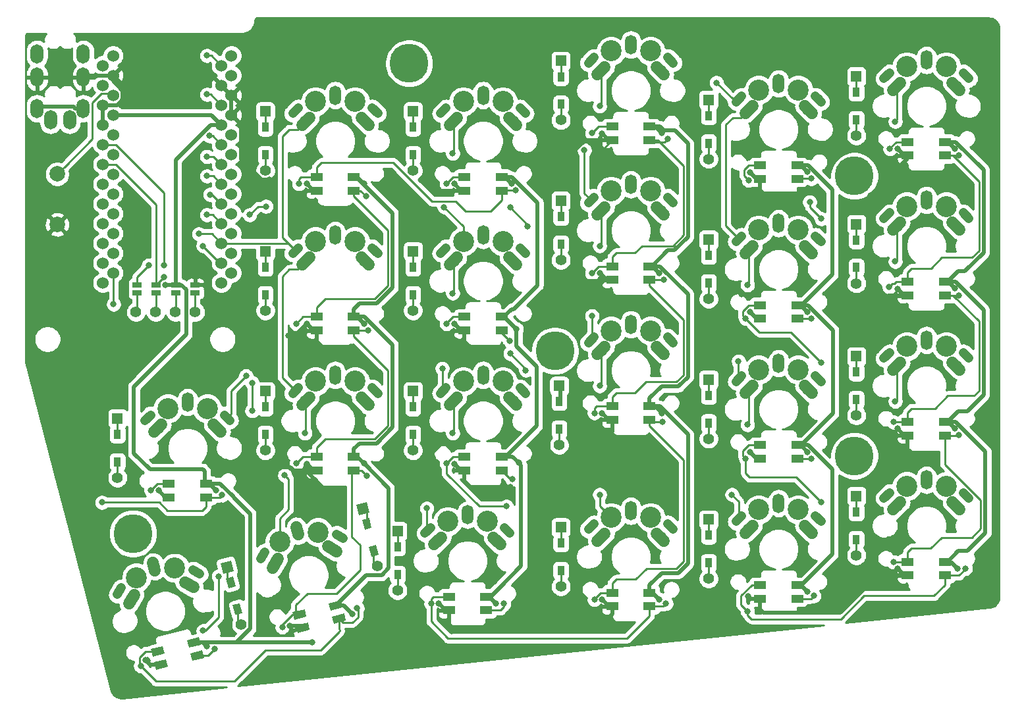
<source format=gbr>
G04 #@! TF.GenerationSoftware,KiCad,Pcbnew,(5.1.0)-1*
G04 #@! TF.CreationDate,2019-06-26T19:54:12+09:00*
G04 #@! TF.ProjectId,lunchbox52,6c756e63-6862-46f7-9835-322e6b696361,rev?*
G04 #@! TF.SameCoordinates,Original*
G04 #@! TF.FileFunction,Copper,L2,Bot*
G04 #@! TF.FilePolarity,Positive*
%FSLAX46Y46*%
G04 Gerber Fmt 4.6, Leading zero omitted, Abs format (unit mm)*
G04 Created by KiCad (PCBNEW (5.1.0)-1) date 2019-06-26 19:54:12*
%MOMM*%
%LPD*%
G04 APERTURE LIST*
%ADD10O,1.500000X2.500000*%
%ADD11C,1.200000*%
%ADD12C,1.200000*%
%ADD13C,1.500000*%
%ADD14C,1.500000*%
%ADD15C,2.700000*%
%ADD16R,0.950000X1.300000*%
%ADD17R,1.397000X1.397000*%
%ADD18C,1.397000*%
%ADD19C,5.000000*%
%ADD20O,1.700000X2.500000*%
%ADD21C,0.100000*%
%ADD22C,0.950000*%
%ADD23R,1.143000X0.635000*%
%ADD24R,1.600000X1.000000*%
%ADD25C,1.000000*%
%ADD26C,1.524000*%
%ADD27C,2.000000*%
%ADD28C,0.800000*%
%ADD29C,0.250000*%
%ADD30C,0.500000*%
%ADD31C,0.254000*%
G04 APERTURE END LIST*
D10*
X152000000Y-115600000D03*
D11*
X157100000Y-117600000D03*
D12*
X156746447Y-117246447D02*
X157453553Y-117953553D01*
D11*
X146900000Y-117600000D03*
D12*
X146546447Y-117953553D02*
X147253553Y-117246447D01*
D13*
X148190000Y-118960000D03*
D14*
X147730381Y-119419619D02*
X148649619Y-118500381D01*
D13*
X155810000Y-118960000D03*
D14*
X155350381Y-118500381D02*
X156269619Y-119419619D01*
D15*
X149460000Y-116420000D03*
X154540000Y-116420000D03*
D16*
X161800000Y-122575000D03*
X161800000Y-119025000D03*
D17*
X161800000Y-116990000D03*
D18*
X161800000Y-124610000D03*
D19*
X199750000Y-126000000D03*
X199750000Y-90000000D03*
X161250000Y-112500000D03*
X142500000Y-75500000D03*
X107000000Y-136000000D03*
D20*
X96400000Y-82800000D03*
X100600000Y-81300000D03*
X100600000Y-77300000D03*
X100600000Y-74300000D03*
X94650000Y-77300000D03*
X94650000Y-74300000D03*
X98850000Y-82800000D03*
X94650000Y-81300000D03*
D16*
X143000000Y-105275000D03*
X143000000Y-101725000D03*
D17*
X143000000Y-99690000D03*
D18*
X143000000Y-107310000D03*
D16*
X105000000Y-126775000D03*
X105000000Y-123225000D03*
D17*
X105000000Y-121190000D03*
D18*
X105000000Y-128810000D03*
X120921722Y-147696827D03*
X119078278Y-140303173D03*
D21*
G36*
X118231544Y-139794404D02*
G01*
X119587047Y-139456439D01*
X119925012Y-140811942D01*
X118569509Y-141149907D01*
X118231544Y-139794404D01*
X118231544Y-139794404D01*
G37*
D22*
X119570589Y-142277725D03*
D21*
G36*
X118952449Y-141761946D02*
G01*
X119874230Y-141532120D01*
X120188729Y-142793504D01*
X119266948Y-143023330D01*
X118952449Y-141761946D01*
X118952449Y-141761946D01*
G37*
D22*
X120429411Y-145722275D03*
D21*
G36*
X119811271Y-145206496D02*
G01*
X120733052Y-144976670D01*
X121047551Y-146238054D01*
X120125770Y-146467880D01*
X119811271Y-145206496D01*
X119811271Y-145206496D01*
G37*
D18*
X124000000Y-89310000D03*
D17*
X124000000Y-81690000D03*
D16*
X124000000Y-83725000D03*
X124000000Y-87275000D03*
D18*
X124000000Y-107310000D03*
D17*
X124000000Y-99690000D03*
D16*
X124000000Y-101725000D03*
X124000000Y-105275000D03*
D18*
X124000000Y-125310000D03*
D17*
X124000000Y-117690000D03*
D16*
X124000000Y-119725000D03*
X124000000Y-123275000D03*
D18*
X138421722Y-140196827D03*
X136578278Y-132803173D03*
D21*
G36*
X135731544Y-132294404D02*
G01*
X137087047Y-131956439D01*
X137425012Y-133311942D01*
X136069509Y-133649907D01*
X135731544Y-132294404D01*
X135731544Y-132294404D01*
G37*
D22*
X137070589Y-134777725D03*
D21*
G36*
X136452449Y-134261946D02*
G01*
X137374230Y-134032120D01*
X137688729Y-135293504D01*
X136766948Y-135523330D01*
X136452449Y-134261946D01*
X136452449Y-134261946D01*
G37*
D22*
X137929411Y-138222275D03*
D21*
G36*
X137311271Y-137706496D02*
G01*
X138233052Y-137476670D01*
X138547551Y-138738054D01*
X137625770Y-138967880D01*
X137311271Y-137706496D01*
X137311271Y-137706496D01*
G37*
D18*
X143000000Y-89310000D03*
D17*
X143000000Y-81690000D03*
D16*
X143000000Y-83725000D03*
X143000000Y-87275000D03*
X143000000Y-123275000D03*
X143000000Y-119725000D03*
D17*
X143000000Y-117690000D03*
D18*
X143000000Y-125310000D03*
D16*
X141000000Y-141275000D03*
X141000000Y-137725000D03*
D17*
X141000000Y-135690000D03*
D18*
X141000000Y-143310000D03*
D16*
X162000000Y-80775000D03*
X162000000Y-77225000D03*
D17*
X162000000Y-75190000D03*
D18*
X162000000Y-82810000D03*
D16*
X162000000Y-98775000D03*
X162000000Y-95225000D03*
D17*
X162000000Y-93190000D03*
D18*
X162000000Y-100810000D03*
X162000000Y-142810000D03*
D17*
X162000000Y-135190000D03*
D16*
X162000000Y-137225000D03*
X162000000Y-140775000D03*
X181000000Y-85775000D03*
X181000000Y-82225000D03*
D17*
X181000000Y-80190000D03*
D18*
X181000000Y-87810000D03*
X181000000Y-105810000D03*
D17*
X181000000Y-98190000D03*
D16*
X181000000Y-100225000D03*
X181000000Y-103775000D03*
D18*
X181000000Y-123810000D03*
D17*
X181000000Y-116190000D03*
D16*
X181000000Y-118225000D03*
X181000000Y-121775000D03*
X181000000Y-139775000D03*
X181000000Y-136225000D03*
D17*
X181000000Y-134190000D03*
D18*
X181000000Y-141810000D03*
D16*
X200000000Y-82775000D03*
X200000000Y-79225000D03*
D17*
X200000000Y-77190000D03*
D18*
X200000000Y-84810000D03*
X200000000Y-103810000D03*
D17*
X200000000Y-96190000D03*
D16*
X200000000Y-98225000D03*
X200000000Y-101775000D03*
D18*
X200000000Y-120810000D03*
D17*
X200000000Y-113190000D03*
D16*
X200000000Y-115225000D03*
X200000000Y-118775000D03*
X200000000Y-136775000D03*
X200000000Y-133225000D03*
D17*
X200000000Y-131190000D03*
D18*
X200000000Y-138810000D03*
X115000000Y-107500000D03*
X112460000Y-107500000D03*
X109920000Y-107500000D03*
X107380000Y-107500000D03*
D23*
X107500000Y-103999620D03*
X107500000Y-105000380D03*
X110000000Y-105000380D03*
X110000000Y-103999620D03*
X112500000Y-103999620D03*
X112500000Y-105000380D03*
X115000000Y-105000380D03*
X115000000Y-103999620D03*
D24*
X116400000Y-131335000D03*
X116400000Y-129585000D03*
X111600000Y-129585000D03*
X111600000Y-131335000D03*
D25*
X110583539Y-152862020D03*
D21*
G36*
X109928263Y-153540705D02*
G01*
X109686341Y-152570410D01*
X111238815Y-152183335D01*
X111480737Y-153153630D01*
X109928263Y-153540705D01*
X109928263Y-153540705D01*
G37*
D25*
X110160176Y-151164003D03*
D21*
G36*
X109504900Y-151842688D02*
G01*
X109262978Y-150872393D01*
X110815452Y-150485318D01*
X111057374Y-151455613D01*
X109504900Y-151842688D01*
X109504900Y-151842688D01*
G37*
D25*
X114817595Y-150002778D03*
D21*
G36*
X114162319Y-150681463D02*
G01*
X113920397Y-149711168D01*
X115472871Y-149324093D01*
X115714793Y-150294388D01*
X114162319Y-150681463D01*
X114162319Y-150681463D01*
G37*
D25*
X115240958Y-151700795D03*
D21*
G36*
X114585682Y-152379480D02*
G01*
X114343760Y-151409185D01*
X115896234Y-151022110D01*
X116138156Y-151992405D01*
X114585682Y-152379480D01*
X114585682Y-152379480D01*
G37*
D24*
X130600000Y-91875000D03*
X130600000Y-90125000D03*
X135400000Y-90125000D03*
X135400000Y-91875000D03*
X135400000Y-109875000D03*
X135400000Y-108125000D03*
X130600000Y-108125000D03*
X130600000Y-109875000D03*
X130600000Y-127875000D03*
X130600000Y-126125000D03*
X135400000Y-126125000D03*
X135400000Y-127875000D03*
D25*
X133490958Y-146950795D03*
D21*
G36*
X132835682Y-147629480D02*
G01*
X132593760Y-146659185D01*
X134146234Y-146272110D01*
X134388156Y-147242405D01*
X132835682Y-147629480D01*
X132835682Y-147629480D01*
G37*
D25*
X133067595Y-145252778D03*
D21*
G36*
X132412319Y-145931463D02*
G01*
X132170397Y-144961168D01*
X133722871Y-144574093D01*
X133964793Y-145544388D01*
X132412319Y-145931463D01*
X132412319Y-145931463D01*
G37*
D25*
X128410176Y-146414003D03*
D21*
G36*
X127754900Y-147092688D02*
G01*
X127512978Y-146122393D01*
X129065452Y-145735318D01*
X129307374Y-146705613D01*
X127754900Y-147092688D01*
X127754900Y-147092688D01*
G37*
D25*
X128833539Y-148112020D03*
D21*
G36*
X128178263Y-148790705D02*
G01*
X127936341Y-147820410D01*
X129488815Y-147433335D01*
X129730737Y-148403630D01*
X128178263Y-148790705D01*
X128178263Y-148790705D01*
G37*
D24*
X154400000Y-91875000D03*
X154400000Y-90125000D03*
X149600000Y-90125000D03*
X149600000Y-91875000D03*
X149600000Y-109875000D03*
X149600000Y-108125000D03*
X154400000Y-108125000D03*
X154400000Y-109875000D03*
X154400000Y-127875000D03*
X154400000Y-126125000D03*
X149600000Y-126125000D03*
X149600000Y-127875000D03*
X147600000Y-145875000D03*
X147600000Y-144125000D03*
X152400000Y-144125000D03*
X152400000Y-145875000D03*
X173400000Y-85375000D03*
X173400000Y-83625000D03*
X168600000Y-83625000D03*
X168600000Y-85375000D03*
X168600000Y-103375000D03*
X168600000Y-101625000D03*
X173400000Y-101625000D03*
X173400000Y-103375000D03*
X173400000Y-121375000D03*
X173400000Y-119625000D03*
X168600000Y-119625000D03*
X168600000Y-121375000D03*
X168600000Y-145375000D03*
X168600000Y-143625000D03*
X173400000Y-143625000D03*
X173400000Y-145375000D03*
X187600000Y-90375000D03*
X187600000Y-88625000D03*
X192400000Y-88625000D03*
X192400000Y-90375000D03*
X192400000Y-108375000D03*
X192400000Y-106625000D03*
X187600000Y-106625000D03*
X187600000Y-108375000D03*
X187600000Y-126375000D03*
X187600000Y-124625000D03*
X192400000Y-124625000D03*
X192400000Y-126375000D03*
X192400000Y-144375000D03*
X192400000Y-142625000D03*
X187600000Y-142625000D03*
X187600000Y-144375000D03*
X206600000Y-87375000D03*
X206600000Y-85625000D03*
X211400000Y-85625000D03*
X211400000Y-87375000D03*
X211400000Y-105375000D03*
X211400000Y-103625000D03*
X206600000Y-103625000D03*
X206600000Y-105375000D03*
X206600000Y-123375000D03*
X206600000Y-121625000D03*
X211400000Y-121625000D03*
X211400000Y-123375000D03*
X211400000Y-141375000D03*
X211400000Y-139625000D03*
X206600000Y-139625000D03*
X206600000Y-141375000D03*
D26*
X104436400Y-74522000D03*
X104436400Y-77062000D03*
X104436400Y-79602000D03*
X104436400Y-82142000D03*
X104436400Y-84682000D03*
X104436400Y-87222000D03*
X104436400Y-89762000D03*
X104436400Y-92302000D03*
X104436400Y-94842000D03*
X104436400Y-97382000D03*
X104436400Y-99922000D03*
X104436400Y-102462000D03*
X119656400Y-102462000D03*
X119656400Y-99922000D03*
X119656400Y-97382000D03*
X119656400Y-94842000D03*
X119656400Y-92302000D03*
X119656400Y-89762000D03*
X119656400Y-87222000D03*
X119656400Y-84682000D03*
X119656400Y-82142000D03*
X119656400Y-79602000D03*
X119656400Y-77062000D03*
X119656400Y-74522000D03*
X103110000Y-75792000D03*
X103110000Y-78332000D03*
X103110000Y-80872000D03*
X103110000Y-83412000D03*
X103110000Y-85952000D03*
X103110000Y-88492000D03*
X103110000Y-91032000D03*
X103110000Y-93572000D03*
X103110000Y-96112000D03*
X103110000Y-98652000D03*
X103110000Y-101192000D03*
X103110000Y-103732000D03*
X118350000Y-103732000D03*
X118350000Y-101192000D03*
X118350000Y-98652000D03*
X118350000Y-96112000D03*
X118350000Y-93572000D03*
X118350000Y-91032000D03*
X118350000Y-88492000D03*
X118350000Y-85952000D03*
X118350000Y-83412000D03*
X118350000Y-80872000D03*
X118350000Y-78332000D03*
X118350000Y-75792000D03*
D27*
X97250000Y-89750000D03*
X97250000Y-96250000D03*
D10*
X114000000Y-119101560D03*
D11*
X119100000Y-121101560D03*
D12*
X118746447Y-120748007D02*
X119453553Y-121455113D01*
D11*
X108900000Y-121101560D03*
D12*
X108546447Y-121455113D02*
X109253553Y-120748007D01*
D13*
X110190000Y-122461560D03*
D14*
X109730381Y-122921179D02*
X110649619Y-122001941D01*
D13*
X117810000Y-122461560D03*
D14*
X117350381Y-122001941D02*
X118269619Y-122921179D01*
D15*
X111460000Y-119921560D03*
X116540000Y-119921560D03*
X112362716Y-140427798D03*
X107433614Y-141656761D03*
D13*
X114209473Y-142585108D03*
D14*
X113652314Y-142250333D02*
X114766632Y-142919883D01*
D13*
X106815820Y-144428553D03*
D14*
X106481045Y-144985712D02*
X107150595Y-143871394D01*
D11*
X105235124Y-143421030D03*
D12*
X104977605Y-143849614D02*
X105492643Y-142992446D01*
D11*
X115132141Y-140953427D03*
D12*
X114703557Y-140695908D02*
X115560725Y-141210946D01*
D13*
X109699789Y-140246637D03*
D14*
X109820750Y-140731785D02*
X109578828Y-139761489D01*
D10*
X133000000Y-79600000D03*
D11*
X138100000Y-81600000D03*
D12*
X137746447Y-81246447D02*
X138453553Y-81953553D01*
D11*
X127900000Y-81600000D03*
D12*
X127546447Y-81953553D02*
X128253553Y-81246447D01*
D13*
X129190000Y-82960000D03*
D14*
X128730381Y-83419619D02*
X129649619Y-82500381D01*
D13*
X136810000Y-82960000D03*
D14*
X136350381Y-82500381D02*
X137269619Y-83419619D01*
D15*
X130460000Y-80420000D03*
X135540000Y-80420000D03*
X135540000Y-98420000D03*
X130460000Y-98420000D03*
D13*
X136810000Y-100960000D03*
D14*
X136350381Y-100500381D02*
X137269619Y-101419619D01*
D13*
X129190000Y-100960000D03*
D14*
X128730381Y-101419619D02*
X129649619Y-100500381D01*
D11*
X127900000Y-99600000D03*
D12*
X127546447Y-99953553D02*
X128253553Y-99246447D01*
D11*
X138100000Y-99600000D03*
D12*
X137746447Y-99246447D02*
X138453553Y-99953553D01*
D10*
X133000000Y-97600000D03*
X133000000Y-115600000D03*
D11*
X138100000Y-117600000D03*
D12*
X137746447Y-117246447D02*
X138453553Y-117953553D01*
D11*
X127900000Y-117600000D03*
D12*
X127546447Y-117953553D02*
X128253553Y-117246447D01*
D13*
X129190000Y-118960000D03*
D14*
X128730381Y-119419619D02*
X129649619Y-118500381D01*
D13*
X136810000Y-118960000D03*
D14*
X136350381Y-118500381D02*
X137269619Y-119419619D01*
D15*
X130460000Y-116420000D03*
X135540000Y-116420000D03*
X130798334Y-135831282D03*
X125869232Y-137060245D03*
D13*
X132645091Y-137988592D03*
D14*
X132087932Y-137653817D02*
X133202250Y-138323367D01*
D13*
X125251438Y-139832037D03*
D14*
X124916663Y-140389196D02*
X125586213Y-139274878D01*
D11*
X123670742Y-138824514D03*
D12*
X123413223Y-139253098D02*
X123928261Y-138395930D01*
D11*
X133567759Y-136356911D03*
D12*
X133139175Y-136099392D02*
X133996343Y-136614430D01*
D13*
X128135407Y-135650121D03*
D14*
X128256368Y-136135269D02*
X128014446Y-135164973D01*
D10*
X152000000Y-79600000D03*
D11*
X157100000Y-81600000D03*
D12*
X156746447Y-81246447D02*
X157453553Y-81953553D01*
D11*
X146900000Y-81600000D03*
D12*
X146546447Y-81953553D02*
X147253553Y-81246447D01*
D13*
X148190000Y-82960000D03*
D14*
X147730381Y-83419619D02*
X148649619Y-82500381D01*
D13*
X155810000Y-82960000D03*
D14*
X155350381Y-82500381D02*
X156269619Y-83419619D01*
D15*
X149460000Y-80420000D03*
X154540000Y-80420000D03*
X154540000Y-98420000D03*
X149460000Y-98420000D03*
D13*
X155810000Y-100960000D03*
D14*
X155350381Y-100500381D02*
X156269619Y-101419619D01*
D13*
X148190000Y-100960000D03*
D14*
X147730381Y-101419619D02*
X148649619Y-100500381D01*
D11*
X146900000Y-99600000D03*
D12*
X146546447Y-99953553D02*
X147253553Y-99246447D01*
D11*
X157100000Y-99600000D03*
D12*
X156746447Y-99246447D02*
X157453553Y-99953553D01*
D10*
X152000000Y-97600000D03*
D15*
X152540000Y-134420000D03*
X147460000Y-134420000D03*
D13*
X153810000Y-136960000D03*
D14*
X153350381Y-136500381D02*
X154269619Y-137419619D01*
D13*
X146190000Y-136960000D03*
D14*
X145730381Y-137419619D02*
X146649619Y-136500381D01*
D11*
X144900000Y-135600000D03*
D12*
X144546447Y-135953553D02*
X145253553Y-135246447D01*
D11*
X155100000Y-135600000D03*
D12*
X154746447Y-135246447D02*
X155453553Y-135953553D01*
D10*
X150000000Y-133600000D03*
X171000000Y-73100000D03*
D11*
X176100000Y-75100000D03*
D12*
X175746447Y-74746447D02*
X176453553Y-75453553D01*
D11*
X165900000Y-75100000D03*
D12*
X165546447Y-75453553D02*
X166253553Y-74746447D01*
D13*
X167190000Y-76460000D03*
D14*
X166730381Y-76919619D02*
X167649619Y-76000381D01*
D13*
X174810000Y-76460000D03*
D14*
X174350381Y-76000381D02*
X175269619Y-76919619D01*
D15*
X168460000Y-73920000D03*
X173540000Y-73920000D03*
X173540000Y-91920000D03*
X168460000Y-91920000D03*
D13*
X174810000Y-94460000D03*
D14*
X174350381Y-94000381D02*
X175269619Y-94919619D01*
D13*
X167190000Y-94460000D03*
D14*
X166730381Y-94919619D02*
X167649619Y-94000381D01*
D11*
X165900000Y-93100000D03*
D12*
X165546447Y-93453553D02*
X166253553Y-92746447D01*
D11*
X176100000Y-93100000D03*
D12*
X175746447Y-92746447D02*
X176453553Y-93453553D01*
D10*
X171000000Y-91100000D03*
D15*
X173540000Y-109920000D03*
X168460000Y-109920000D03*
D13*
X174810000Y-112460000D03*
D14*
X174350381Y-112000381D02*
X175269619Y-112919619D01*
D13*
X167190000Y-112460000D03*
D14*
X166730381Y-112919619D02*
X167649619Y-112000381D01*
D11*
X165900000Y-111100000D03*
D12*
X165546447Y-111453553D02*
X166253553Y-110746447D01*
D11*
X176100000Y-111100000D03*
D12*
X175746447Y-110746447D02*
X176453553Y-111453553D01*
D10*
X171000000Y-109100000D03*
X171000000Y-133100000D03*
D11*
X176100000Y-135100000D03*
D12*
X175746447Y-134746447D02*
X176453553Y-135453553D01*
D11*
X165900000Y-135100000D03*
D12*
X165546447Y-135453553D02*
X166253553Y-134746447D01*
D13*
X167190000Y-136460000D03*
D14*
X166730381Y-136919619D02*
X167649619Y-136000381D01*
D13*
X174810000Y-136460000D03*
D14*
X174350381Y-136000381D02*
X175269619Y-136919619D01*
D15*
X168460000Y-133920000D03*
X173540000Y-133920000D03*
D10*
X190000000Y-78100000D03*
D11*
X195100000Y-80100000D03*
D12*
X194746447Y-79746447D02*
X195453553Y-80453553D01*
D11*
X184900000Y-80100000D03*
D12*
X184546447Y-80453553D02*
X185253553Y-79746447D01*
D13*
X186190000Y-81460000D03*
D14*
X185730381Y-81919619D02*
X186649619Y-81000381D01*
D13*
X193810000Y-81460000D03*
D14*
X193350381Y-81000381D02*
X194269619Y-81919619D01*
D15*
X187460000Y-78920000D03*
X192540000Y-78920000D03*
X192540000Y-96920000D03*
X187460000Y-96920000D03*
D13*
X193810000Y-99460000D03*
D14*
X193350381Y-99000381D02*
X194269619Y-99919619D01*
D13*
X186190000Y-99460000D03*
D14*
X185730381Y-99919619D02*
X186649619Y-99000381D01*
D11*
X184900000Y-98100000D03*
D12*
X184546447Y-98453553D02*
X185253553Y-97746447D01*
D11*
X195100000Y-98100000D03*
D12*
X194746447Y-97746447D02*
X195453553Y-98453553D01*
D10*
X190000000Y-96100000D03*
X190000000Y-114100000D03*
D11*
X195100000Y-116100000D03*
D12*
X194746447Y-115746447D02*
X195453553Y-116453553D01*
D11*
X184900000Y-116100000D03*
D12*
X184546447Y-116453553D02*
X185253553Y-115746447D01*
D13*
X186190000Y-117460000D03*
D14*
X185730381Y-117919619D02*
X186649619Y-117000381D01*
D13*
X193810000Y-117460000D03*
D14*
X193350381Y-117000381D02*
X194269619Y-117919619D01*
D15*
X187460000Y-114920000D03*
X192540000Y-114920000D03*
X192540000Y-132920000D03*
X187460000Y-132920000D03*
D13*
X193810000Y-135460000D03*
D14*
X193350381Y-135000381D02*
X194269619Y-135919619D01*
D13*
X186190000Y-135460000D03*
D14*
X185730381Y-135919619D02*
X186649619Y-135000381D01*
D11*
X184900000Y-134100000D03*
D12*
X184546447Y-134453553D02*
X185253553Y-133746447D01*
D11*
X195100000Y-134100000D03*
D12*
X194746447Y-133746447D02*
X195453553Y-134453553D01*
D10*
X190000000Y-132100000D03*
X209000000Y-75100000D03*
D11*
X214100000Y-77100000D03*
D12*
X213746447Y-76746447D02*
X214453553Y-77453553D01*
D11*
X203900000Y-77100000D03*
D12*
X203546447Y-77453553D02*
X204253553Y-76746447D01*
D13*
X205190000Y-78460000D03*
D14*
X204730381Y-78919619D02*
X205649619Y-78000381D01*
D13*
X212810000Y-78460000D03*
D14*
X212350381Y-78000381D02*
X213269619Y-78919619D01*
D15*
X206460000Y-75920000D03*
X211540000Y-75920000D03*
X211540000Y-93920000D03*
X206460000Y-93920000D03*
D13*
X212810000Y-96460000D03*
D14*
X212350381Y-96000381D02*
X213269619Y-96919619D01*
D13*
X205190000Y-96460000D03*
D14*
X204730381Y-96919619D02*
X205649619Y-96000381D01*
D11*
X203900000Y-95100000D03*
D12*
X203546447Y-95453553D02*
X204253553Y-94746447D01*
D11*
X214100000Y-95100000D03*
D12*
X213746447Y-94746447D02*
X214453553Y-95453553D01*
D10*
X209000000Y-93100000D03*
D15*
X211540000Y-111920000D03*
X206460000Y-111920000D03*
D13*
X212810000Y-114460000D03*
D14*
X212350381Y-114000381D02*
X213269619Y-114919619D01*
D13*
X205190000Y-114460000D03*
D14*
X204730381Y-114919619D02*
X205649619Y-114000381D01*
D11*
X203900000Y-113100000D03*
D12*
X203546447Y-113453553D02*
X204253553Y-112746447D01*
D11*
X214100000Y-113100000D03*
D12*
X213746447Y-112746447D02*
X214453553Y-113453553D01*
D10*
X209000000Y-111100000D03*
X209000000Y-129100000D03*
D11*
X214100000Y-131100000D03*
D12*
X213746447Y-130746447D02*
X214453553Y-131453553D01*
D11*
X203900000Y-131100000D03*
D12*
X203546447Y-131453553D02*
X204253553Y-130746447D01*
D13*
X205190000Y-132460000D03*
D14*
X204730381Y-132919619D02*
X205649619Y-132000381D01*
D13*
X212810000Y-132460000D03*
D14*
X212350381Y-132000381D02*
X213269619Y-132919619D01*
D15*
X206460000Y-129920000D03*
X211540000Y-129920000D03*
D28*
X122300000Y-116600000D03*
X122300000Y-120200000D03*
X111171502Y-104000000D03*
X111171502Y-104000000D03*
X156287500Y-109712500D03*
X156585882Y-126914118D03*
X130000000Y-150000000D03*
X153679778Y-144985299D03*
X136679778Y-90985299D03*
X117679778Y-130445299D03*
X116500000Y-150500000D03*
X135199415Y-146388111D03*
X136679598Y-126985539D03*
X136679778Y-108985299D03*
X155679778Y-90985299D03*
X175000000Y-84500000D03*
X174679778Y-102485299D03*
X175000000Y-120500000D03*
X174679778Y-144485299D03*
X193679778Y-89485299D03*
X193679778Y-107485299D03*
X193679778Y-125485299D03*
X193679778Y-143485299D03*
X213000000Y-140500000D03*
X212679778Y-122485299D03*
X212679778Y-104485299D03*
X212679778Y-86485299D03*
X116487347Y-77487347D03*
X186100153Y-144100153D03*
X167025306Y-102500000D03*
X148320222Y-91014701D03*
X148320222Y-109014701D03*
X148320222Y-127014701D03*
X146320222Y-145014701D03*
X205320222Y-104514701D03*
X167320222Y-84514701D03*
X167320222Y-144514701D03*
X167320222Y-120514701D03*
X129320222Y-91014701D03*
X129320222Y-109014701D03*
X129320222Y-127014701D03*
X108607536Y-152255013D03*
X110320222Y-130474701D03*
X120500000Y-127460000D03*
X155500000Y-130000000D03*
X163649989Y-127833013D03*
X127000000Y-110500000D03*
X124000000Y-113000000D03*
X113500000Y-113000000D03*
X148000000Y-124500000D03*
X133000000Y-130500000D03*
X143000000Y-128073998D03*
X124502993Y-90507124D03*
X205320222Y-122514701D03*
X127179669Y-147907870D03*
X205320222Y-140514701D03*
X205320222Y-86514701D03*
X186320222Y-89514701D03*
X186320222Y-107514701D03*
X148000000Y-148575010D03*
X186320222Y-125514701D03*
X184679999Y-126969991D03*
X183000000Y-127000000D03*
X163500000Y-87000000D03*
X145000000Y-91000000D03*
X135000000Y-112000000D03*
X142500000Y-112000000D03*
X154500000Y-112000000D03*
X164000000Y-105000000D03*
X166000000Y-105000000D03*
X183455684Y-104953325D03*
X185252820Y-105206801D03*
X201500000Y-108000000D03*
X202000000Y-129500000D03*
X201850001Y-92500000D03*
X195500000Y-92000000D03*
X167000000Y-86500000D03*
X178000000Y-82000000D03*
X111000000Y-103000000D03*
X109000000Y-101500000D03*
X111000000Y-101500000D03*
X118469334Y-131058978D03*
X103000000Y-132000000D03*
X118000000Y-141500000D03*
X116000000Y-148500000D03*
X109320380Y-130456781D03*
X117500000Y-150852778D03*
X107975544Y-153029989D03*
X135811732Y-145597496D03*
X128320380Y-90996781D03*
X156207669Y-91834752D03*
X128000000Y-109000000D03*
X136936459Y-92563541D03*
X128000000Y-127000000D03*
X137208037Y-109834384D03*
X126188729Y-148042193D03*
X137049067Y-128557090D03*
X155500000Y-94049990D03*
X157750000Y-96500000D03*
X155437500Y-111250000D03*
X147320380Y-90996781D03*
X155500000Y-112849981D03*
X157500000Y-115000000D03*
X155750000Y-129000000D03*
X147320380Y-108996781D03*
X155000000Y-132500000D03*
X147320380Y-126996781D03*
X154679620Y-145003219D03*
X145320380Y-144996781D03*
X175534752Y-145007670D03*
X166000000Y-84500000D03*
X194208037Y-90334384D03*
X166000000Y-102500000D03*
X175707108Y-85207108D03*
X166320380Y-120496781D03*
X175208037Y-103334384D03*
X166320380Y-144496781D03*
X175101041Y-121601041D03*
X194208037Y-108334384D03*
X194000000Y-93349981D03*
X195500000Y-95500000D03*
X186154941Y-90551503D03*
X194208037Y-126334384D03*
X185769469Y-108349372D03*
X195500000Y-114000000D03*
X194526819Y-144016829D03*
X185769469Y-126349372D03*
X195500000Y-132000000D03*
X186000000Y-146000000D03*
X214000000Y-140500000D03*
X204320380Y-86496781D03*
X204222040Y-104277960D03*
X213208037Y-87334384D03*
X204791963Y-121665616D03*
X213208037Y-105334384D03*
X204791963Y-139665616D03*
X213208037Y-123334384D03*
X116500000Y-79500000D03*
X121526499Y-115705571D03*
X116000000Y-99000000D03*
X129092154Y-123092154D03*
X115450846Y-97450846D03*
X126500000Y-128500000D03*
X148092154Y-105092154D03*
X146762347Y-114762347D03*
X148092154Y-123092154D03*
X144762347Y-132762347D03*
X148092154Y-87092154D03*
X147000000Y-94000000D03*
X122000000Y-95000000D03*
X124080858Y-93919142D03*
X116487347Y-94987347D03*
X167000000Y-99000000D03*
X166000000Y-108000000D03*
X167000000Y-81000000D03*
X167000000Y-117000000D03*
X167000000Y-131000000D03*
X116893966Y-92393966D03*
X165019539Y-86682543D03*
X186000000Y-122000000D03*
X184000000Y-131000000D03*
X182000000Y-78000000D03*
X116500000Y-90000000D03*
X184833265Y-113833265D03*
X186000000Y-104000000D03*
X205000000Y-83000000D03*
X205000000Y-101000000D03*
X205000000Y-119000000D03*
X116500000Y-87500000D03*
X116500000Y-74500000D03*
X116833966Y-84833966D03*
X104500000Y-106500000D03*
D29*
X105000000Y-123225000D02*
X105000000Y-121190000D01*
X124000000Y-119725000D02*
X124000000Y-117690000D01*
X143000000Y-119725000D02*
X143000000Y-117690000D01*
X181000000Y-118225000D02*
X181000000Y-116190000D01*
X200000000Y-113190000D02*
X200000000Y-115225000D01*
X162000000Y-116775000D02*
X162000000Y-118810000D01*
X161800000Y-119025000D02*
X161800000Y-116990000D01*
X105000000Y-126775000D02*
X105000000Y-128810000D01*
X122300000Y-116600000D02*
X122300000Y-117165685D01*
X122300000Y-117165685D02*
X122300000Y-120200000D01*
X119078278Y-141785414D02*
X119570589Y-142277725D01*
X119078278Y-140303173D02*
X119078278Y-141785414D01*
X137070589Y-133295484D02*
X136578278Y-132803173D01*
X137070589Y-134777725D02*
X137070589Y-133295484D01*
X141000000Y-137725000D02*
X141000000Y-135690000D01*
X162000000Y-135190000D02*
X162000000Y-137225000D01*
X181000000Y-136225000D02*
X181000000Y-134190000D01*
X200000000Y-131190000D02*
X200000000Y-133225000D01*
X120429411Y-147204516D02*
X120921722Y-147696827D01*
X120429411Y-145722275D02*
X120429411Y-147204516D01*
X124000000Y-87275000D02*
X124000000Y-89310000D01*
X124000000Y-81690000D02*
X124000000Y-83725000D01*
X143000000Y-83725000D02*
X143000000Y-81690000D01*
X162000000Y-77225000D02*
X162000000Y-75190000D01*
X181000000Y-82225000D02*
X181000000Y-80190000D01*
X200000000Y-79225000D02*
X200000000Y-77190000D01*
X124000000Y-105275000D02*
X124000000Y-107310000D01*
X124000000Y-99690000D02*
X124000000Y-101725000D01*
X143000000Y-101725000D02*
X143000000Y-99690000D01*
X162000000Y-93190000D02*
X162000000Y-95225000D01*
X181000000Y-100225000D02*
X181000000Y-98190000D01*
X200000000Y-96190000D02*
X200000000Y-98225000D01*
X124000000Y-123275000D02*
X124000000Y-125310000D01*
X137929411Y-139704516D02*
X138421722Y-140196827D01*
X137929411Y-138222275D02*
X137929411Y-139704516D01*
X143000000Y-87275000D02*
X143000000Y-89310000D01*
X143000000Y-105275000D02*
X143000000Y-107310000D01*
X143000000Y-123275000D02*
X143000000Y-125310000D01*
X141000000Y-141275000D02*
X141000000Y-143310000D01*
X162000000Y-80775000D02*
X162000000Y-82810000D01*
X162000000Y-98775000D02*
X162000000Y-100810000D01*
X161800000Y-122575000D02*
X161800000Y-124610000D01*
X162000000Y-140775000D02*
X162000000Y-142810000D01*
X181000000Y-85775000D02*
X181000000Y-87810000D01*
X181000000Y-103775000D02*
X181000000Y-105810000D01*
X181000000Y-121775000D02*
X181000000Y-123810000D01*
X181000000Y-139775000D02*
X181000000Y-141810000D01*
X200000000Y-82775000D02*
X200000000Y-84810000D01*
X200000000Y-101775000D02*
X200000000Y-103810000D01*
X200000000Y-118775000D02*
X200000000Y-120810000D01*
X200000000Y-136775000D02*
X200000000Y-138810000D01*
D30*
X117080000Y-82142000D02*
X118350000Y-83412000D01*
X104436400Y-82142000D02*
X117080000Y-82142000D01*
X117272370Y-83412000D02*
X118350000Y-83412000D01*
X116997930Y-83412000D02*
X117272370Y-83412000D01*
X112500000Y-87909930D02*
X116997930Y-83412000D01*
X112500000Y-103999620D02*
X112500000Y-87909930D01*
X111171882Y-103999620D02*
X111171502Y-104000000D01*
X112500000Y-103999620D02*
X111171882Y-103999620D01*
X173700000Y-83625000D02*
X173400000Y-83625000D01*
X155700000Y-107125000D02*
X154700000Y-108125000D01*
X155947002Y-107125000D02*
X155700000Y-107125000D01*
X159000000Y-104072002D02*
X155947002Y-107125000D01*
X159000000Y-93425000D02*
X159000000Y-104072002D01*
X154400000Y-90125000D02*
X155700000Y-90125000D01*
X154700000Y-108125000D02*
X154400000Y-108125000D01*
X155700000Y-126125000D02*
X154400000Y-126125000D01*
X155796765Y-126125000D02*
X155700000Y-126125000D01*
X156900001Y-140172001D02*
X156900001Y-127228236D01*
X152400000Y-144125000D02*
X152947002Y-144125000D01*
X135700000Y-108125000D02*
X135400000Y-108125000D01*
X138300177Y-124400011D02*
X140350011Y-122350177D01*
X136124989Y-124400011D02*
X138300177Y-124400011D01*
X135400000Y-125125000D02*
X136124989Y-124400011D01*
X135400000Y-126125000D02*
X135400000Y-125125000D01*
X155700000Y-90125000D02*
X156537500Y-90962500D01*
X156537500Y-90962500D02*
X159000000Y-93425000D01*
X156287500Y-109712500D02*
X154700000Y-108125000D01*
X156900001Y-127228236D02*
X156585882Y-126914118D01*
X156585882Y-126914118D02*
X155796765Y-126125000D01*
X152947002Y-144125000D02*
X154036001Y-143036001D01*
X154036001Y-143036001D02*
X156900001Y-140172001D01*
X156287500Y-110278185D02*
X156287500Y-109712500D01*
X156287500Y-111903502D02*
X156287500Y-110278185D01*
X158900001Y-114516003D02*
X156287500Y-111903502D01*
X158900001Y-122172001D02*
X158900001Y-114516003D01*
X154947002Y-126125000D02*
X158900001Y-122172001D01*
X154400000Y-126125000D02*
X154947002Y-126125000D01*
X94850010Y-81099990D02*
X94650000Y-81300000D01*
X99388481Y-81099990D02*
X94850010Y-81099990D01*
X99588491Y-81300000D02*
X99388481Y-81099990D01*
X100600000Y-81300000D02*
X99588491Y-81300000D01*
X125758002Y-150000000D02*
X130000000Y-150000000D01*
X114817595Y-150002778D02*
X125755224Y-150002778D01*
X125755224Y-150002778D02*
X125758002Y-150000000D01*
X152819479Y-144125000D02*
X152400000Y-144125000D01*
X153679778Y-144985299D02*
X152819479Y-144125000D01*
X135819479Y-90125000D02*
X135400000Y-90125000D01*
X136679778Y-90985299D02*
X135819479Y-90125000D01*
X135400000Y-107125000D02*
X135400000Y-108125000D01*
X135400000Y-90125000D02*
X135700000Y-90125000D01*
X135700000Y-90125000D02*
X140350011Y-94775011D01*
X140350011Y-94775011D02*
X140350011Y-104350177D01*
X140350011Y-104350177D02*
X138300177Y-106400011D01*
X138300177Y-106400011D02*
X136124989Y-106400011D01*
X136124989Y-106400011D02*
X135400000Y-107125000D01*
X116400000Y-129585000D02*
X116819479Y-129585000D01*
X116819479Y-129585000D02*
X117679778Y-130445299D01*
X114817595Y-150002778D02*
X116002778Y-150002778D01*
X116002778Y-150002778D02*
X116500000Y-150500000D01*
X134064082Y-145252778D02*
X133067595Y-145252778D01*
X135199415Y-146388111D02*
X134064082Y-145252778D01*
X135819059Y-126125000D02*
X136679598Y-126985539D01*
X135400000Y-126125000D02*
X135819059Y-126125000D01*
X133798252Y-144522121D02*
X133067595Y-145252778D01*
X136975045Y-141345328D02*
X133798252Y-144522121D01*
X138973003Y-141345328D02*
X136975045Y-141345328D01*
X139851499Y-140466832D02*
X138973003Y-141345328D01*
X139851499Y-130157440D02*
X139851499Y-140466832D01*
X136679598Y-126985539D02*
X139851499Y-130157440D01*
X135819479Y-108125000D02*
X135400000Y-108125000D01*
X136679778Y-108985299D02*
X135819479Y-108125000D01*
X140350011Y-111718356D02*
X140350011Y-113350011D01*
X136756655Y-108125000D02*
X140350011Y-111718356D01*
X135400000Y-108125000D02*
X136756655Y-108125000D01*
X140350011Y-122350177D02*
X140350011Y-113350011D01*
X140350011Y-113350011D02*
X140350011Y-112775011D01*
X154400000Y-90125000D02*
X154819479Y-90125000D01*
X154819479Y-90125000D02*
X155679778Y-90985299D01*
X173400000Y-83625000D02*
X174125000Y-83625000D01*
X174125000Y-83625000D02*
X175000000Y-84500000D01*
X173400000Y-101625000D02*
X173819479Y-101625000D01*
X173819479Y-101625000D02*
X174679778Y-102485299D01*
X173400000Y-119625000D02*
X174125000Y-119625000D01*
X174125000Y-119625000D02*
X175000000Y-120500000D01*
X173400000Y-143625000D02*
X173819479Y-143625000D01*
X173819479Y-143625000D02*
X174679778Y-144485299D01*
X192400000Y-88625000D02*
X192819479Y-88625000D01*
X192819479Y-88625000D02*
X193679778Y-89485299D01*
X192400000Y-106625000D02*
X192819479Y-106625000D01*
X192819479Y-106625000D02*
X193679778Y-107485299D01*
X193700000Y-88625000D02*
X192400000Y-88625000D01*
X193756655Y-88625000D02*
X193700000Y-88625000D01*
X196900001Y-91768346D02*
X193756655Y-88625000D01*
X196900001Y-102672001D02*
X196900001Y-91768346D01*
X192947002Y-106625000D02*
X196900001Y-102672001D01*
X192400000Y-106625000D02*
X192947002Y-106625000D01*
X192400000Y-124625000D02*
X192819479Y-124625000D01*
X192819479Y-124625000D02*
X193679778Y-125485299D01*
X193700000Y-106625000D02*
X192400000Y-106625000D01*
X193756655Y-106625000D02*
X193700000Y-106625000D01*
X197000000Y-109868345D02*
X193756655Y-106625000D01*
X197000000Y-120572002D02*
X197000000Y-109868345D01*
X192947002Y-124625000D02*
X197000000Y-120572002D01*
X192400000Y-124625000D02*
X192947002Y-124625000D01*
X192400000Y-142625000D02*
X192819479Y-142625000D01*
X192819479Y-142625000D02*
X193679778Y-143485299D01*
X193700000Y-124625000D02*
X192400000Y-124625000D01*
X193756655Y-124625000D02*
X193700000Y-124625000D01*
X196900001Y-127768346D02*
X193756655Y-124625000D01*
X196900001Y-138672001D02*
X196900001Y-127768346D01*
X192947002Y-142625000D02*
X196900001Y-138672001D01*
X192400000Y-142625000D02*
X192947002Y-142625000D01*
X212125000Y-139625000D02*
X211400000Y-139625000D01*
X213000000Y-140500000D02*
X212125000Y-139625000D01*
X211819479Y-121625000D02*
X211400000Y-121625000D01*
X212679778Y-122485299D02*
X211819479Y-121625000D01*
X211400000Y-103625000D02*
X211819479Y-103625000D01*
X211819479Y-103625000D02*
X212679778Y-104485299D01*
X211400000Y-85625000D02*
X211819479Y-85625000D01*
X211819479Y-85625000D02*
X212679778Y-86485299D01*
X213075001Y-102249999D02*
X211700000Y-103625000D01*
X213950189Y-102249999D02*
X213075001Y-102249999D01*
X216350011Y-99850177D02*
X213950189Y-102249999D01*
X211700000Y-103625000D02*
X211400000Y-103625000D01*
X216350011Y-89218356D02*
X216350011Y-99850177D01*
X212756655Y-85625000D02*
X216350011Y-89218356D01*
X211400000Y-85625000D02*
X212756655Y-85625000D01*
X211700000Y-139625000D02*
X211400000Y-139625000D01*
X213075001Y-138249999D02*
X211700000Y-139625000D01*
X214250001Y-138249999D02*
X213075001Y-138249999D01*
X216575010Y-135924990D02*
X214250001Y-138249999D01*
X216575010Y-125443355D02*
X216575010Y-135924990D01*
X212756655Y-121625000D02*
X216575010Y-125443355D01*
X211400000Y-121625000D02*
X212756655Y-121625000D01*
X211700000Y-121625000D02*
X211400000Y-121625000D01*
X211400000Y-103625000D02*
X212756655Y-103625000D01*
X212756655Y-103625000D02*
X216350011Y-107218356D01*
X216350011Y-107218356D02*
X216350011Y-118149989D01*
X216350011Y-118149989D02*
X214250001Y-120249999D01*
X214250001Y-120249999D02*
X213075001Y-120249999D01*
X213075001Y-120249999D02*
X211700000Y-121625000D01*
X174700000Y-119625000D02*
X173400000Y-119625000D01*
X178350011Y-123275011D02*
X174700000Y-119625000D01*
X178350011Y-139850177D02*
X178350011Y-123275011D01*
X177125178Y-141075010D02*
X178350011Y-139850177D01*
X174949990Y-141075010D02*
X177125178Y-141075010D01*
X173400000Y-142625000D02*
X174949990Y-141075010D01*
X173400000Y-143625000D02*
X173400000Y-142625000D01*
X174756655Y-101625000D02*
X174700000Y-101625000D01*
X178350011Y-105218356D02*
X174756655Y-101625000D01*
X178350011Y-115850177D02*
X178350011Y-105218356D01*
X177125178Y-117075010D02*
X178350011Y-115850177D01*
X174949990Y-117075010D02*
X177125178Y-117075010D01*
X173400000Y-118625000D02*
X174949990Y-117075010D01*
X174700000Y-101625000D02*
X173400000Y-101625000D01*
X173400000Y-119625000D02*
X173400000Y-118625000D01*
X176650001Y-84150001D02*
X175225001Y-84150001D01*
X175225001Y-84150001D02*
X174700000Y-83625000D01*
X178350011Y-85850011D02*
X176650001Y-84150001D01*
X178350011Y-97850177D02*
X178350011Y-85850011D01*
X176625178Y-99575010D02*
X178350011Y-97850177D01*
X174700000Y-83625000D02*
X173400000Y-83625000D01*
X175749990Y-99575010D02*
X176625178Y-99575010D01*
X173700000Y-101625000D02*
X175749990Y-99575010D01*
X173400000Y-101625000D02*
X173700000Y-101625000D01*
X113198242Y-103999620D02*
X112500000Y-103999620D01*
X113851499Y-104652877D02*
X113198242Y-103999620D01*
X107099999Y-117102999D02*
X113851499Y-110351499D01*
X116400000Y-129585000D02*
X116225010Y-129410010D01*
X116225010Y-129410010D02*
X116225010Y-128013245D01*
X113851499Y-110351499D02*
X113851499Y-104652877D01*
X116225010Y-128013245D02*
X115946755Y-127734990D01*
X115946755Y-127734990D02*
X109161428Y-127734990D01*
X109161428Y-127734990D02*
X107099999Y-125673561D01*
X107099999Y-125673561D02*
X107099999Y-117102999D01*
X118497222Y-150002778D02*
X114817595Y-150002778D01*
X120315553Y-150002778D02*
X118497222Y-150002778D01*
X118197438Y-129585000D02*
X119936218Y-131323780D01*
X116400000Y-129585000D02*
X118197438Y-129585000D01*
X119936218Y-131323780D02*
X119936218Y-131363780D01*
X122070223Y-133497785D02*
X122070223Y-148248108D01*
X119936218Y-131363780D02*
X122070223Y-133497785D01*
X122070223Y-148248108D02*
X120315553Y-150002778D01*
D29*
X117505347Y-77487347D02*
X118350000Y-78332000D01*
X116487347Y-77487347D02*
X117505347Y-77487347D01*
D30*
X118386400Y-78332000D02*
X119656400Y-79602000D01*
X118350000Y-78332000D02*
X118386400Y-78332000D01*
X119656400Y-79602000D02*
X119656400Y-82142000D01*
X100838000Y-77062000D02*
X100600000Y-77300000D01*
X104436400Y-77062000D02*
X100838000Y-77062000D01*
X104187630Y-80872000D02*
X103110000Y-80872000D01*
X104960162Y-80872000D02*
X104187630Y-80872000D01*
X105648401Y-80183761D02*
X104960162Y-80872000D01*
X105648401Y-79020239D02*
X105648401Y-80183761D01*
X104436400Y-77808238D02*
X105648401Y-79020239D01*
X104436400Y-77062000D02*
X104436400Y-77808238D01*
X103110000Y-80872000D02*
X103110000Y-83412000D01*
X187600000Y-144375000D02*
X186375000Y-144375000D01*
X186375000Y-144375000D02*
X186100153Y-144100153D01*
X167900306Y-103375000D02*
X168600000Y-103375000D01*
X167025306Y-102500000D02*
X167900306Y-103375000D01*
X149180521Y-91875000D02*
X149600000Y-91875000D01*
X148320222Y-91014701D02*
X149180521Y-91875000D01*
X149180521Y-109875000D02*
X149600000Y-109875000D01*
X148320222Y-109014701D02*
X149180521Y-109875000D01*
X149180521Y-127875000D02*
X149600000Y-127875000D01*
X148320222Y-127014701D02*
X149180521Y-127875000D01*
X147600000Y-145875000D02*
X147180521Y-145875000D01*
X147180521Y-145875000D02*
X146320222Y-145014701D01*
X206600000Y-105375000D02*
X206180521Y-105375000D01*
X206180521Y-105375000D02*
X205320222Y-104514701D01*
X168600000Y-85375000D02*
X168180521Y-85375000D01*
X168180521Y-85375000D02*
X167320222Y-84514701D01*
X168180521Y-145375000D02*
X168600000Y-145375000D01*
X167320222Y-144514701D02*
X168180521Y-145375000D01*
X168600000Y-122375000D02*
X168600000Y-121375000D01*
X168600000Y-122883002D02*
X168600000Y-122375000D01*
X163649989Y-127833013D02*
X168600000Y-122883002D01*
X168600000Y-121375000D02*
X168180521Y-121375000D01*
X168180521Y-121375000D02*
X167320222Y-120514701D01*
X130600000Y-91875000D02*
X130180521Y-91875000D01*
X130180521Y-91875000D02*
X129320222Y-91014701D01*
X130600000Y-109875000D02*
X130180521Y-109875000D01*
X130180521Y-109875000D02*
X129320222Y-109014701D01*
X130180521Y-127875000D02*
X130600000Y-127875000D01*
X129320222Y-127014701D02*
X130180521Y-127875000D01*
X109214543Y-152862020D02*
X110583539Y-152862020D01*
X108607536Y-152255013D02*
X109214543Y-152862020D01*
X111180521Y-131335000D02*
X111600000Y-131335000D01*
X110320222Y-130474701D02*
X111180521Y-131335000D01*
X129300000Y-127875000D02*
X130600000Y-127875000D01*
X127616998Y-127875000D02*
X129300000Y-127875000D01*
X127241998Y-127500000D02*
X127616998Y-127875000D01*
X150328235Y-130000000D02*
X155500000Y-130000000D01*
X149600000Y-127875000D02*
X149600000Y-129271765D01*
X149600000Y-129271765D02*
X150328235Y-130000000D01*
X129320222Y-109014701D02*
X127834923Y-110500000D01*
X127834923Y-110500000D02*
X127000000Y-110500000D01*
X116071500Y-103999620D02*
X115000000Y-103999620D01*
X124000000Y-111928120D02*
X116071500Y-103999620D01*
X124000000Y-113000000D02*
X124000000Y-111928120D01*
X124000000Y-113000000D02*
X113500000Y-113000000D01*
X147434315Y-124500000D02*
X148000000Y-124500000D01*
X146573998Y-124500000D02*
X147434315Y-124500000D01*
X143000000Y-128073998D02*
X146573998Y-124500000D01*
X131828235Y-130500000D02*
X133000000Y-130500000D01*
X129320222Y-127014701D02*
X129320222Y-127991987D01*
X129320222Y-127991987D02*
X131828235Y-130500000D01*
X123497342Y-90507124D02*
X124502993Y-90507124D01*
X120868401Y-87878183D02*
X123497342Y-90507124D01*
X119656400Y-82142000D02*
X120868401Y-83354001D01*
X120868401Y-83354001D02*
X120868401Y-87878183D01*
X206180521Y-123375000D02*
X206600000Y-123375000D01*
X205320222Y-122514701D02*
X206180521Y-123375000D01*
X128629389Y-147907870D02*
X128833539Y-148112020D01*
X127179669Y-147907870D02*
X128629389Y-147907870D01*
X206180521Y-141375000D02*
X206600000Y-141375000D01*
X205320222Y-140514701D02*
X206180521Y-141375000D01*
X206180521Y-87375000D02*
X206600000Y-87375000D01*
X205320222Y-86514701D02*
X206180521Y-87375000D01*
X187180521Y-90375000D02*
X187600000Y-90375000D01*
X186320222Y-89514701D02*
X187180521Y-90375000D01*
X187180521Y-108375000D02*
X187600000Y-108375000D01*
X186320222Y-107514701D02*
X187180521Y-108375000D01*
X205300000Y-141375000D02*
X206600000Y-141375000D01*
X202811814Y-141375000D02*
X205300000Y-141375000D01*
X197961804Y-146225010D02*
X202811814Y-141375000D01*
X188053245Y-146225010D02*
X197961804Y-146225010D01*
X187600000Y-145771765D02*
X188053245Y-146225010D01*
X187600000Y-144375000D02*
X187600000Y-145771765D01*
X147600000Y-148175010D02*
X147600000Y-145875000D01*
X148000000Y-148575010D02*
X147600000Y-148175010D01*
X168600000Y-146375000D02*
X168600000Y-145375000D01*
X166399990Y-148575010D02*
X168600000Y-146375000D01*
X148000000Y-148575010D02*
X166399990Y-148575010D01*
X187600000Y-126375000D02*
X187180521Y-126375000D01*
X187180521Y-126375000D02*
X186320222Y-125514701D01*
X184679999Y-126969991D02*
X183030009Y-126969991D01*
X183030009Y-126969991D02*
X183000000Y-127000000D01*
X165125000Y-85375000D02*
X168600000Y-85375000D01*
X163500000Y-87000000D02*
X165125000Y-85375000D01*
X149600000Y-91875000D02*
X145875000Y-91875000D01*
X145875000Y-91875000D02*
X145000000Y-91000000D01*
X131328235Y-112000000D02*
X135000000Y-112000000D01*
X130600000Y-109875000D02*
X130600000Y-111271765D01*
X130600000Y-111271765D02*
X131328235Y-112000000D01*
X149600000Y-110875000D02*
X149600000Y-109875000D01*
X148475000Y-112000000D02*
X149600000Y-110875000D01*
X142500000Y-112000000D02*
X148475000Y-112000000D01*
X150328235Y-112000000D02*
X154500000Y-112000000D01*
X149600000Y-109875000D02*
X149600000Y-111271765D01*
X149600000Y-111271765D02*
X150328235Y-112000000D01*
D29*
X165625000Y-103375000D02*
X168600000Y-103375000D01*
X164000000Y-105000000D02*
X165625000Y-103375000D01*
D30*
X168600000Y-103375000D02*
X167625000Y-103375000D01*
X167625000Y-103375000D02*
X166000000Y-105000000D01*
X183455684Y-104953325D02*
X184999344Y-104953325D01*
X184999344Y-104953325D02*
X185252820Y-105206801D01*
X204125000Y-105375000D02*
X206600000Y-105375000D01*
X201500000Y-108000000D02*
X204125000Y-105375000D01*
X202000000Y-129500000D02*
X206600000Y-124900000D01*
X206600000Y-124900000D02*
X206600000Y-123375000D01*
X195274990Y-92225010D02*
X195500000Y-92000000D01*
X206600000Y-87750001D02*
X206600000Y-87375000D01*
X201850001Y-92500000D02*
X206600000Y-87750001D01*
X187600000Y-91771765D02*
X188053245Y-92225010D01*
X187600000Y-90375000D02*
X187600000Y-91771765D01*
X188053245Y-92225010D02*
X195274990Y-92225010D01*
D29*
X167475000Y-86500000D02*
X168600000Y-85375000D01*
X167000000Y-86500000D02*
X167475000Y-86500000D01*
D30*
X127201998Y-127460000D02*
X127616998Y-127875000D01*
X120500000Y-127460000D02*
X127201998Y-127460000D01*
D29*
X115000000Y-105000380D02*
X115000000Y-107500000D01*
X112500000Y-107460000D02*
X112460000Y-107500000D01*
X112500000Y-105000380D02*
X112500000Y-107460000D01*
X110000000Y-107420000D02*
X109920000Y-107500000D01*
X110000000Y-105000380D02*
X110000000Y-107420000D01*
X107500000Y-107380000D02*
X107380000Y-107500000D01*
X107500000Y-105000380D02*
X107500000Y-107380000D01*
X104187630Y-88492000D02*
X103110000Y-88492000D01*
X104775162Y-88492000D02*
X104187630Y-88492000D01*
X110000000Y-93716838D02*
X104775162Y-88492000D01*
X110000000Y-103999620D02*
X110000000Y-93716838D01*
X110000000Y-103999620D02*
X110000380Y-103999620D01*
X110000380Y-103999620D02*
X111000000Y-103000000D01*
X107500000Y-103999620D02*
X107500000Y-103000000D01*
X107500000Y-103000000D02*
X109000000Y-101500000D01*
X111000000Y-92176838D02*
X111000000Y-101500000D01*
X104775162Y-85952000D02*
X111000000Y-92176838D01*
X103110000Y-85952000D02*
X104775162Y-85952000D01*
X118193312Y-131335000D02*
X116400000Y-131335000D01*
X118469334Y-131058978D02*
X118193312Y-131335000D01*
X116400000Y-132554988D02*
X116400000Y-131335000D01*
X115894978Y-133060010D02*
X116400000Y-132554988D01*
X111440008Y-133060010D02*
X115894978Y-133060010D01*
X110379998Y-132000000D02*
X111440008Y-133060010D01*
X103000000Y-132000000D02*
X110379998Y-132000000D01*
X116270934Y-148500000D02*
X116000000Y-148500000D01*
X118000000Y-141500000D02*
X118000000Y-146770934D01*
X118000000Y-146770934D02*
X116270934Y-148500000D01*
X109320380Y-130401541D02*
X109320380Y-130456781D01*
X111600000Y-129585000D02*
X110136921Y-129585000D01*
X110136921Y-129585000D02*
X109320380Y-130401541D01*
X116651983Y-151700795D02*
X115240958Y-151700795D01*
X117500000Y-150852778D02*
X116651983Y-151700795D01*
X120000000Y-155000000D02*
X124000000Y-151000000D01*
X133490958Y-147566101D02*
X133490958Y-146950795D01*
X133490958Y-148190822D02*
X133490958Y-147566101D01*
X133567595Y-148498197D02*
X133490958Y-148190822D01*
X133418255Y-148746741D02*
X133567595Y-148498197D01*
X131164996Y-151000000D02*
X133418255Y-148746741D01*
X124000000Y-151000000D02*
X131164996Y-151000000D01*
X107882535Y-152936980D02*
X107975544Y-153029989D01*
X107882535Y-151907012D02*
X107882535Y-152936980D01*
X110160176Y-151164003D02*
X108625544Y-151164003D01*
X108625544Y-151164003D02*
X107882535Y-151907012D01*
X109945555Y-155000000D02*
X111000000Y-155000000D01*
X107975544Y-153029989D02*
X109945555Y-155000000D01*
X110927924Y-155000000D02*
X111000000Y-155000000D01*
X111000000Y-155000000D02*
X120000000Y-155000000D01*
X135924416Y-145710180D02*
X135811732Y-145597496D01*
X135924416Y-146736112D02*
X135924416Y-145710180D01*
X135226557Y-147433971D02*
X135924416Y-146736112D01*
X133490958Y-146950795D02*
X133974134Y-147433971D01*
X133974134Y-147433971D02*
X135226557Y-147433971D01*
X145450217Y-93274999D02*
X148524999Y-93274999D01*
X140461717Y-88286499D02*
X145450217Y-93274999D01*
X131218513Y-88286499D02*
X140461717Y-88286499D01*
X130600000Y-90125000D02*
X130600000Y-88905012D01*
X130600000Y-88905012D02*
X131218513Y-88286499D01*
X148524999Y-93274999D02*
X149750000Y-94500000D01*
X154400000Y-92625000D02*
X154400000Y-91875000D01*
X154400000Y-93094988D02*
X154400000Y-92625000D01*
X152994988Y-94500000D02*
X154400000Y-93094988D01*
X149750000Y-94500000D02*
X152994988Y-94500000D01*
X129550000Y-90125000D02*
X130600000Y-90125000D01*
X128576002Y-90125000D02*
X129550000Y-90125000D01*
X128320380Y-90380622D02*
X128576002Y-90125000D01*
X128320380Y-90996781D02*
X128320380Y-90380622D01*
X154440248Y-91834752D02*
X154400000Y-91875000D01*
X156207669Y-91834752D02*
X154440248Y-91834752D01*
X135400000Y-92625000D02*
X135400000Y-91875000D01*
X139775001Y-97000001D02*
X135400000Y-92625000D01*
X139775001Y-104112001D02*
X139775001Y-97000001D01*
X138062001Y-105825001D02*
X139775001Y-104112001D01*
X131680011Y-105825001D02*
X138062001Y-105825001D01*
X130600000Y-106905012D02*
X131680011Y-105825001D01*
X130600000Y-108125000D02*
X130600000Y-106905012D01*
X130600000Y-108125000D02*
X128875000Y-108125000D01*
X128875000Y-108125000D02*
X128000000Y-109000000D01*
X135400000Y-91875000D02*
X136247918Y-91875000D01*
X136247918Y-91875000D02*
X136936459Y-92563541D01*
X139775001Y-115000001D02*
X135400000Y-110625000D01*
X138062001Y-123825001D02*
X139775001Y-122112001D01*
X131680011Y-123825001D02*
X138062001Y-123825001D01*
X139775001Y-122112001D02*
X139775001Y-115000001D01*
X130600000Y-124905012D02*
X131680011Y-123825001D01*
X135400000Y-110625000D02*
X135400000Y-109875000D01*
X130600000Y-126125000D02*
X130600000Y-124905012D01*
X128875000Y-126125000D02*
X130600000Y-126125000D01*
X128000000Y-127000000D02*
X128875000Y-126125000D01*
X135440616Y-109834384D02*
X135400000Y-109875000D01*
X137208037Y-109834384D02*
X135440616Y-109834384D01*
X136174373Y-137486364D02*
X135100010Y-136412001D01*
X127927000Y-145930827D02*
X127927000Y-145173936D01*
X127927000Y-145173936D02*
X129401069Y-143699867D01*
X129401069Y-143699867D02*
X133130803Y-143699867D01*
X135100010Y-136412001D02*
X135100010Y-128174990D01*
X133130803Y-143699867D02*
X136174373Y-140656297D01*
X135100010Y-128174990D02*
X135400000Y-127875000D01*
X128410176Y-146414003D02*
X127927000Y-145930827D01*
X136174373Y-140656297D02*
X136174373Y-137486364D01*
X126188729Y-147710959D02*
X126188729Y-148042193D01*
X128410176Y-146414003D02*
X127485685Y-146414003D01*
X127485685Y-146414003D02*
X126188729Y-147710959D01*
X135400000Y-127875000D02*
X136366977Y-127875000D01*
X136366977Y-127875000D02*
X137049067Y-128557090D01*
X155500000Y-94049990D02*
X157750000Y-96299990D01*
X157750000Y-96299990D02*
X157750000Y-96500000D01*
X154400000Y-109875000D02*
X154400000Y-110212500D01*
X154400000Y-110212500D02*
X155437500Y-111250000D01*
X147320380Y-90941541D02*
X147320380Y-90996781D01*
X149600000Y-90125000D02*
X148136921Y-90125000D01*
X148136921Y-90125000D02*
X147320380Y-90941541D01*
X155500000Y-112849981D02*
X157500000Y-114849981D01*
X157500000Y-114849981D02*
X157500000Y-115000000D01*
X155525000Y-129000000D02*
X154400000Y-127875000D01*
X155750000Y-129000000D02*
X155525000Y-129000000D01*
X147320380Y-108941541D02*
X147320380Y-108996781D01*
X149600000Y-108125000D02*
X148136921Y-108125000D01*
X148136921Y-108125000D02*
X147320380Y-108941541D01*
X147320380Y-126941541D02*
X147320380Y-126996781D01*
X149600000Y-126125000D02*
X148136921Y-126125000D01*
X148136921Y-126125000D02*
X147320380Y-126941541D01*
X151500000Y-132500000D02*
X155000000Y-132500000D01*
X147320380Y-126996781D02*
X147320380Y-128320380D01*
X147320380Y-128320380D02*
X151500000Y-132500000D01*
X154679620Y-145461382D02*
X154679620Y-145003219D01*
X152400000Y-145875000D02*
X154266002Y-145875000D01*
X154266002Y-145875000D02*
X154679620Y-145461382D01*
X147600000Y-144125000D02*
X147300000Y-144125000D01*
X146550000Y-144125000D02*
X147600000Y-144125000D01*
X145576002Y-144125000D02*
X146550000Y-144125000D01*
X145320380Y-144380622D02*
X145576002Y-144125000D01*
X145320380Y-144996781D02*
X145320380Y-144380622D01*
X173400000Y-146125000D02*
X173400000Y-145375000D01*
X173400000Y-146594988D02*
X173400000Y-146125000D01*
X170494988Y-149500000D02*
X173400000Y-146594988D01*
X147500000Y-149500000D02*
X170494988Y-149500000D01*
X145320380Y-144996781D02*
X145320380Y-147320380D01*
X145320380Y-147320380D02*
X147500000Y-149500000D01*
X175167422Y-145375000D02*
X173400000Y-145375000D01*
X175534752Y-145007670D02*
X175167422Y-145375000D01*
X166875000Y-83625000D02*
X168600000Y-83625000D01*
X166000000Y-84500000D02*
X166875000Y-83625000D01*
X192440616Y-90334384D02*
X192400000Y-90375000D01*
X194208037Y-90334384D02*
X192440616Y-90334384D01*
X166875000Y-101625000D02*
X168600000Y-101625000D01*
X166000000Y-102500000D02*
X166875000Y-101625000D01*
X173632107Y-85607107D02*
X173400000Y-85375000D01*
X175307109Y-85607107D02*
X173632107Y-85607107D01*
X175707108Y-85207108D02*
X175307109Y-85607107D01*
X168600000Y-100875000D02*
X168600000Y-101625000D01*
X168600000Y-100405012D02*
X168600000Y-100875000D01*
X171541012Y-99899990D02*
X169105022Y-99899990D01*
X169105022Y-99899990D02*
X168600000Y-100405012D01*
X174450000Y-85375000D02*
X177775001Y-88700001D01*
X173400000Y-85375000D02*
X174450000Y-85375000D01*
X177775001Y-88700001D02*
X177775001Y-97612001D01*
X177775001Y-97612001D02*
X176387002Y-99000000D01*
X176387002Y-99000000D02*
X172441002Y-99000000D01*
X172441002Y-99000000D02*
X171541012Y-99899990D01*
X173400000Y-104125000D02*
X173400000Y-103375000D01*
X167550000Y-119625000D02*
X168600000Y-119625000D01*
X166576002Y-119625000D02*
X167550000Y-119625000D01*
X166320380Y-119880622D02*
X166576002Y-119625000D01*
X166320380Y-120496781D02*
X166320380Y-119880622D01*
X173440616Y-103334384D02*
X173400000Y-103375000D01*
X175208037Y-103334384D02*
X173440616Y-103334384D01*
X177775001Y-115612001D02*
X176887002Y-116500000D01*
X173400000Y-104125000D02*
X177775001Y-108500001D01*
X177775001Y-108500001D02*
X177775001Y-115612001D01*
X176887002Y-116500000D02*
X172941002Y-116500000D01*
X168600000Y-118875000D02*
X168600000Y-119625000D01*
X168600000Y-118405012D02*
X168600000Y-118875000D01*
X169105022Y-117899990D02*
X168600000Y-118405012D01*
X171541012Y-117899990D02*
X169105022Y-117899990D01*
X172941002Y-116500000D02*
X171541012Y-117899990D01*
X173400000Y-122125000D02*
X173400000Y-121375000D01*
X166320380Y-144441541D02*
X166320380Y-144496781D01*
X168600000Y-143625000D02*
X167136921Y-143625000D01*
X167136921Y-143625000D02*
X166320380Y-144441541D01*
X173626041Y-121601041D02*
X173400000Y-121375000D01*
X175101041Y-121601041D02*
X173626041Y-121601041D01*
X177775001Y-139612001D02*
X176887002Y-140500000D01*
X173400000Y-122125000D02*
X177775001Y-126500001D01*
X177775001Y-126500001D02*
X177775001Y-139612001D01*
X168600000Y-142875000D02*
X168600000Y-143625000D01*
X168600000Y-142405012D02*
X168600000Y-142875000D01*
X169105022Y-141899990D02*
X168600000Y-142405012D01*
X171600010Y-141899990D02*
X169105022Y-141899990D01*
X173000000Y-140500000D02*
X171600010Y-141899990D01*
X176887002Y-140500000D02*
X173000000Y-140500000D01*
X192440616Y-108334384D02*
X192400000Y-108375000D01*
X194208037Y-108334384D02*
X192440616Y-108334384D01*
X194000000Y-93349981D02*
X194000000Y-94000000D01*
X194000000Y-94000000D02*
X195500000Y-95500000D01*
X185595221Y-89991783D02*
X186154941Y-90551503D01*
X185595221Y-89166700D02*
X185595221Y-89991783D01*
X187600000Y-88625000D02*
X186136921Y-88625000D01*
X186136921Y-88625000D02*
X185595221Y-89166700D01*
X192440616Y-126334384D02*
X192400000Y-126375000D01*
X194208037Y-126334384D02*
X192440616Y-126334384D01*
X186550000Y-106625000D02*
X187600000Y-106625000D01*
X186136921Y-106625000D02*
X186550000Y-106625000D01*
X185369470Y-107392451D02*
X186136921Y-106625000D01*
X185369470Y-107949373D02*
X185369470Y-107392451D01*
X185769469Y-108349372D02*
X185369470Y-107949373D01*
X191600010Y-110100010D02*
X195500000Y-114000000D01*
X185769469Y-108349372D02*
X187520107Y-110100010D01*
X187520107Y-110100010D02*
X191600010Y-110100010D01*
X194168648Y-144375000D02*
X192400000Y-144375000D01*
X194526819Y-144016829D02*
X194168648Y-144375000D01*
X186550000Y-124625000D02*
X187600000Y-124625000D01*
X186136921Y-124625000D02*
X186550000Y-124625000D01*
X185369470Y-125392451D02*
X186136921Y-124625000D01*
X185369470Y-125949373D02*
X185369470Y-125392451D01*
X185769469Y-126349372D02*
X185369470Y-125949373D01*
X192269469Y-128769469D02*
X195500000Y-132000000D01*
X185769469Y-128269469D02*
X186269469Y-128769469D01*
X186269469Y-128769469D02*
X192269469Y-128769469D01*
X185769469Y-126349372D02*
X185769469Y-128269469D01*
X211400000Y-142594988D02*
X211400000Y-142125000D01*
X209994988Y-144000000D02*
X211400000Y-142594988D01*
X201000000Y-144000000D02*
X209994988Y-144000000D01*
X186000000Y-146500000D02*
X186500000Y-147000000D01*
X211400000Y-142125000D02*
X211400000Y-141375000D01*
X186500000Y-147000000D02*
X198000000Y-147000000D01*
X198000000Y-147000000D02*
X201000000Y-144000000D01*
X186000000Y-146000000D02*
X186000000Y-146500000D01*
X186550000Y-142625000D02*
X185175000Y-144000000D01*
X187600000Y-142625000D02*
X186550000Y-142625000D01*
X185175000Y-145175000D02*
X186000000Y-146000000D01*
X185175000Y-144000000D02*
X185175000Y-145175000D01*
X214000000Y-140573002D02*
X214000000Y-140500000D01*
X211400000Y-141375000D02*
X213198002Y-141375000D01*
X213198002Y-141375000D02*
X214000000Y-140573002D01*
X204320380Y-86441541D02*
X204320380Y-86496781D01*
X206600000Y-85625000D02*
X205136921Y-85625000D01*
X205136921Y-85625000D02*
X204320380Y-86441541D01*
X205550000Y-103625000D02*
X206600000Y-103625000D01*
X205136921Y-103625000D02*
X205550000Y-103625000D01*
X204883960Y-103877961D02*
X205136921Y-103625000D01*
X204622039Y-103877961D02*
X204883960Y-103877961D01*
X204222040Y-104277960D02*
X204622039Y-103877961D01*
X211440616Y-87334384D02*
X211400000Y-87375000D01*
X213208037Y-87334384D02*
X211440616Y-87334384D01*
X207105022Y-101899990D02*
X206600000Y-102405012D01*
X206600000Y-102405012D02*
X206600000Y-102875000D01*
X209600010Y-101899990D02*
X207105022Y-101899990D01*
X211400000Y-87375000D02*
X212450000Y-87375000D01*
X212450000Y-87375000D02*
X215775001Y-90700001D01*
X215775001Y-90700001D02*
X215775001Y-99612001D01*
X215775001Y-99612001D02*
X214887002Y-100500000D01*
X214887002Y-100500000D02*
X211000000Y-100500000D01*
X206600000Y-102875000D02*
X206600000Y-103625000D01*
X211000000Y-100500000D02*
X209600010Y-101899990D01*
X206559384Y-121665616D02*
X206600000Y-121625000D01*
X204791963Y-121665616D02*
X206559384Y-121665616D01*
X211440616Y-105334384D02*
X211400000Y-105375000D01*
X213208037Y-105334384D02*
X211440616Y-105334384D01*
X206600000Y-120875000D02*
X206600000Y-121625000D01*
X207105022Y-119899990D02*
X206600000Y-120405012D01*
X210100010Y-119899990D02*
X207105022Y-119899990D01*
X206600000Y-120405012D02*
X206600000Y-120875000D01*
X212450000Y-105375000D02*
X215775001Y-108700001D01*
X215775001Y-108700001D02*
X215775001Y-117612001D01*
X215775001Y-117612001D02*
X215112001Y-118275001D01*
X211400000Y-105375000D02*
X212450000Y-105375000D01*
X215112001Y-118275001D02*
X211724999Y-118275001D01*
X211724999Y-118275001D02*
X210100010Y-119899990D01*
X206600000Y-139625000D02*
X204832579Y-139625000D01*
X204832579Y-139625000D02*
X204791963Y-139665616D01*
X211400000Y-123375000D02*
X213167421Y-123375000D01*
X213167421Y-123375000D02*
X213208037Y-123334384D01*
X211400000Y-127091836D02*
X216000000Y-131691836D01*
X211400000Y-123375000D02*
X211400000Y-127091836D01*
X216000000Y-131691836D02*
X216000000Y-135387002D01*
X216000000Y-135387002D02*
X214887002Y-136500000D01*
X206600000Y-138875000D02*
X206600000Y-139625000D01*
X206600000Y-138405012D02*
X206600000Y-138875000D01*
X207105022Y-137899990D02*
X206600000Y-138405012D01*
X209541012Y-137899990D02*
X207105022Y-137899990D01*
X210941002Y-136500000D02*
X209541012Y-137899990D01*
X214887002Y-136500000D02*
X210941002Y-136500000D01*
X116978000Y-79500000D02*
X118350000Y-80872000D01*
X116500000Y-79500000D02*
X116978000Y-79500000D01*
X98249999Y-88750001D02*
X97250000Y-89750000D01*
X101775010Y-85224990D02*
X98249999Y-88750001D01*
X101775010Y-80598228D02*
X101775010Y-85224990D01*
X102954237Y-79419001D02*
X101775010Y-80598228D01*
X104253401Y-79419001D02*
X102954237Y-79419001D01*
X104436400Y-79602000D02*
X104253401Y-79419001D01*
X118192000Y-101192000D02*
X118350000Y-101192000D01*
X116000000Y-99000000D02*
X118192000Y-101192000D01*
X119616035Y-120585525D02*
X119100000Y-121101560D01*
X119616035Y-117616035D02*
X119616035Y-120585525D01*
X119616035Y-117616035D02*
X121526499Y-115705571D01*
X129190000Y-118960000D02*
X129190000Y-122994308D01*
X129190000Y-122994308D02*
X129092154Y-123092154D01*
X125869232Y-134047549D02*
X125869232Y-137060245D01*
X127000000Y-132916781D02*
X125869232Y-134047549D01*
X129692000Y-97652000D02*
X130460000Y-98420000D01*
X117148846Y-97450846D02*
X118350000Y-98652000D01*
X115450846Y-97450846D02*
X117148846Y-97450846D01*
X118350000Y-98652000D02*
X121598000Y-98652000D01*
X126952000Y-98652000D02*
X127900000Y-99600000D01*
X118350000Y-98652000D02*
X126952000Y-98652000D01*
X127405026Y-117105026D02*
X127900000Y-117600000D01*
X126224999Y-115924999D02*
X127405026Y-117105026D01*
X126224999Y-102887999D02*
X126224999Y-115924999D01*
X127092339Y-102020659D02*
X126224999Y-102887999D01*
X128129341Y-102020659D02*
X127092339Y-102020659D01*
X129190000Y-100960000D02*
X128129341Y-102020659D01*
X127000000Y-132916781D02*
X127000000Y-129000000D01*
X127000000Y-129000000D02*
X126500000Y-128500000D01*
X128129341Y-84020659D02*
X127092339Y-84020659D01*
X126224999Y-84887999D02*
X126224999Y-97924999D01*
X127092339Y-84020659D02*
X126224999Y-84887999D01*
X129190000Y-82960000D02*
X128129341Y-84020659D01*
X126224999Y-97924999D02*
X127405026Y-99105026D01*
X127405026Y-99105026D02*
X127900000Y-99600000D01*
X148190000Y-100960000D02*
X148190000Y-104994308D01*
X148190000Y-104994308D02*
X148092154Y-105092154D01*
X146762347Y-117462347D02*
X146900000Y-117600000D01*
X146762347Y-114762347D02*
X146762347Y-117462347D01*
X148190000Y-118960000D02*
X148190000Y-122994308D01*
X148190000Y-122994308D02*
X148092154Y-123092154D01*
X144762347Y-135462347D02*
X144900000Y-135600000D01*
X144762347Y-132762347D02*
X144762347Y-135462347D01*
X148190000Y-82960000D02*
X148190000Y-86994308D01*
X148190000Y-86994308D02*
X148092154Y-87092154D01*
X149460000Y-96460000D02*
X149460000Y-98420000D01*
X147000000Y-94000000D02*
X149460000Y-96460000D01*
X122000000Y-95000000D02*
X123080858Y-93919142D01*
X123080858Y-93919142D02*
X124080858Y-93919142D01*
X117225347Y-94987347D02*
X118350000Y-96112000D01*
X116487347Y-94987347D02*
X117225347Y-94987347D01*
X167190000Y-94460000D02*
X167190000Y-98810000D01*
X167190000Y-98810000D02*
X167000000Y-99000000D01*
X166000000Y-111000000D02*
X165900000Y-111100000D01*
X166000000Y-108000000D02*
X166000000Y-111000000D01*
X167190000Y-76460000D02*
X167190000Y-80810000D01*
X167190000Y-80810000D02*
X167000000Y-81000000D01*
X167190000Y-112460000D02*
X167190000Y-116810000D01*
X167190000Y-116810000D02*
X167000000Y-117000000D01*
X167000000Y-132460000D02*
X168460000Y-133920000D01*
X167000000Y-131000000D02*
X167000000Y-132460000D01*
X117171966Y-92393966D02*
X118350000Y-93572000D01*
X116893966Y-92393966D02*
X117171966Y-92393966D01*
X165900000Y-93100000D02*
X165019539Y-92219539D01*
X165019539Y-92219539D02*
X165019539Y-86682543D01*
X186190000Y-117460000D02*
X186190000Y-121810000D01*
X186190000Y-121810000D02*
X186000000Y-122000000D01*
X184900000Y-131900000D02*
X184900000Y-134100000D01*
X184000000Y-131000000D02*
X184900000Y-131900000D01*
X184100000Y-80100000D02*
X184900000Y-80100000D01*
X182000000Y-78000000D02*
X184100000Y-80100000D01*
X117318000Y-90000000D02*
X118350000Y-91032000D01*
X116500000Y-90000000D02*
X117318000Y-90000000D01*
X186190000Y-103810000D02*
X186000000Y-104000000D01*
X184833265Y-113833265D02*
X184833265Y-116033265D01*
X186190000Y-99460000D02*
X186190000Y-103810000D01*
X184833265Y-116033265D02*
X184900000Y-116100000D01*
X184405026Y-97605026D02*
X184900000Y-98100000D01*
X183224999Y-96424999D02*
X184405026Y-97605026D01*
X183224999Y-83387999D02*
X183224999Y-96424999D01*
X184092339Y-82520659D02*
X183224999Y-83387999D01*
X185129341Y-82520659D02*
X184092339Y-82520659D01*
X186190000Y-81460000D02*
X185129341Y-82520659D01*
X205190000Y-78460000D02*
X205190000Y-82810000D01*
X205190000Y-82810000D02*
X205000000Y-83000000D01*
X205190000Y-96460000D02*
X205190000Y-100810000D01*
X205190000Y-100810000D02*
X205000000Y-101000000D01*
X205190000Y-114460000D02*
X205190000Y-118810000D01*
X205190000Y-118810000D02*
X205000000Y-119000000D01*
X117358000Y-87500000D02*
X118350000Y-88492000D01*
X116500000Y-87500000D02*
X117358000Y-87500000D01*
X117058000Y-74500000D02*
X118350000Y-75792000D01*
X116500000Y-74500000D02*
X117058000Y-74500000D01*
X117231966Y-84833966D02*
X118350000Y-85952000D01*
X116833966Y-84833966D02*
X117231966Y-84833966D01*
X104500000Y-102525600D02*
X104436400Y-102462000D01*
X104500000Y-106500000D02*
X104500000Y-102525600D01*
D31*
G36*
X95790713Y-71712733D02*
G01*
X95655557Y-71915008D01*
X95562460Y-72139764D01*
X95515000Y-72378363D01*
X95515000Y-72621637D01*
X95530972Y-72701936D01*
X95479013Y-72659294D01*
X95221033Y-72521401D01*
X94941110Y-72436487D01*
X94650000Y-72407815D01*
X94358889Y-72436487D01*
X94078966Y-72521401D01*
X93820986Y-72659294D01*
X93594866Y-72844866D01*
X93409294Y-73070987D01*
X93271401Y-73328967D01*
X93186487Y-73608890D01*
X93165000Y-73827051D01*
X93165000Y-74772950D01*
X93186487Y-74991111D01*
X93271401Y-75271034D01*
X93409294Y-75529014D01*
X93594866Y-75755134D01*
X93650295Y-75800624D01*
X93485824Y-75969381D01*
X93326639Y-76214382D01*
X93218310Y-76485731D01*
X93165000Y-76773000D01*
X93165000Y-77173000D01*
X94523000Y-77173000D01*
X94523000Y-77153000D01*
X94777000Y-77153000D01*
X94777000Y-77173000D01*
X96135000Y-77173000D01*
X96135000Y-76773000D01*
X96081690Y-76485731D01*
X95973361Y-76214382D01*
X95814176Y-75969381D01*
X95649705Y-75800624D01*
X95705134Y-75755134D01*
X95890706Y-75529014D01*
X96028599Y-75271034D01*
X96113513Y-74991111D01*
X96135000Y-74772949D01*
X96135000Y-73827050D01*
X96113513Y-73608889D01*
X96094926Y-73547616D01*
X96165008Y-73594443D01*
X96389764Y-73687540D01*
X96628363Y-73735000D01*
X96871637Y-73735000D01*
X97110236Y-73687540D01*
X97334992Y-73594443D01*
X97537267Y-73459287D01*
X97625000Y-73371554D01*
X97712733Y-73459287D01*
X97915008Y-73594443D01*
X98139764Y-73687540D01*
X98378363Y-73735000D01*
X98621637Y-73735000D01*
X98860236Y-73687540D01*
X99084992Y-73594443D01*
X99155075Y-73547615D01*
X99136487Y-73608890D01*
X99115000Y-73827051D01*
X99115000Y-74772950D01*
X99136487Y-74991111D01*
X99221401Y-75271034D01*
X99359294Y-75529014D01*
X99544866Y-75755134D01*
X99600295Y-75800624D01*
X99435824Y-75969381D01*
X99276639Y-76214382D01*
X99168310Y-76485731D01*
X99115000Y-76773000D01*
X99115000Y-77173000D01*
X100473000Y-77173000D01*
X100473000Y-77153000D01*
X100727000Y-77153000D01*
X100727000Y-77173000D01*
X102085000Y-77173000D01*
X102085000Y-76773000D01*
X102078086Y-76735741D01*
X102219465Y-76877120D01*
X102448273Y-77030005D01*
X102525515Y-77062000D01*
X102448273Y-77093995D01*
X102219465Y-77246880D01*
X102039345Y-77427000D01*
X100727000Y-77427000D01*
X100727000Y-79020155D01*
X100956890Y-79141476D01*
X101050953Y-79120563D01*
X101319426Y-79005291D01*
X101560252Y-78839857D01*
X101748275Y-78646934D01*
X101766686Y-78739490D01*
X101871995Y-78993727D01*
X102024880Y-79222535D01*
X102050391Y-79248046D01*
X101544426Y-79754011D01*
X101429013Y-79659294D01*
X101171033Y-79521401D01*
X100891110Y-79436487D01*
X100600000Y-79407815D01*
X100308889Y-79436487D01*
X100028966Y-79521401D01*
X99770986Y-79659294D01*
X99719028Y-79701935D01*
X99735000Y-79621637D01*
X99735000Y-79378363D01*
X99687540Y-79139764D01*
X99594443Y-78915008D01*
X99459287Y-78712733D01*
X99287267Y-78540713D01*
X99084992Y-78405557D01*
X98860236Y-78312460D01*
X98621637Y-78265000D01*
X98378363Y-78265000D01*
X98139764Y-78312460D01*
X97915008Y-78405557D01*
X97712733Y-78540713D01*
X97625000Y-78628446D01*
X97537267Y-78540713D01*
X97334992Y-78405557D01*
X97110236Y-78312460D01*
X96871637Y-78265000D01*
X96628363Y-78265000D01*
X96389764Y-78312460D01*
X96165008Y-78405557D01*
X95962733Y-78540713D01*
X95790713Y-78712733D01*
X95655557Y-78915008D01*
X95562460Y-79139764D01*
X95515000Y-79378363D01*
X95515000Y-79621637D01*
X95530972Y-79701936D01*
X95479013Y-79659294D01*
X95221033Y-79521401D01*
X94941110Y-79436487D01*
X94650000Y-79407815D01*
X94358889Y-79436487D01*
X94078966Y-79521401D01*
X93820986Y-79659294D01*
X93594866Y-79844866D01*
X93409294Y-80070987D01*
X93271401Y-80328967D01*
X93186487Y-80608890D01*
X93165000Y-80827051D01*
X93165000Y-81772950D01*
X93186487Y-81991111D01*
X93271401Y-82271034D01*
X93409294Y-82529014D01*
X93594866Y-82755134D01*
X93820987Y-82940706D01*
X94078967Y-83078599D01*
X94358890Y-83163513D01*
X94650000Y-83192185D01*
X94915000Y-83166085D01*
X94915000Y-83272950D01*
X94936487Y-83491111D01*
X95021401Y-83771034D01*
X95159294Y-84029014D01*
X95344866Y-84255134D01*
X95570987Y-84440706D01*
X95828967Y-84578599D01*
X96108890Y-84663513D01*
X96400000Y-84692185D01*
X96691111Y-84663513D01*
X96971034Y-84578599D01*
X97229014Y-84440706D01*
X97455134Y-84255134D01*
X97625000Y-84048152D01*
X97794866Y-84255134D01*
X98020987Y-84440706D01*
X98278967Y-84578599D01*
X98558890Y-84663513D01*
X98850000Y-84692185D01*
X99141111Y-84663513D01*
X99421034Y-84578599D01*
X99679014Y-84440706D01*
X99905134Y-84255134D01*
X100090706Y-84029014D01*
X100228599Y-83771034D01*
X100313513Y-83491111D01*
X100335000Y-83272949D01*
X100335000Y-83166085D01*
X100600000Y-83192185D01*
X100891111Y-83163513D01*
X101015011Y-83125928D01*
X101015011Y-84910187D01*
X97741376Y-88183823D01*
X97726912Y-88177832D01*
X97411033Y-88115000D01*
X97088967Y-88115000D01*
X96773088Y-88177832D01*
X96475537Y-88301082D01*
X96207748Y-88480013D01*
X95980013Y-88707748D01*
X95801082Y-88975537D01*
X95677832Y-89273088D01*
X95615000Y-89588967D01*
X95615000Y-89911033D01*
X95677832Y-90226912D01*
X95801082Y-90524463D01*
X95980013Y-90792252D01*
X96207748Y-91019987D01*
X96475537Y-91198918D01*
X96773088Y-91322168D01*
X97088967Y-91385000D01*
X97411033Y-91385000D01*
X97726912Y-91322168D01*
X98024463Y-91198918D01*
X98292252Y-91019987D01*
X98519987Y-90792252D01*
X98698918Y-90524463D01*
X98822168Y-90226912D01*
X98885000Y-89911033D01*
X98885000Y-89588967D01*
X98822168Y-89273088D01*
X98816177Y-89258624D01*
X101758162Y-86316639D01*
X101766686Y-86359490D01*
X101871995Y-86613727D01*
X102024880Y-86842535D01*
X102219465Y-87037120D01*
X102448273Y-87190005D01*
X102525515Y-87222000D01*
X102448273Y-87253995D01*
X102219465Y-87406880D01*
X102024880Y-87601465D01*
X101871995Y-87830273D01*
X101766686Y-88084510D01*
X101713000Y-88354408D01*
X101713000Y-88629592D01*
X101766686Y-88899490D01*
X101871995Y-89153727D01*
X102024880Y-89382535D01*
X102219465Y-89577120D01*
X102448273Y-89730005D01*
X102525515Y-89762000D01*
X102448273Y-89793995D01*
X102219465Y-89946880D01*
X102024880Y-90141465D01*
X101871995Y-90370273D01*
X101766686Y-90624510D01*
X101713000Y-90894408D01*
X101713000Y-91169592D01*
X101766686Y-91439490D01*
X101871995Y-91693727D01*
X102024880Y-91922535D01*
X102219465Y-92117120D01*
X102448273Y-92270005D01*
X102525515Y-92302000D01*
X102448273Y-92333995D01*
X102219465Y-92486880D01*
X102024880Y-92681465D01*
X101871995Y-92910273D01*
X101766686Y-93164510D01*
X101713000Y-93434408D01*
X101713000Y-93709592D01*
X101766686Y-93979490D01*
X101871995Y-94233727D01*
X102024880Y-94462535D01*
X102219465Y-94657120D01*
X102448273Y-94810005D01*
X102525515Y-94842000D01*
X102448273Y-94873995D01*
X102219465Y-95026880D01*
X102024880Y-95221465D01*
X101871995Y-95450273D01*
X101766686Y-95704510D01*
X101713000Y-95974408D01*
X101713000Y-96249592D01*
X101766686Y-96519490D01*
X101871995Y-96773727D01*
X102024880Y-97002535D01*
X102219465Y-97197120D01*
X102448273Y-97350005D01*
X102525515Y-97382000D01*
X102448273Y-97413995D01*
X102219465Y-97566880D01*
X102024880Y-97761465D01*
X101871995Y-97990273D01*
X101766686Y-98244510D01*
X101713000Y-98514408D01*
X101713000Y-98789592D01*
X101766686Y-99059490D01*
X101871995Y-99313727D01*
X102024880Y-99542535D01*
X102219465Y-99737120D01*
X102448273Y-99890005D01*
X102525515Y-99922000D01*
X102448273Y-99953995D01*
X102219465Y-100106880D01*
X102024880Y-100301465D01*
X101871995Y-100530273D01*
X101766686Y-100784510D01*
X101713000Y-101054408D01*
X101713000Y-101329592D01*
X101766686Y-101599490D01*
X101871995Y-101853727D01*
X102024880Y-102082535D01*
X102219465Y-102277120D01*
X102448273Y-102430005D01*
X102525515Y-102462000D01*
X102448273Y-102493995D01*
X102219465Y-102646880D01*
X102024880Y-102841465D01*
X101871995Y-103070273D01*
X101766686Y-103324510D01*
X101713000Y-103594408D01*
X101713000Y-103869592D01*
X101766686Y-104139490D01*
X101871995Y-104393727D01*
X102024880Y-104622535D01*
X102219465Y-104817120D01*
X102448273Y-104970005D01*
X102702510Y-105075314D01*
X102972408Y-105129000D01*
X103247592Y-105129000D01*
X103517490Y-105075314D01*
X103740000Y-104983147D01*
X103740000Y-105796289D01*
X103696063Y-105840226D01*
X103582795Y-106009744D01*
X103504774Y-106198102D01*
X103465000Y-106398061D01*
X103465000Y-106601939D01*
X103504774Y-106801898D01*
X103582795Y-106990256D01*
X103696063Y-107159774D01*
X103840226Y-107303937D01*
X104009744Y-107417205D01*
X104198102Y-107495226D01*
X104398061Y-107535000D01*
X104601939Y-107535000D01*
X104801898Y-107495226D01*
X104990256Y-107417205D01*
X105159774Y-107303937D01*
X105303937Y-107159774D01*
X105417205Y-106990256D01*
X105495226Y-106801898D01*
X105535000Y-106601939D01*
X105535000Y-106398061D01*
X105495226Y-106198102D01*
X105417205Y-106009744D01*
X105303937Y-105840226D01*
X105260000Y-105796289D01*
X105260000Y-103591845D01*
X105326935Y-103547120D01*
X105521520Y-103352535D01*
X105674405Y-103123727D01*
X105779714Y-102869490D01*
X105833400Y-102599592D01*
X105833400Y-102324408D01*
X105779714Y-102054510D01*
X105674405Y-101800273D01*
X105521520Y-101571465D01*
X105326935Y-101376880D01*
X105098127Y-101223995D01*
X105020885Y-101192000D01*
X105098127Y-101160005D01*
X105326935Y-101007120D01*
X105521520Y-100812535D01*
X105674405Y-100583727D01*
X105779714Y-100329490D01*
X105833400Y-100059592D01*
X105833400Y-99784408D01*
X105779714Y-99514510D01*
X105674405Y-99260273D01*
X105521520Y-99031465D01*
X105326935Y-98836880D01*
X105098127Y-98683995D01*
X105020885Y-98652000D01*
X105098127Y-98620005D01*
X105326935Y-98467120D01*
X105521520Y-98272535D01*
X105674405Y-98043727D01*
X105779714Y-97789490D01*
X105833400Y-97519592D01*
X105833400Y-97244408D01*
X105779714Y-96974510D01*
X105674405Y-96720273D01*
X105521520Y-96491465D01*
X105326935Y-96296880D01*
X105098127Y-96143995D01*
X105020885Y-96112000D01*
X105098127Y-96080005D01*
X105326935Y-95927120D01*
X105521520Y-95732535D01*
X105674405Y-95503727D01*
X105779714Y-95249490D01*
X105833400Y-94979592D01*
X105833400Y-94704408D01*
X105779714Y-94434510D01*
X105674405Y-94180273D01*
X105521520Y-93951465D01*
X105326935Y-93756880D01*
X105098127Y-93603995D01*
X105020885Y-93572000D01*
X105098127Y-93540005D01*
X105326935Y-93387120D01*
X105521520Y-93192535D01*
X105674405Y-92963727D01*
X105779714Y-92709490D01*
X105833400Y-92439592D01*
X105833400Y-92164408D01*
X105779714Y-91894510D01*
X105674405Y-91640273D01*
X105521520Y-91411465D01*
X105326935Y-91216880D01*
X105098127Y-91063995D01*
X105020885Y-91032000D01*
X105098127Y-91000005D01*
X105326935Y-90847120D01*
X105521520Y-90652535D01*
X105657455Y-90449094D01*
X109240001Y-94031641D01*
X109240000Y-100492462D01*
X109101939Y-100465000D01*
X108898061Y-100465000D01*
X108698102Y-100504774D01*
X108509744Y-100582795D01*
X108340226Y-100696063D01*
X108196063Y-100840226D01*
X108082795Y-101009744D01*
X108004774Y-101198102D01*
X107965000Y-101398061D01*
X107965000Y-101460198D01*
X106988998Y-102436201D01*
X106960000Y-102459999D01*
X106936202Y-102488997D01*
X106936201Y-102488998D01*
X106865026Y-102575724D01*
X106794454Y-102707754D01*
X106767507Y-102796589D01*
X106750998Y-102851014D01*
X106749233Y-102868933D01*
X106736324Y-103000000D01*
X106740001Y-103037332D01*
X106740001Y-103075727D01*
X106684320Y-103092618D01*
X106574006Y-103151583D01*
X106477315Y-103230935D01*
X106397963Y-103327626D01*
X106338998Y-103437940D01*
X106302688Y-103557638D01*
X106290428Y-103682120D01*
X106290428Y-104317120D01*
X106302688Y-104441602D01*
X106320403Y-104500000D01*
X106302688Y-104558398D01*
X106290428Y-104682880D01*
X106290428Y-105317880D01*
X106302688Y-105442362D01*
X106338998Y-105562060D01*
X106397963Y-105672374D01*
X106477315Y-105769065D01*
X106574006Y-105848417D01*
X106684320Y-105907382D01*
X106740000Y-105924272D01*
X106740001Y-106323848D01*
X106529943Y-106464203D01*
X106344203Y-106649943D01*
X106198268Y-106868351D01*
X106097746Y-107111032D01*
X106046500Y-107368662D01*
X106046500Y-107631338D01*
X106097746Y-107888968D01*
X106198268Y-108131649D01*
X106344203Y-108350057D01*
X106529943Y-108535797D01*
X106748351Y-108681732D01*
X106991032Y-108782254D01*
X107248662Y-108833500D01*
X107511338Y-108833500D01*
X107768968Y-108782254D01*
X108011649Y-108681732D01*
X108230057Y-108535797D01*
X108415797Y-108350057D01*
X108561732Y-108131649D01*
X108650000Y-107918552D01*
X108738268Y-108131649D01*
X108884203Y-108350057D01*
X109069943Y-108535797D01*
X109288351Y-108681732D01*
X109531032Y-108782254D01*
X109788662Y-108833500D01*
X110051338Y-108833500D01*
X110308968Y-108782254D01*
X110551649Y-108681732D01*
X110770057Y-108535797D01*
X110955797Y-108350057D01*
X111101732Y-108131649D01*
X111190000Y-107918552D01*
X111278268Y-108131649D01*
X111424203Y-108350057D01*
X111609943Y-108535797D01*
X111828351Y-108681732D01*
X112071032Y-108782254D01*
X112328662Y-108833500D01*
X112591338Y-108833500D01*
X112848968Y-108782254D01*
X112966499Y-108733571D01*
X112966499Y-109984920D01*
X106504951Y-116446469D01*
X106471183Y-116474182D01*
X106443470Y-116507950D01*
X106443467Y-116507953D01*
X106360589Y-116608940D01*
X106278411Y-116762686D01*
X106227804Y-116929509D01*
X106210718Y-117102999D01*
X106215000Y-117146478D01*
X106215000Y-120119901D01*
X106149685Y-120040315D01*
X106052994Y-119960963D01*
X105942680Y-119901998D01*
X105822982Y-119865688D01*
X105698500Y-119853428D01*
X104301500Y-119853428D01*
X104177018Y-119865688D01*
X104057320Y-119901998D01*
X103947006Y-119960963D01*
X103850315Y-120040315D01*
X103770963Y-120137006D01*
X103711998Y-120247320D01*
X103675688Y-120367018D01*
X103663428Y-120491500D01*
X103663428Y-121888500D01*
X103675688Y-122012982D01*
X103711998Y-122132680D01*
X103770963Y-122242994D01*
X103850315Y-122339685D01*
X103916366Y-122393891D01*
X103899188Y-122450518D01*
X103886928Y-122575000D01*
X103886928Y-123875000D01*
X103899188Y-123999482D01*
X103935498Y-124119180D01*
X103994463Y-124229494D01*
X104073815Y-124326185D01*
X104170506Y-124405537D01*
X104280820Y-124464502D01*
X104400518Y-124500812D01*
X104525000Y-124513072D01*
X105475000Y-124513072D01*
X105599482Y-124500812D01*
X105719180Y-124464502D01*
X105829494Y-124405537D01*
X105926185Y-124326185D01*
X106005537Y-124229494D01*
X106064502Y-124119180D01*
X106100812Y-123999482D01*
X106113072Y-123875000D01*
X106113072Y-122575000D01*
X106100812Y-122450518D01*
X106083634Y-122393891D01*
X106149685Y-122339685D01*
X106214999Y-122260099D01*
X106214999Y-125630092D01*
X106210718Y-125673561D01*
X106214999Y-125717030D01*
X106214999Y-125717037D01*
X106227804Y-125847050D01*
X106278410Y-126013873D01*
X106360588Y-126167619D01*
X106471182Y-126302378D01*
X106504955Y-126330095D01*
X108333041Y-128158181D01*
X108242376Y-128195736D01*
X108056480Y-128319948D01*
X107898388Y-128478040D01*
X107774176Y-128663936D01*
X107688617Y-128870493D01*
X107645000Y-129089772D01*
X107645000Y-129313348D01*
X107688617Y-129532627D01*
X107774176Y-129739184D01*
X107898388Y-129925080D01*
X108056480Y-130083172D01*
X108242376Y-130207384D01*
X108309205Y-130235066D01*
X108285380Y-130354842D01*
X108285380Y-130558720D01*
X108325154Y-130758679D01*
X108403175Y-130947037D01*
X108516443Y-131116555D01*
X108639888Y-131240000D01*
X103703711Y-131240000D01*
X103659774Y-131196063D01*
X103490256Y-131082795D01*
X103301898Y-131004774D01*
X103101939Y-130965000D01*
X102898061Y-130965000D01*
X102698102Y-131004774D01*
X102509744Y-131082795D01*
X102340226Y-131196063D01*
X102196063Y-131340226D01*
X102082795Y-131509744D01*
X102004774Y-131698102D01*
X101965000Y-131898061D01*
X101965000Y-132101939D01*
X102004774Y-132301898D01*
X102082795Y-132490256D01*
X102196063Y-132659774D01*
X102340226Y-132803937D01*
X102509744Y-132917205D01*
X102698102Y-132995226D01*
X102898061Y-133035000D01*
X103101939Y-133035000D01*
X103301898Y-132995226D01*
X103490256Y-132917205D01*
X103659774Y-132803937D01*
X103703711Y-132760000D01*
X110065197Y-132760000D01*
X110876209Y-133571013D01*
X110900007Y-133600011D01*
X110960037Y-133649276D01*
X111015732Y-133694984D01*
X111147761Y-133765556D01*
X111291022Y-133809013D01*
X111440008Y-133823687D01*
X111477341Y-133820010D01*
X115857656Y-133820010D01*
X115894978Y-133823686D01*
X115932300Y-133820010D01*
X115932311Y-133820010D01*
X116043964Y-133809013D01*
X116187225Y-133765556D01*
X116319254Y-133694984D01*
X116434979Y-133600011D01*
X116458782Y-133571007D01*
X116910998Y-133118791D01*
X116940001Y-133094989D01*
X117017956Y-133000001D01*
X117034974Y-132979265D01*
X117105546Y-132847235D01*
X117118912Y-132803173D01*
X117149003Y-132703974D01*
X117160000Y-132592321D01*
X117160000Y-132592311D01*
X117163676Y-132554988D01*
X117160000Y-132517665D01*
X117160000Y-132473072D01*
X117200000Y-132473072D01*
X117324482Y-132460812D01*
X117444180Y-132424502D01*
X117554494Y-132365537D01*
X117651185Y-132286185D01*
X117730537Y-132189494D01*
X117781046Y-132095000D01*
X118155990Y-132095000D01*
X118193312Y-132098676D01*
X118230634Y-132095000D01*
X118230645Y-132095000D01*
X118325543Y-132085653D01*
X118367395Y-132093978D01*
X118571273Y-132093978D01*
X118771232Y-132054204D01*
X118959590Y-131976183D01*
X119129108Y-131862915D01*
X119174994Y-131817029D01*
X119196807Y-131857839D01*
X119307401Y-131992597D01*
X119341173Y-132020313D01*
X121185223Y-133864364D01*
X121185224Y-144529959D01*
X121162070Y-144504357D01*
X121061683Y-144429735D01*
X120948667Y-144376132D01*
X120827365Y-144345607D01*
X120702438Y-144339333D01*
X120578688Y-144357551D01*
X119656907Y-144587377D01*
X119539089Y-144629389D01*
X119431731Y-144693578D01*
X119338958Y-144777478D01*
X119264336Y-144877865D01*
X119210733Y-144990881D01*
X119180208Y-145112183D01*
X119173934Y-145237110D01*
X119192153Y-145360860D01*
X119506652Y-146622244D01*
X119548663Y-146740062D01*
X119612852Y-146847420D01*
X119669412Y-146909961D01*
X119669412Y-147167184D01*
X119665735Y-147204516D01*
X119668912Y-147236774D01*
X119639468Y-147307859D01*
X119588222Y-147565489D01*
X119588222Y-147828165D01*
X119639468Y-148085795D01*
X119739990Y-148328476D01*
X119885925Y-148546884D01*
X120071665Y-148732624D01*
X120229001Y-148837752D01*
X119948975Y-149117778D01*
X118298318Y-149117778D01*
X118299527Y-149114859D01*
X118343144Y-148895580D01*
X118343144Y-148672004D01*
X118299527Y-148452725D01*
X118213968Y-148246168D01*
X118089756Y-148060272D01*
X117937610Y-147908126D01*
X118511003Y-147334733D01*
X118540001Y-147310935D01*
X118634974Y-147195210D01*
X118705546Y-147063181D01*
X118749003Y-146919920D01*
X118760000Y-146808267D01*
X118763677Y-146770934D01*
X118760000Y-146733601D01*
X118760000Y-143409471D01*
X118837930Y-143495643D01*
X118938317Y-143570265D01*
X119051333Y-143623868D01*
X119172635Y-143654393D01*
X119297562Y-143660667D01*
X119421312Y-143642449D01*
X120343093Y-143412623D01*
X120460911Y-143370611D01*
X120568269Y-143306422D01*
X120661042Y-143222522D01*
X120735664Y-143122135D01*
X120789267Y-143009119D01*
X120819792Y-142887817D01*
X120826066Y-142762890D01*
X120807847Y-142639140D01*
X120493348Y-141377756D01*
X120451337Y-141259938D01*
X120420971Y-141209150D01*
X120471946Y-141140573D01*
X120525550Y-141027557D01*
X120556075Y-140906255D01*
X120562349Y-140781328D01*
X120544131Y-140657578D01*
X120206166Y-139302075D01*
X120164154Y-139184257D01*
X120099966Y-139076899D01*
X120016065Y-138984126D01*
X119915678Y-138909505D01*
X119802662Y-138855901D01*
X119681360Y-138825376D01*
X119556433Y-138819102D01*
X119432683Y-138837320D01*
X118077180Y-139175285D01*
X117959362Y-139217297D01*
X117852004Y-139281485D01*
X117759231Y-139365386D01*
X117684610Y-139465773D01*
X117631006Y-139578789D01*
X117600481Y-139700091D01*
X117594207Y-139825018D01*
X117612425Y-139948768D01*
X117748551Y-140494739D01*
X117698102Y-140504774D01*
X117509744Y-140582795D01*
X117340226Y-140696063D01*
X117196063Y-140840226D01*
X117082795Y-141009744D01*
X117004774Y-141198102D01*
X116965000Y-141398061D01*
X116965000Y-141601939D01*
X117004774Y-141801898D01*
X117082795Y-141990256D01*
X117196063Y-142159774D01*
X117240000Y-142203711D01*
X117240000Y-143253220D01*
X117214533Y-143236203D01*
X116926081Y-143116723D01*
X116619863Y-143055812D01*
X116307645Y-143055812D01*
X116144925Y-143088179D01*
X116156730Y-142853111D01*
X116116993Y-142583200D01*
X116034918Y-142353024D01*
X116090086Y-142333352D01*
X116298885Y-142208512D01*
X116479318Y-142045336D01*
X116624448Y-141850095D01*
X116728701Y-141630292D01*
X116788069Y-141394372D01*
X116800271Y-141151405D01*
X116764838Y-140910726D01*
X116683131Y-140681585D01*
X116558291Y-140472787D01*
X116395115Y-140292354D01*
X116248797Y-140183590D01*
X115287628Y-139606062D01*
X115122902Y-139527933D01*
X114886983Y-139468565D01*
X114644017Y-139456363D01*
X114403338Y-139491796D01*
X114174196Y-139573502D01*
X114160737Y-139581549D01*
X114121801Y-139487548D01*
X113904567Y-139162434D01*
X113628080Y-138885947D01*
X113302966Y-138668713D01*
X112941719Y-138519080D01*
X112558221Y-138442798D01*
X112167211Y-138442798D01*
X111783713Y-138519080D01*
X111422466Y-138668713D01*
X111097352Y-138885947D01*
X110829292Y-139154007D01*
X110697556Y-138933674D01*
X110514561Y-138731327D01*
X110295606Y-138568569D01*
X110049107Y-138451654D01*
X109784534Y-138385075D01*
X109512057Y-138371391D01*
X109242146Y-138411128D01*
X108985173Y-138502758D01*
X108751013Y-138642761D01*
X108548666Y-138825756D01*
X108385908Y-139044711D01*
X108268993Y-139291210D01*
X108202414Y-139555783D01*
X108189088Y-139821139D01*
X108012617Y-139748043D01*
X107629119Y-139671761D01*
X107238109Y-139671761D01*
X106854611Y-139748043D01*
X106493364Y-139897676D01*
X106168250Y-140114910D01*
X105891763Y-140391397D01*
X105674529Y-140716511D01*
X105524896Y-141077758D01*
X105448614Y-141461256D01*
X105448614Y-141753679D01*
X105433102Y-141752900D01*
X105192423Y-141788333D01*
X104963282Y-141870040D01*
X104754484Y-141994880D01*
X104574051Y-142158056D01*
X104465287Y-142304374D01*
X103887759Y-143265543D01*
X103809630Y-143430269D01*
X103750262Y-143666188D01*
X103738060Y-143909154D01*
X103773493Y-144149833D01*
X103855199Y-144378975D01*
X103980039Y-144587774D01*
X104143216Y-144768206D01*
X104338457Y-144913337D01*
X104558260Y-145017589D01*
X104794179Y-145076957D01*
X105037145Y-145089159D01*
X105095091Y-145080628D01*
X105130684Y-145322394D01*
X105222314Y-145579367D01*
X105339631Y-145775584D01*
X105328175Y-145777863D01*
X105039723Y-145897343D01*
X104780123Y-146070802D01*
X104559352Y-146291573D01*
X104385893Y-146551173D01*
X104266413Y-146839625D01*
X104205502Y-147145843D01*
X104205502Y-147458061D01*
X104266413Y-147764279D01*
X104385893Y-148052731D01*
X104559352Y-148312331D01*
X104780123Y-148533102D01*
X105039723Y-148706561D01*
X105328175Y-148826041D01*
X105634393Y-148886952D01*
X105946611Y-148886952D01*
X106252829Y-148826041D01*
X106541281Y-148706561D01*
X106702897Y-148598572D01*
X106901437Y-148516335D01*
X107144658Y-148353820D01*
X107351501Y-148146977D01*
X107514016Y-147903756D01*
X107625958Y-147633503D01*
X107683026Y-147346605D01*
X107683026Y-147054085D01*
X107625958Y-146767187D01*
X107514016Y-146496934D01*
X107351501Y-146253713D01*
X107242127Y-146144339D01*
X107308860Y-146104440D01*
X107511207Y-145921445D01*
X107633179Y-145757358D01*
X107660518Y-145711857D01*
X108492128Y-145711857D01*
X108492128Y-146230907D01*
X108593389Y-146739983D01*
X108792021Y-147219523D01*
X109080390Y-147651097D01*
X109447413Y-148018120D01*
X109878987Y-148306489D01*
X110358527Y-148505121D01*
X110867603Y-148606382D01*
X111386653Y-148606382D01*
X111895729Y-148505121D01*
X112375269Y-148306489D01*
X112806843Y-148018120D01*
X113173866Y-147651097D01*
X113462235Y-147219523D01*
X113660867Y-146739983D01*
X113762128Y-146230907D01*
X113762128Y-145711857D01*
X113660867Y-145202781D01*
X113462235Y-144723241D01*
X113173866Y-144291667D01*
X112806843Y-143924644D01*
X112375269Y-143636275D01*
X111895729Y-143437643D01*
X111386653Y-143336382D01*
X110867603Y-143336382D01*
X110358527Y-143437643D01*
X109878987Y-143636275D01*
X109447413Y-143924644D01*
X109080390Y-144291667D01*
X108792021Y-144723241D01*
X108593389Y-145202781D01*
X108492128Y-145711857D01*
X107660518Y-145711857D01*
X108372813Y-144526403D01*
X108460430Y-144341674D01*
X108527009Y-144077101D01*
X108540693Y-143804623D01*
X108500956Y-143534712D01*
X108442273Y-143370137D01*
X108698978Y-143198612D01*
X108975465Y-142922125D01*
X109192699Y-142597011D01*
X109342332Y-142235764D01*
X109379497Y-142048924D01*
X109615043Y-142108199D01*
X109887521Y-142121883D01*
X110157432Y-142082146D01*
X110414405Y-141990516D01*
X110648565Y-141850512D01*
X110821668Y-141693965D01*
X111097352Y-141969649D01*
X111422466Y-142186883D01*
X111783713Y-142336516D01*
X112167211Y-142412798D01*
X112276304Y-142412798D01*
X112301953Y-142587015D01*
X112393583Y-142843988D01*
X112533586Y-143078148D01*
X112716581Y-143280495D01*
X112880668Y-143402467D01*
X114111623Y-144142101D01*
X114296352Y-144229718D01*
X114560925Y-144296297D01*
X114632185Y-144299876D01*
X114628298Y-144309261D01*
X114571230Y-144596159D01*
X114571230Y-144888679D01*
X114628298Y-145175577D01*
X114740240Y-145445830D01*
X114902755Y-145689051D01*
X115109598Y-145895894D01*
X115352819Y-146058409D01*
X115623072Y-146170351D01*
X115909970Y-146227419D01*
X116202490Y-146227419D01*
X116259107Y-146216157D01*
X116307645Y-146225812D01*
X116619863Y-146225812D01*
X116926081Y-146164901D01*
X117214533Y-146045421D01*
X117240001Y-146028404D01*
X117240001Y-146456131D01*
X116209698Y-147486434D01*
X116101939Y-147465000D01*
X115898061Y-147465000D01*
X115698102Y-147504774D01*
X115509744Y-147582795D01*
X115340226Y-147696063D01*
X115196063Y-147840226D01*
X115082795Y-148009744D01*
X115004774Y-148198102D01*
X114965000Y-148398061D01*
X114965000Y-148601939D01*
X115001230Y-148784080D01*
X114551973Y-148896093D01*
X114502498Y-148697658D01*
X114497753Y-148665430D01*
X114486498Y-148633864D01*
X114454088Y-148542973D01*
X114387371Y-148431388D01*
X114300169Y-148334963D01*
X114195829Y-148257403D01*
X114078363Y-148201689D01*
X113952286Y-148169963D01*
X113822442Y-148163441D01*
X113822441Y-148163441D01*
X113726047Y-148177632D01*
X113726042Y-148177633D01*
X113693820Y-148182377D01*
X113663142Y-148193316D01*
X110330012Y-149024359D01*
X110297785Y-149029104D01*
X110175328Y-149072769D01*
X110063743Y-149139486D01*
X109967318Y-149226688D01*
X109889758Y-149331028D01*
X109834044Y-149448494D01*
X109802318Y-149574571D01*
X109795796Y-149704415D01*
X109808727Y-149792246D01*
X109814732Y-149833037D01*
X109825672Y-149863717D01*
X109875148Y-150062156D01*
X109108615Y-150253274D01*
X108990796Y-150295286D01*
X108883438Y-150359475D01*
X108834201Y-150404003D01*
X108662866Y-150404003D01*
X108625543Y-150400327D01*
X108588220Y-150404003D01*
X108588211Y-150404003D01*
X108476558Y-150415000D01*
X108333297Y-150458457D01*
X108201268Y-150529029D01*
X108201266Y-150529030D01*
X108201267Y-150529030D01*
X108114540Y-150600204D01*
X108114536Y-150600208D01*
X108085543Y-150624002D01*
X108061749Y-150652995D01*
X108027536Y-150687208D01*
X107959868Y-150585936D01*
X107801776Y-150427844D01*
X107615880Y-150303632D01*
X107409323Y-150218073D01*
X107190044Y-150174456D01*
X106966468Y-150174456D01*
X106747189Y-150218073D01*
X106540632Y-150303632D01*
X106354736Y-150427844D01*
X106196644Y-150585936D01*
X106072432Y-150771832D01*
X105986873Y-150978389D01*
X105943256Y-151197668D01*
X105943256Y-151421244D01*
X105986873Y-151640523D01*
X106072432Y-151847080D01*
X106196644Y-152032976D01*
X106354736Y-152191068D01*
X106540632Y-152315280D01*
X106747189Y-152400839D01*
X106966468Y-152444456D01*
X107122001Y-152444456D01*
X107058339Y-152539733D01*
X106980318Y-152728091D01*
X106940544Y-152928050D01*
X106940544Y-153131928D01*
X106980318Y-153331887D01*
X107058339Y-153520245D01*
X107171607Y-153689763D01*
X107315770Y-153833926D01*
X107485288Y-153947194D01*
X107673646Y-154025215D01*
X107873605Y-154064989D01*
X107935743Y-154064989D01*
X109381756Y-155511003D01*
X109405554Y-155540001D01*
X109521279Y-155634974D01*
X109653308Y-155705546D01*
X109796569Y-155749003D01*
X109908222Y-155760000D01*
X109908231Y-155760000D01*
X109945554Y-155763676D01*
X109982877Y-155760000D01*
X119044773Y-155760000D01*
X105666540Y-157154861D01*
X105369740Y-157155434D01*
X105108948Y-157104319D01*
X104863049Y-157003521D01*
X104641420Y-156856887D01*
X104452484Y-156669989D01*
X104298706Y-156442949D01*
X104224383Y-156278861D01*
X98847378Y-135691229D01*
X103865000Y-135691229D01*
X103865000Y-136308771D01*
X103985476Y-136914446D01*
X104221799Y-137484979D01*
X104564886Y-137998446D01*
X105001554Y-138435114D01*
X105515021Y-138778201D01*
X106085554Y-139014524D01*
X106691229Y-139135000D01*
X107308771Y-139135000D01*
X107914446Y-139014524D01*
X108484979Y-138778201D01*
X108998446Y-138435114D01*
X109435114Y-137998446D01*
X109778201Y-137484979D01*
X110014524Y-136914446D01*
X110135000Y-136308771D01*
X110135000Y-135691229D01*
X110014524Y-135085554D01*
X109778201Y-134515021D01*
X109435114Y-134001554D01*
X108998446Y-133564886D01*
X108484979Y-133221799D01*
X107914446Y-132985476D01*
X107308771Y-132865000D01*
X106691229Y-132865000D01*
X106085554Y-132985476D01*
X105515021Y-133221799D01*
X105001554Y-133564886D01*
X104564886Y-134001554D01*
X104221799Y-134515021D01*
X103985476Y-135085554D01*
X103865000Y-135691229D01*
X98847378Y-135691229D01*
X97015860Y-128678662D01*
X103666500Y-128678662D01*
X103666500Y-128941338D01*
X103717746Y-129198968D01*
X103818268Y-129441649D01*
X103964203Y-129660057D01*
X104149943Y-129845797D01*
X104368351Y-129991732D01*
X104611032Y-130092254D01*
X104868662Y-130143500D01*
X105131338Y-130143500D01*
X105388968Y-130092254D01*
X105631649Y-129991732D01*
X105850057Y-129845797D01*
X106035797Y-129660057D01*
X106181732Y-129441649D01*
X106282254Y-129198968D01*
X106333500Y-128941338D01*
X106333500Y-128678662D01*
X106282254Y-128421032D01*
X106181732Y-128178351D01*
X106035797Y-127959943D01*
X105937839Y-127861985D01*
X106005537Y-127779494D01*
X106064502Y-127669180D01*
X106100812Y-127549482D01*
X106113072Y-127425000D01*
X106113072Y-126125000D01*
X106100812Y-126000518D01*
X106064502Y-125880820D01*
X106005537Y-125770506D01*
X105926185Y-125673815D01*
X105829494Y-125594463D01*
X105719180Y-125535498D01*
X105599482Y-125499188D01*
X105475000Y-125486928D01*
X104525000Y-125486928D01*
X104400518Y-125499188D01*
X104280820Y-125535498D01*
X104170506Y-125594463D01*
X104073815Y-125673815D01*
X103994463Y-125770506D01*
X103935498Y-125880820D01*
X103899188Y-126000518D01*
X103886928Y-126125000D01*
X103886928Y-127425000D01*
X103899188Y-127549482D01*
X103935498Y-127669180D01*
X103994463Y-127779494D01*
X104062161Y-127861985D01*
X103964203Y-127959943D01*
X103818268Y-128178351D01*
X103717746Y-128421032D01*
X103666500Y-128678662D01*
X97015860Y-128678662D01*
X93160000Y-113915235D01*
X93160000Y-110829117D01*
X94265000Y-110829117D01*
X94265000Y-111170883D01*
X94331675Y-111506081D01*
X94462463Y-111821831D01*
X94652337Y-112105998D01*
X94894002Y-112347663D01*
X95178169Y-112537537D01*
X95493919Y-112668325D01*
X95829117Y-112735000D01*
X96170883Y-112735000D01*
X96506081Y-112668325D01*
X96821831Y-112537537D01*
X97105998Y-112347663D01*
X97347663Y-112105998D01*
X97537537Y-111821831D01*
X97668325Y-111506081D01*
X97735000Y-111170883D01*
X97735000Y-110829117D01*
X97668325Y-110493919D01*
X97537537Y-110178169D01*
X97347663Y-109894002D01*
X97105998Y-109652337D01*
X96821831Y-109462463D01*
X96506081Y-109331675D01*
X96170883Y-109265000D01*
X95829117Y-109265000D01*
X95493919Y-109331675D01*
X95178169Y-109462463D01*
X94894002Y-109652337D01*
X94652337Y-109894002D01*
X94462463Y-110178169D01*
X94331675Y-110493919D01*
X94265000Y-110829117D01*
X93160000Y-110829117D01*
X93160000Y-97385413D01*
X96294192Y-97385413D01*
X96389956Y-97649814D01*
X96679571Y-97790704D01*
X96991108Y-97872384D01*
X97312595Y-97891718D01*
X97631675Y-97847961D01*
X97936088Y-97742795D01*
X98110044Y-97649814D01*
X98205808Y-97385413D01*
X97250000Y-96429605D01*
X96294192Y-97385413D01*
X93160000Y-97385413D01*
X93160000Y-96312595D01*
X95608282Y-96312595D01*
X95652039Y-96631675D01*
X95757205Y-96936088D01*
X95850186Y-97110044D01*
X96114587Y-97205808D01*
X97070395Y-96250000D01*
X97429605Y-96250000D01*
X98385413Y-97205808D01*
X98649814Y-97110044D01*
X98790704Y-96820429D01*
X98872384Y-96508892D01*
X98891718Y-96187405D01*
X98847961Y-95868325D01*
X98742795Y-95563912D01*
X98649814Y-95389956D01*
X98385413Y-95294192D01*
X97429605Y-96250000D01*
X97070395Y-96250000D01*
X96114587Y-95294192D01*
X95850186Y-95389956D01*
X95709296Y-95679571D01*
X95627616Y-95991108D01*
X95608282Y-96312595D01*
X93160000Y-96312595D01*
X93160000Y-95114587D01*
X96294192Y-95114587D01*
X97250000Y-96070395D01*
X98205808Y-95114587D01*
X98110044Y-94850186D01*
X97820429Y-94709296D01*
X97508892Y-94627616D01*
X97187405Y-94608282D01*
X96868325Y-94652039D01*
X96563912Y-94757205D01*
X96389956Y-94850186D01*
X96294192Y-95114587D01*
X93160000Y-95114587D01*
X93160000Y-77427000D01*
X93165000Y-77427000D01*
X93165000Y-77827000D01*
X93218310Y-78114269D01*
X93326639Y-78385618D01*
X93485824Y-78630619D01*
X93689748Y-78839857D01*
X93930574Y-79005291D01*
X94199047Y-79120563D01*
X94293110Y-79141476D01*
X94523000Y-79020155D01*
X94523000Y-77427000D01*
X94777000Y-77427000D01*
X94777000Y-79020155D01*
X95006890Y-79141476D01*
X95100953Y-79120563D01*
X95369426Y-79005291D01*
X95610252Y-78839857D01*
X95814176Y-78630619D01*
X95973361Y-78385618D01*
X96081690Y-78114269D01*
X96135000Y-77827000D01*
X96135000Y-77427000D01*
X99115000Y-77427000D01*
X99115000Y-77827000D01*
X99168310Y-78114269D01*
X99276639Y-78385618D01*
X99435824Y-78630619D01*
X99639748Y-78839857D01*
X99880574Y-79005291D01*
X100149047Y-79120563D01*
X100243110Y-79141476D01*
X100473000Y-79020155D01*
X100473000Y-77427000D01*
X99115000Y-77427000D01*
X96135000Y-77427000D01*
X94777000Y-77427000D01*
X94523000Y-77427000D01*
X93165000Y-77427000D01*
X93160000Y-77427000D01*
X93160000Y-72032279D01*
X93169580Y-71934576D01*
X93188580Y-71871644D01*
X93219445Y-71813595D01*
X93260989Y-71762657D01*
X93311644Y-71720752D01*
X93369471Y-71689485D01*
X93432272Y-71670044D01*
X93527835Y-71660000D01*
X95843446Y-71660000D01*
X95790713Y-71712733D01*
X95790713Y-71712733D01*
G37*
X95790713Y-71712733D02*
X95655557Y-71915008D01*
X95562460Y-72139764D01*
X95515000Y-72378363D01*
X95515000Y-72621637D01*
X95530972Y-72701936D01*
X95479013Y-72659294D01*
X95221033Y-72521401D01*
X94941110Y-72436487D01*
X94650000Y-72407815D01*
X94358889Y-72436487D01*
X94078966Y-72521401D01*
X93820986Y-72659294D01*
X93594866Y-72844866D01*
X93409294Y-73070987D01*
X93271401Y-73328967D01*
X93186487Y-73608890D01*
X93165000Y-73827051D01*
X93165000Y-74772950D01*
X93186487Y-74991111D01*
X93271401Y-75271034D01*
X93409294Y-75529014D01*
X93594866Y-75755134D01*
X93650295Y-75800624D01*
X93485824Y-75969381D01*
X93326639Y-76214382D01*
X93218310Y-76485731D01*
X93165000Y-76773000D01*
X93165000Y-77173000D01*
X94523000Y-77173000D01*
X94523000Y-77153000D01*
X94777000Y-77153000D01*
X94777000Y-77173000D01*
X96135000Y-77173000D01*
X96135000Y-76773000D01*
X96081690Y-76485731D01*
X95973361Y-76214382D01*
X95814176Y-75969381D01*
X95649705Y-75800624D01*
X95705134Y-75755134D01*
X95890706Y-75529014D01*
X96028599Y-75271034D01*
X96113513Y-74991111D01*
X96135000Y-74772949D01*
X96135000Y-73827050D01*
X96113513Y-73608889D01*
X96094926Y-73547616D01*
X96165008Y-73594443D01*
X96389764Y-73687540D01*
X96628363Y-73735000D01*
X96871637Y-73735000D01*
X97110236Y-73687540D01*
X97334992Y-73594443D01*
X97537267Y-73459287D01*
X97625000Y-73371554D01*
X97712733Y-73459287D01*
X97915008Y-73594443D01*
X98139764Y-73687540D01*
X98378363Y-73735000D01*
X98621637Y-73735000D01*
X98860236Y-73687540D01*
X99084992Y-73594443D01*
X99155075Y-73547615D01*
X99136487Y-73608890D01*
X99115000Y-73827051D01*
X99115000Y-74772950D01*
X99136487Y-74991111D01*
X99221401Y-75271034D01*
X99359294Y-75529014D01*
X99544866Y-75755134D01*
X99600295Y-75800624D01*
X99435824Y-75969381D01*
X99276639Y-76214382D01*
X99168310Y-76485731D01*
X99115000Y-76773000D01*
X99115000Y-77173000D01*
X100473000Y-77173000D01*
X100473000Y-77153000D01*
X100727000Y-77153000D01*
X100727000Y-77173000D01*
X102085000Y-77173000D01*
X102085000Y-76773000D01*
X102078086Y-76735741D01*
X102219465Y-76877120D01*
X102448273Y-77030005D01*
X102525515Y-77062000D01*
X102448273Y-77093995D01*
X102219465Y-77246880D01*
X102039345Y-77427000D01*
X100727000Y-77427000D01*
X100727000Y-79020155D01*
X100956890Y-79141476D01*
X101050953Y-79120563D01*
X101319426Y-79005291D01*
X101560252Y-78839857D01*
X101748275Y-78646934D01*
X101766686Y-78739490D01*
X101871995Y-78993727D01*
X102024880Y-79222535D01*
X102050391Y-79248046D01*
X101544426Y-79754011D01*
X101429013Y-79659294D01*
X101171033Y-79521401D01*
X100891110Y-79436487D01*
X100600000Y-79407815D01*
X100308889Y-79436487D01*
X100028966Y-79521401D01*
X99770986Y-79659294D01*
X99719028Y-79701935D01*
X99735000Y-79621637D01*
X99735000Y-79378363D01*
X99687540Y-79139764D01*
X99594443Y-78915008D01*
X99459287Y-78712733D01*
X99287267Y-78540713D01*
X99084992Y-78405557D01*
X98860236Y-78312460D01*
X98621637Y-78265000D01*
X98378363Y-78265000D01*
X98139764Y-78312460D01*
X97915008Y-78405557D01*
X97712733Y-78540713D01*
X97625000Y-78628446D01*
X97537267Y-78540713D01*
X97334992Y-78405557D01*
X97110236Y-78312460D01*
X96871637Y-78265000D01*
X96628363Y-78265000D01*
X96389764Y-78312460D01*
X96165008Y-78405557D01*
X95962733Y-78540713D01*
X95790713Y-78712733D01*
X95655557Y-78915008D01*
X95562460Y-79139764D01*
X95515000Y-79378363D01*
X95515000Y-79621637D01*
X95530972Y-79701936D01*
X95479013Y-79659294D01*
X95221033Y-79521401D01*
X94941110Y-79436487D01*
X94650000Y-79407815D01*
X94358889Y-79436487D01*
X94078966Y-79521401D01*
X93820986Y-79659294D01*
X93594866Y-79844866D01*
X93409294Y-80070987D01*
X93271401Y-80328967D01*
X93186487Y-80608890D01*
X93165000Y-80827051D01*
X93165000Y-81772950D01*
X93186487Y-81991111D01*
X93271401Y-82271034D01*
X93409294Y-82529014D01*
X93594866Y-82755134D01*
X93820987Y-82940706D01*
X94078967Y-83078599D01*
X94358890Y-83163513D01*
X94650000Y-83192185D01*
X94915000Y-83166085D01*
X94915000Y-83272950D01*
X94936487Y-83491111D01*
X95021401Y-83771034D01*
X95159294Y-84029014D01*
X95344866Y-84255134D01*
X95570987Y-84440706D01*
X95828967Y-84578599D01*
X96108890Y-84663513D01*
X96400000Y-84692185D01*
X96691111Y-84663513D01*
X96971034Y-84578599D01*
X97229014Y-84440706D01*
X97455134Y-84255134D01*
X97625000Y-84048152D01*
X97794866Y-84255134D01*
X98020987Y-84440706D01*
X98278967Y-84578599D01*
X98558890Y-84663513D01*
X98850000Y-84692185D01*
X99141111Y-84663513D01*
X99421034Y-84578599D01*
X99679014Y-84440706D01*
X99905134Y-84255134D01*
X100090706Y-84029014D01*
X100228599Y-83771034D01*
X100313513Y-83491111D01*
X100335000Y-83272949D01*
X100335000Y-83166085D01*
X100600000Y-83192185D01*
X100891111Y-83163513D01*
X101015011Y-83125928D01*
X101015011Y-84910187D01*
X97741376Y-88183823D01*
X97726912Y-88177832D01*
X97411033Y-88115000D01*
X97088967Y-88115000D01*
X96773088Y-88177832D01*
X96475537Y-88301082D01*
X96207748Y-88480013D01*
X95980013Y-88707748D01*
X95801082Y-88975537D01*
X95677832Y-89273088D01*
X95615000Y-89588967D01*
X95615000Y-89911033D01*
X95677832Y-90226912D01*
X95801082Y-90524463D01*
X95980013Y-90792252D01*
X96207748Y-91019987D01*
X96475537Y-91198918D01*
X96773088Y-91322168D01*
X97088967Y-91385000D01*
X97411033Y-91385000D01*
X97726912Y-91322168D01*
X98024463Y-91198918D01*
X98292252Y-91019987D01*
X98519987Y-90792252D01*
X98698918Y-90524463D01*
X98822168Y-90226912D01*
X98885000Y-89911033D01*
X98885000Y-89588967D01*
X98822168Y-89273088D01*
X98816177Y-89258624D01*
X101758162Y-86316639D01*
X101766686Y-86359490D01*
X101871995Y-86613727D01*
X102024880Y-86842535D01*
X102219465Y-87037120D01*
X102448273Y-87190005D01*
X102525515Y-87222000D01*
X102448273Y-87253995D01*
X102219465Y-87406880D01*
X102024880Y-87601465D01*
X101871995Y-87830273D01*
X101766686Y-88084510D01*
X101713000Y-88354408D01*
X101713000Y-88629592D01*
X101766686Y-88899490D01*
X101871995Y-89153727D01*
X102024880Y-89382535D01*
X102219465Y-89577120D01*
X102448273Y-89730005D01*
X102525515Y-89762000D01*
X102448273Y-89793995D01*
X102219465Y-89946880D01*
X102024880Y-90141465D01*
X101871995Y-90370273D01*
X101766686Y-90624510D01*
X101713000Y-90894408D01*
X101713000Y-91169592D01*
X101766686Y-91439490D01*
X101871995Y-91693727D01*
X102024880Y-91922535D01*
X102219465Y-92117120D01*
X102448273Y-92270005D01*
X102525515Y-92302000D01*
X102448273Y-92333995D01*
X102219465Y-92486880D01*
X102024880Y-92681465D01*
X101871995Y-92910273D01*
X101766686Y-93164510D01*
X101713000Y-93434408D01*
X101713000Y-93709592D01*
X101766686Y-93979490D01*
X101871995Y-94233727D01*
X102024880Y-94462535D01*
X102219465Y-94657120D01*
X102448273Y-94810005D01*
X102525515Y-94842000D01*
X102448273Y-94873995D01*
X102219465Y-95026880D01*
X102024880Y-95221465D01*
X101871995Y-95450273D01*
X101766686Y-95704510D01*
X101713000Y-95974408D01*
X101713000Y-96249592D01*
X101766686Y-96519490D01*
X101871995Y-96773727D01*
X102024880Y-97002535D01*
X102219465Y-97197120D01*
X102448273Y-97350005D01*
X102525515Y-97382000D01*
X102448273Y-97413995D01*
X102219465Y-97566880D01*
X102024880Y-97761465D01*
X101871995Y-97990273D01*
X101766686Y-98244510D01*
X101713000Y-98514408D01*
X101713000Y-98789592D01*
X101766686Y-99059490D01*
X101871995Y-99313727D01*
X102024880Y-99542535D01*
X102219465Y-99737120D01*
X102448273Y-99890005D01*
X102525515Y-99922000D01*
X102448273Y-99953995D01*
X102219465Y-100106880D01*
X102024880Y-100301465D01*
X101871995Y-100530273D01*
X101766686Y-100784510D01*
X101713000Y-101054408D01*
X101713000Y-101329592D01*
X101766686Y-101599490D01*
X101871995Y-101853727D01*
X102024880Y-102082535D01*
X102219465Y-102277120D01*
X102448273Y-102430005D01*
X102525515Y-102462000D01*
X102448273Y-102493995D01*
X102219465Y-102646880D01*
X102024880Y-102841465D01*
X101871995Y-103070273D01*
X101766686Y-103324510D01*
X101713000Y-103594408D01*
X101713000Y-103869592D01*
X101766686Y-104139490D01*
X101871995Y-104393727D01*
X102024880Y-104622535D01*
X102219465Y-104817120D01*
X102448273Y-104970005D01*
X102702510Y-105075314D01*
X102972408Y-105129000D01*
X103247592Y-105129000D01*
X103517490Y-105075314D01*
X103740000Y-104983147D01*
X103740000Y-105796289D01*
X103696063Y-105840226D01*
X103582795Y-106009744D01*
X103504774Y-106198102D01*
X103465000Y-106398061D01*
X103465000Y-106601939D01*
X103504774Y-106801898D01*
X103582795Y-106990256D01*
X103696063Y-107159774D01*
X103840226Y-107303937D01*
X104009744Y-107417205D01*
X104198102Y-107495226D01*
X104398061Y-107535000D01*
X104601939Y-107535000D01*
X104801898Y-107495226D01*
X104990256Y-107417205D01*
X105159774Y-107303937D01*
X105303937Y-107159774D01*
X105417205Y-106990256D01*
X105495226Y-106801898D01*
X105535000Y-106601939D01*
X105535000Y-106398061D01*
X105495226Y-106198102D01*
X105417205Y-106009744D01*
X105303937Y-105840226D01*
X105260000Y-105796289D01*
X105260000Y-103591845D01*
X105326935Y-103547120D01*
X105521520Y-103352535D01*
X105674405Y-103123727D01*
X105779714Y-102869490D01*
X105833400Y-102599592D01*
X105833400Y-102324408D01*
X105779714Y-102054510D01*
X105674405Y-101800273D01*
X105521520Y-101571465D01*
X105326935Y-101376880D01*
X105098127Y-101223995D01*
X105020885Y-101192000D01*
X105098127Y-101160005D01*
X105326935Y-101007120D01*
X105521520Y-100812535D01*
X105674405Y-100583727D01*
X105779714Y-100329490D01*
X105833400Y-100059592D01*
X105833400Y-99784408D01*
X105779714Y-99514510D01*
X105674405Y-99260273D01*
X105521520Y-99031465D01*
X105326935Y-98836880D01*
X105098127Y-98683995D01*
X105020885Y-98652000D01*
X105098127Y-98620005D01*
X105326935Y-98467120D01*
X105521520Y-98272535D01*
X105674405Y-98043727D01*
X105779714Y-97789490D01*
X105833400Y-97519592D01*
X105833400Y-97244408D01*
X105779714Y-96974510D01*
X105674405Y-96720273D01*
X105521520Y-96491465D01*
X105326935Y-96296880D01*
X105098127Y-96143995D01*
X105020885Y-96112000D01*
X105098127Y-96080005D01*
X105326935Y-95927120D01*
X105521520Y-95732535D01*
X105674405Y-95503727D01*
X105779714Y-95249490D01*
X105833400Y-94979592D01*
X105833400Y-94704408D01*
X105779714Y-94434510D01*
X105674405Y-94180273D01*
X105521520Y-93951465D01*
X105326935Y-93756880D01*
X105098127Y-93603995D01*
X105020885Y-93572000D01*
X105098127Y-93540005D01*
X105326935Y-93387120D01*
X105521520Y-93192535D01*
X105674405Y-92963727D01*
X105779714Y-92709490D01*
X105833400Y-92439592D01*
X105833400Y-92164408D01*
X105779714Y-91894510D01*
X105674405Y-91640273D01*
X105521520Y-91411465D01*
X105326935Y-91216880D01*
X105098127Y-91063995D01*
X105020885Y-91032000D01*
X105098127Y-91000005D01*
X105326935Y-90847120D01*
X105521520Y-90652535D01*
X105657455Y-90449094D01*
X109240001Y-94031641D01*
X109240000Y-100492462D01*
X109101939Y-100465000D01*
X108898061Y-100465000D01*
X108698102Y-100504774D01*
X108509744Y-100582795D01*
X108340226Y-100696063D01*
X108196063Y-100840226D01*
X108082795Y-101009744D01*
X108004774Y-101198102D01*
X107965000Y-101398061D01*
X107965000Y-101460198D01*
X106988998Y-102436201D01*
X106960000Y-102459999D01*
X106936202Y-102488997D01*
X106936201Y-102488998D01*
X106865026Y-102575724D01*
X106794454Y-102707754D01*
X106767507Y-102796589D01*
X106750998Y-102851014D01*
X106749233Y-102868933D01*
X106736324Y-103000000D01*
X106740001Y-103037332D01*
X106740001Y-103075727D01*
X106684320Y-103092618D01*
X106574006Y-103151583D01*
X106477315Y-103230935D01*
X106397963Y-103327626D01*
X106338998Y-103437940D01*
X106302688Y-103557638D01*
X106290428Y-103682120D01*
X106290428Y-104317120D01*
X106302688Y-104441602D01*
X106320403Y-104500000D01*
X106302688Y-104558398D01*
X106290428Y-104682880D01*
X106290428Y-105317880D01*
X106302688Y-105442362D01*
X106338998Y-105562060D01*
X106397963Y-105672374D01*
X106477315Y-105769065D01*
X106574006Y-105848417D01*
X106684320Y-105907382D01*
X106740000Y-105924272D01*
X106740001Y-106323848D01*
X106529943Y-106464203D01*
X106344203Y-106649943D01*
X106198268Y-106868351D01*
X106097746Y-107111032D01*
X106046500Y-107368662D01*
X106046500Y-107631338D01*
X106097746Y-107888968D01*
X106198268Y-108131649D01*
X106344203Y-108350057D01*
X106529943Y-108535797D01*
X106748351Y-108681732D01*
X106991032Y-108782254D01*
X107248662Y-108833500D01*
X107511338Y-108833500D01*
X107768968Y-108782254D01*
X108011649Y-108681732D01*
X108230057Y-108535797D01*
X108415797Y-108350057D01*
X108561732Y-108131649D01*
X108650000Y-107918552D01*
X108738268Y-108131649D01*
X108884203Y-108350057D01*
X109069943Y-108535797D01*
X109288351Y-108681732D01*
X109531032Y-108782254D01*
X109788662Y-108833500D01*
X110051338Y-108833500D01*
X110308968Y-108782254D01*
X110551649Y-108681732D01*
X110770057Y-108535797D01*
X110955797Y-108350057D01*
X111101732Y-108131649D01*
X111190000Y-107918552D01*
X111278268Y-108131649D01*
X111424203Y-108350057D01*
X111609943Y-108535797D01*
X111828351Y-108681732D01*
X112071032Y-108782254D01*
X112328662Y-108833500D01*
X112591338Y-108833500D01*
X112848968Y-108782254D01*
X112966499Y-108733571D01*
X112966499Y-109984920D01*
X106504951Y-116446469D01*
X106471183Y-116474182D01*
X106443470Y-116507950D01*
X106443467Y-116507953D01*
X106360589Y-116608940D01*
X106278411Y-116762686D01*
X106227804Y-116929509D01*
X106210718Y-117102999D01*
X106215000Y-117146478D01*
X106215000Y-120119901D01*
X106149685Y-120040315D01*
X106052994Y-119960963D01*
X105942680Y-119901998D01*
X105822982Y-119865688D01*
X105698500Y-119853428D01*
X104301500Y-119853428D01*
X104177018Y-119865688D01*
X104057320Y-119901998D01*
X103947006Y-119960963D01*
X103850315Y-120040315D01*
X103770963Y-120137006D01*
X103711998Y-120247320D01*
X103675688Y-120367018D01*
X103663428Y-120491500D01*
X103663428Y-121888500D01*
X103675688Y-122012982D01*
X103711998Y-122132680D01*
X103770963Y-122242994D01*
X103850315Y-122339685D01*
X103916366Y-122393891D01*
X103899188Y-122450518D01*
X103886928Y-122575000D01*
X103886928Y-123875000D01*
X103899188Y-123999482D01*
X103935498Y-124119180D01*
X103994463Y-124229494D01*
X104073815Y-124326185D01*
X104170506Y-124405537D01*
X104280820Y-124464502D01*
X104400518Y-124500812D01*
X104525000Y-124513072D01*
X105475000Y-124513072D01*
X105599482Y-124500812D01*
X105719180Y-124464502D01*
X105829494Y-124405537D01*
X105926185Y-124326185D01*
X106005537Y-124229494D01*
X106064502Y-124119180D01*
X106100812Y-123999482D01*
X106113072Y-123875000D01*
X106113072Y-122575000D01*
X106100812Y-122450518D01*
X106083634Y-122393891D01*
X106149685Y-122339685D01*
X106214999Y-122260099D01*
X106214999Y-125630092D01*
X106210718Y-125673561D01*
X106214999Y-125717030D01*
X106214999Y-125717037D01*
X106227804Y-125847050D01*
X106278410Y-126013873D01*
X106360588Y-126167619D01*
X106471182Y-126302378D01*
X106504955Y-126330095D01*
X108333041Y-128158181D01*
X108242376Y-128195736D01*
X108056480Y-128319948D01*
X107898388Y-128478040D01*
X107774176Y-128663936D01*
X107688617Y-128870493D01*
X107645000Y-129089772D01*
X107645000Y-129313348D01*
X107688617Y-129532627D01*
X107774176Y-129739184D01*
X107898388Y-129925080D01*
X108056480Y-130083172D01*
X108242376Y-130207384D01*
X108309205Y-130235066D01*
X108285380Y-130354842D01*
X108285380Y-130558720D01*
X108325154Y-130758679D01*
X108403175Y-130947037D01*
X108516443Y-131116555D01*
X108639888Y-131240000D01*
X103703711Y-131240000D01*
X103659774Y-131196063D01*
X103490256Y-131082795D01*
X103301898Y-131004774D01*
X103101939Y-130965000D01*
X102898061Y-130965000D01*
X102698102Y-131004774D01*
X102509744Y-131082795D01*
X102340226Y-131196063D01*
X102196063Y-131340226D01*
X102082795Y-131509744D01*
X102004774Y-131698102D01*
X101965000Y-131898061D01*
X101965000Y-132101939D01*
X102004774Y-132301898D01*
X102082795Y-132490256D01*
X102196063Y-132659774D01*
X102340226Y-132803937D01*
X102509744Y-132917205D01*
X102698102Y-132995226D01*
X102898061Y-133035000D01*
X103101939Y-133035000D01*
X103301898Y-132995226D01*
X103490256Y-132917205D01*
X103659774Y-132803937D01*
X103703711Y-132760000D01*
X110065197Y-132760000D01*
X110876209Y-133571013D01*
X110900007Y-133600011D01*
X110960037Y-133649276D01*
X111015732Y-133694984D01*
X111147761Y-133765556D01*
X111291022Y-133809013D01*
X111440008Y-133823687D01*
X111477341Y-133820010D01*
X115857656Y-133820010D01*
X115894978Y-133823686D01*
X115932300Y-133820010D01*
X115932311Y-133820010D01*
X116043964Y-133809013D01*
X116187225Y-133765556D01*
X116319254Y-133694984D01*
X116434979Y-133600011D01*
X116458782Y-133571007D01*
X116910998Y-133118791D01*
X116940001Y-133094989D01*
X117017956Y-133000001D01*
X117034974Y-132979265D01*
X117105546Y-132847235D01*
X117118912Y-132803173D01*
X117149003Y-132703974D01*
X117160000Y-132592321D01*
X117160000Y-132592311D01*
X117163676Y-132554988D01*
X117160000Y-132517665D01*
X117160000Y-132473072D01*
X117200000Y-132473072D01*
X117324482Y-132460812D01*
X117444180Y-132424502D01*
X117554494Y-132365537D01*
X117651185Y-132286185D01*
X117730537Y-132189494D01*
X117781046Y-132095000D01*
X118155990Y-132095000D01*
X118193312Y-132098676D01*
X118230634Y-132095000D01*
X118230645Y-132095000D01*
X118325543Y-132085653D01*
X118367395Y-132093978D01*
X118571273Y-132093978D01*
X118771232Y-132054204D01*
X118959590Y-131976183D01*
X119129108Y-131862915D01*
X119174994Y-131817029D01*
X119196807Y-131857839D01*
X119307401Y-131992597D01*
X119341173Y-132020313D01*
X121185223Y-133864364D01*
X121185224Y-144529959D01*
X121162070Y-144504357D01*
X121061683Y-144429735D01*
X120948667Y-144376132D01*
X120827365Y-144345607D01*
X120702438Y-144339333D01*
X120578688Y-144357551D01*
X119656907Y-144587377D01*
X119539089Y-144629389D01*
X119431731Y-144693578D01*
X119338958Y-144777478D01*
X119264336Y-144877865D01*
X119210733Y-144990881D01*
X119180208Y-145112183D01*
X119173934Y-145237110D01*
X119192153Y-145360860D01*
X119506652Y-146622244D01*
X119548663Y-146740062D01*
X119612852Y-146847420D01*
X119669412Y-146909961D01*
X119669412Y-147167184D01*
X119665735Y-147204516D01*
X119668912Y-147236774D01*
X119639468Y-147307859D01*
X119588222Y-147565489D01*
X119588222Y-147828165D01*
X119639468Y-148085795D01*
X119739990Y-148328476D01*
X119885925Y-148546884D01*
X120071665Y-148732624D01*
X120229001Y-148837752D01*
X119948975Y-149117778D01*
X118298318Y-149117778D01*
X118299527Y-149114859D01*
X118343144Y-148895580D01*
X118343144Y-148672004D01*
X118299527Y-148452725D01*
X118213968Y-148246168D01*
X118089756Y-148060272D01*
X117937610Y-147908126D01*
X118511003Y-147334733D01*
X118540001Y-147310935D01*
X118634974Y-147195210D01*
X118705546Y-147063181D01*
X118749003Y-146919920D01*
X118760000Y-146808267D01*
X118763677Y-146770934D01*
X118760000Y-146733601D01*
X118760000Y-143409471D01*
X118837930Y-143495643D01*
X118938317Y-143570265D01*
X119051333Y-143623868D01*
X119172635Y-143654393D01*
X119297562Y-143660667D01*
X119421312Y-143642449D01*
X120343093Y-143412623D01*
X120460911Y-143370611D01*
X120568269Y-143306422D01*
X120661042Y-143222522D01*
X120735664Y-143122135D01*
X120789267Y-143009119D01*
X120819792Y-142887817D01*
X120826066Y-142762890D01*
X120807847Y-142639140D01*
X120493348Y-141377756D01*
X120451337Y-141259938D01*
X120420971Y-141209150D01*
X120471946Y-141140573D01*
X120525550Y-141027557D01*
X120556075Y-140906255D01*
X120562349Y-140781328D01*
X120544131Y-140657578D01*
X120206166Y-139302075D01*
X120164154Y-139184257D01*
X120099966Y-139076899D01*
X120016065Y-138984126D01*
X119915678Y-138909505D01*
X119802662Y-138855901D01*
X119681360Y-138825376D01*
X119556433Y-138819102D01*
X119432683Y-138837320D01*
X118077180Y-139175285D01*
X117959362Y-139217297D01*
X117852004Y-139281485D01*
X117759231Y-139365386D01*
X117684610Y-139465773D01*
X117631006Y-139578789D01*
X117600481Y-139700091D01*
X117594207Y-139825018D01*
X117612425Y-139948768D01*
X117748551Y-140494739D01*
X117698102Y-140504774D01*
X117509744Y-140582795D01*
X117340226Y-140696063D01*
X117196063Y-140840226D01*
X117082795Y-141009744D01*
X117004774Y-141198102D01*
X116965000Y-141398061D01*
X116965000Y-141601939D01*
X117004774Y-141801898D01*
X117082795Y-141990256D01*
X117196063Y-142159774D01*
X117240000Y-142203711D01*
X117240000Y-143253220D01*
X117214533Y-143236203D01*
X116926081Y-143116723D01*
X116619863Y-143055812D01*
X116307645Y-143055812D01*
X116144925Y-143088179D01*
X116156730Y-142853111D01*
X116116993Y-142583200D01*
X116034918Y-142353024D01*
X116090086Y-142333352D01*
X116298885Y-142208512D01*
X116479318Y-142045336D01*
X116624448Y-141850095D01*
X116728701Y-141630292D01*
X116788069Y-141394372D01*
X116800271Y-141151405D01*
X116764838Y-140910726D01*
X116683131Y-140681585D01*
X116558291Y-140472787D01*
X116395115Y-140292354D01*
X116248797Y-140183590D01*
X115287628Y-139606062D01*
X115122902Y-139527933D01*
X114886983Y-139468565D01*
X114644017Y-139456363D01*
X114403338Y-139491796D01*
X114174196Y-139573502D01*
X114160737Y-139581549D01*
X114121801Y-139487548D01*
X113904567Y-139162434D01*
X113628080Y-138885947D01*
X113302966Y-138668713D01*
X112941719Y-138519080D01*
X112558221Y-138442798D01*
X112167211Y-138442798D01*
X111783713Y-138519080D01*
X111422466Y-138668713D01*
X111097352Y-138885947D01*
X110829292Y-139154007D01*
X110697556Y-138933674D01*
X110514561Y-138731327D01*
X110295606Y-138568569D01*
X110049107Y-138451654D01*
X109784534Y-138385075D01*
X109512057Y-138371391D01*
X109242146Y-138411128D01*
X108985173Y-138502758D01*
X108751013Y-138642761D01*
X108548666Y-138825756D01*
X108385908Y-139044711D01*
X108268993Y-139291210D01*
X108202414Y-139555783D01*
X108189088Y-139821139D01*
X108012617Y-139748043D01*
X107629119Y-139671761D01*
X107238109Y-139671761D01*
X106854611Y-139748043D01*
X106493364Y-139897676D01*
X106168250Y-140114910D01*
X105891763Y-140391397D01*
X105674529Y-140716511D01*
X105524896Y-141077758D01*
X105448614Y-141461256D01*
X105448614Y-141753679D01*
X105433102Y-141752900D01*
X105192423Y-141788333D01*
X104963282Y-141870040D01*
X104754484Y-141994880D01*
X104574051Y-142158056D01*
X104465287Y-142304374D01*
X103887759Y-143265543D01*
X103809630Y-143430269D01*
X103750262Y-143666188D01*
X103738060Y-143909154D01*
X103773493Y-144149833D01*
X103855199Y-144378975D01*
X103980039Y-144587774D01*
X104143216Y-144768206D01*
X104338457Y-144913337D01*
X104558260Y-145017589D01*
X104794179Y-145076957D01*
X105037145Y-145089159D01*
X105095091Y-145080628D01*
X105130684Y-145322394D01*
X105222314Y-145579367D01*
X105339631Y-145775584D01*
X105328175Y-145777863D01*
X105039723Y-145897343D01*
X104780123Y-146070802D01*
X104559352Y-146291573D01*
X104385893Y-146551173D01*
X104266413Y-146839625D01*
X104205502Y-147145843D01*
X104205502Y-147458061D01*
X104266413Y-147764279D01*
X104385893Y-148052731D01*
X104559352Y-148312331D01*
X104780123Y-148533102D01*
X105039723Y-148706561D01*
X105328175Y-148826041D01*
X105634393Y-148886952D01*
X105946611Y-148886952D01*
X106252829Y-148826041D01*
X106541281Y-148706561D01*
X106702897Y-148598572D01*
X106901437Y-148516335D01*
X107144658Y-148353820D01*
X107351501Y-148146977D01*
X107514016Y-147903756D01*
X107625958Y-147633503D01*
X107683026Y-147346605D01*
X107683026Y-147054085D01*
X107625958Y-146767187D01*
X107514016Y-146496934D01*
X107351501Y-146253713D01*
X107242127Y-146144339D01*
X107308860Y-146104440D01*
X107511207Y-145921445D01*
X107633179Y-145757358D01*
X107660518Y-145711857D01*
X108492128Y-145711857D01*
X108492128Y-146230907D01*
X108593389Y-146739983D01*
X108792021Y-147219523D01*
X109080390Y-147651097D01*
X109447413Y-148018120D01*
X109878987Y-148306489D01*
X110358527Y-148505121D01*
X110867603Y-148606382D01*
X111386653Y-148606382D01*
X111895729Y-148505121D01*
X112375269Y-148306489D01*
X112806843Y-148018120D01*
X113173866Y-147651097D01*
X113462235Y-147219523D01*
X113660867Y-146739983D01*
X113762128Y-146230907D01*
X113762128Y-145711857D01*
X113660867Y-145202781D01*
X113462235Y-144723241D01*
X113173866Y-144291667D01*
X112806843Y-143924644D01*
X112375269Y-143636275D01*
X111895729Y-143437643D01*
X111386653Y-143336382D01*
X110867603Y-143336382D01*
X110358527Y-143437643D01*
X109878987Y-143636275D01*
X109447413Y-143924644D01*
X109080390Y-144291667D01*
X108792021Y-144723241D01*
X108593389Y-145202781D01*
X108492128Y-145711857D01*
X107660518Y-145711857D01*
X108372813Y-144526403D01*
X108460430Y-144341674D01*
X108527009Y-144077101D01*
X108540693Y-143804623D01*
X108500956Y-143534712D01*
X108442273Y-143370137D01*
X108698978Y-143198612D01*
X108975465Y-142922125D01*
X109192699Y-142597011D01*
X109342332Y-142235764D01*
X109379497Y-142048924D01*
X109615043Y-142108199D01*
X109887521Y-142121883D01*
X110157432Y-142082146D01*
X110414405Y-141990516D01*
X110648565Y-141850512D01*
X110821668Y-141693965D01*
X111097352Y-141969649D01*
X111422466Y-142186883D01*
X111783713Y-142336516D01*
X112167211Y-142412798D01*
X112276304Y-142412798D01*
X112301953Y-142587015D01*
X112393583Y-142843988D01*
X112533586Y-143078148D01*
X112716581Y-143280495D01*
X112880668Y-143402467D01*
X114111623Y-144142101D01*
X114296352Y-144229718D01*
X114560925Y-144296297D01*
X114632185Y-144299876D01*
X114628298Y-144309261D01*
X114571230Y-144596159D01*
X114571230Y-144888679D01*
X114628298Y-145175577D01*
X114740240Y-145445830D01*
X114902755Y-145689051D01*
X115109598Y-145895894D01*
X115352819Y-146058409D01*
X115623072Y-146170351D01*
X115909970Y-146227419D01*
X116202490Y-146227419D01*
X116259107Y-146216157D01*
X116307645Y-146225812D01*
X116619863Y-146225812D01*
X116926081Y-146164901D01*
X117214533Y-146045421D01*
X117240001Y-146028404D01*
X117240001Y-146456131D01*
X116209698Y-147486434D01*
X116101939Y-147465000D01*
X115898061Y-147465000D01*
X115698102Y-147504774D01*
X115509744Y-147582795D01*
X115340226Y-147696063D01*
X115196063Y-147840226D01*
X115082795Y-148009744D01*
X115004774Y-148198102D01*
X114965000Y-148398061D01*
X114965000Y-148601939D01*
X115001230Y-148784080D01*
X114551973Y-148896093D01*
X114502498Y-148697658D01*
X114497753Y-148665430D01*
X114486498Y-148633864D01*
X114454088Y-148542973D01*
X114387371Y-148431388D01*
X114300169Y-148334963D01*
X114195829Y-148257403D01*
X114078363Y-148201689D01*
X113952286Y-148169963D01*
X113822442Y-148163441D01*
X113822441Y-148163441D01*
X113726047Y-148177632D01*
X113726042Y-148177633D01*
X113693820Y-148182377D01*
X113663142Y-148193316D01*
X110330012Y-149024359D01*
X110297785Y-149029104D01*
X110175328Y-149072769D01*
X110063743Y-149139486D01*
X109967318Y-149226688D01*
X109889758Y-149331028D01*
X109834044Y-149448494D01*
X109802318Y-149574571D01*
X109795796Y-149704415D01*
X109808727Y-149792246D01*
X109814732Y-149833037D01*
X109825672Y-149863717D01*
X109875148Y-150062156D01*
X109108615Y-150253274D01*
X108990796Y-150295286D01*
X108883438Y-150359475D01*
X108834201Y-150404003D01*
X108662866Y-150404003D01*
X108625543Y-150400327D01*
X108588220Y-150404003D01*
X108588211Y-150404003D01*
X108476558Y-150415000D01*
X108333297Y-150458457D01*
X108201268Y-150529029D01*
X108201266Y-150529030D01*
X108201267Y-150529030D01*
X108114540Y-150600204D01*
X108114536Y-150600208D01*
X108085543Y-150624002D01*
X108061749Y-150652995D01*
X108027536Y-150687208D01*
X107959868Y-150585936D01*
X107801776Y-150427844D01*
X107615880Y-150303632D01*
X107409323Y-150218073D01*
X107190044Y-150174456D01*
X106966468Y-150174456D01*
X106747189Y-150218073D01*
X106540632Y-150303632D01*
X106354736Y-150427844D01*
X106196644Y-150585936D01*
X106072432Y-150771832D01*
X105986873Y-150978389D01*
X105943256Y-151197668D01*
X105943256Y-151421244D01*
X105986873Y-151640523D01*
X106072432Y-151847080D01*
X106196644Y-152032976D01*
X106354736Y-152191068D01*
X106540632Y-152315280D01*
X106747189Y-152400839D01*
X106966468Y-152444456D01*
X107122001Y-152444456D01*
X107058339Y-152539733D01*
X106980318Y-152728091D01*
X106940544Y-152928050D01*
X106940544Y-153131928D01*
X106980318Y-153331887D01*
X107058339Y-153520245D01*
X107171607Y-153689763D01*
X107315770Y-153833926D01*
X107485288Y-153947194D01*
X107673646Y-154025215D01*
X107873605Y-154064989D01*
X107935743Y-154064989D01*
X109381756Y-155511003D01*
X109405554Y-155540001D01*
X109521279Y-155634974D01*
X109653308Y-155705546D01*
X109796569Y-155749003D01*
X109908222Y-155760000D01*
X109908231Y-155760000D01*
X109945554Y-155763676D01*
X109982877Y-155760000D01*
X119044773Y-155760000D01*
X105666540Y-157154861D01*
X105369740Y-157155434D01*
X105108948Y-157104319D01*
X104863049Y-157003521D01*
X104641420Y-156856887D01*
X104452484Y-156669989D01*
X104298706Y-156442949D01*
X104224383Y-156278861D01*
X98847378Y-135691229D01*
X103865000Y-135691229D01*
X103865000Y-136308771D01*
X103985476Y-136914446D01*
X104221799Y-137484979D01*
X104564886Y-137998446D01*
X105001554Y-138435114D01*
X105515021Y-138778201D01*
X106085554Y-139014524D01*
X106691229Y-139135000D01*
X107308771Y-139135000D01*
X107914446Y-139014524D01*
X108484979Y-138778201D01*
X108998446Y-138435114D01*
X109435114Y-137998446D01*
X109778201Y-137484979D01*
X110014524Y-136914446D01*
X110135000Y-136308771D01*
X110135000Y-135691229D01*
X110014524Y-135085554D01*
X109778201Y-134515021D01*
X109435114Y-134001554D01*
X108998446Y-133564886D01*
X108484979Y-133221799D01*
X107914446Y-132985476D01*
X107308771Y-132865000D01*
X106691229Y-132865000D01*
X106085554Y-132985476D01*
X105515021Y-133221799D01*
X105001554Y-133564886D01*
X104564886Y-134001554D01*
X104221799Y-134515021D01*
X103985476Y-135085554D01*
X103865000Y-135691229D01*
X98847378Y-135691229D01*
X97015860Y-128678662D01*
X103666500Y-128678662D01*
X103666500Y-128941338D01*
X103717746Y-129198968D01*
X103818268Y-129441649D01*
X103964203Y-129660057D01*
X104149943Y-129845797D01*
X104368351Y-129991732D01*
X104611032Y-130092254D01*
X104868662Y-130143500D01*
X105131338Y-130143500D01*
X105388968Y-130092254D01*
X105631649Y-129991732D01*
X105850057Y-129845797D01*
X106035797Y-129660057D01*
X106181732Y-129441649D01*
X106282254Y-129198968D01*
X106333500Y-128941338D01*
X106333500Y-128678662D01*
X106282254Y-128421032D01*
X106181732Y-128178351D01*
X106035797Y-127959943D01*
X105937839Y-127861985D01*
X106005537Y-127779494D01*
X106064502Y-127669180D01*
X106100812Y-127549482D01*
X106113072Y-127425000D01*
X106113072Y-126125000D01*
X106100812Y-126000518D01*
X106064502Y-125880820D01*
X106005537Y-125770506D01*
X105926185Y-125673815D01*
X105829494Y-125594463D01*
X105719180Y-125535498D01*
X105599482Y-125499188D01*
X105475000Y-125486928D01*
X104525000Y-125486928D01*
X104400518Y-125499188D01*
X104280820Y-125535498D01*
X104170506Y-125594463D01*
X104073815Y-125673815D01*
X103994463Y-125770506D01*
X103935498Y-125880820D01*
X103899188Y-126000518D01*
X103886928Y-126125000D01*
X103886928Y-127425000D01*
X103899188Y-127549482D01*
X103935498Y-127669180D01*
X103994463Y-127779494D01*
X104062161Y-127861985D01*
X103964203Y-127959943D01*
X103818268Y-128178351D01*
X103717746Y-128421032D01*
X103666500Y-128678662D01*
X97015860Y-128678662D01*
X93160000Y-113915235D01*
X93160000Y-110829117D01*
X94265000Y-110829117D01*
X94265000Y-111170883D01*
X94331675Y-111506081D01*
X94462463Y-111821831D01*
X94652337Y-112105998D01*
X94894002Y-112347663D01*
X95178169Y-112537537D01*
X95493919Y-112668325D01*
X95829117Y-112735000D01*
X96170883Y-112735000D01*
X96506081Y-112668325D01*
X96821831Y-112537537D01*
X97105998Y-112347663D01*
X97347663Y-112105998D01*
X97537537Y-111821831D01*
X97668325Y-111506081D01*
X97735000Y-111170883D01*
X97735000Y-110829117D01*
X97668325Y-110493919D01*
X97537537Y-110178169D01*
X97347663Y-109894002D01*
X97105998Y-109652337D01*
X96821831Y-109462463D01*
X96506081Y-109331675D01*
X96170883Y-109265000D01*
X95829117Y-109265000D01*
X95493919Y-109331675D01*
X95178169Y-109462463D01*
X94894002Y-109652337D01*
X94652337Y-109894002D01*
X94462463Y-110178169D01*
X94331675Y-110493919D01*
X94265000Y-110829117D01*
X93160000Y-110829117D01*
X93160000Y-97385413D01*
X96294192Y-97385413D01*
X96389956Y-97649814D01*
X96679571Y-97790704D01*
X96991108Y-97872384D01*
X97312595Y-97891718D01*
X97631675Y-97847961D01*
X97936088Y-97742795D01*
X98110044Y-97649814D01*
X98205808Y-97385413D01*
X97250000Y-96429605D01*
X96294192Y-97385413D01*
X93160000Y-97385413D01*
X93160000Y-96312595D01*
X95608282Y-96312595D01*
X95652039Y-96631675D01*
X95757205Y-96936088D01*
X95850186Y-97110044D01*
X96114587Y-97205808D01*
X97070395Y-96250000D01*
X97429605Y-96250000D01*
X98385413Y-97205808D01*
X98649814Y-97110044D01*
X98790704Y-96820429D01*
X98872384Y-96508892D01*
X98891718Y-96187405D01*
X98847961Y-95868325D01*
X98742795Y-95563912D01*
X98649814Y-95389956D01*
X98385413Y-95294192D01*
X97429605Y-96250000D01*
X97070395Y-96250000D01*
X96114587Y-95294192D01*
X95850186Y-95389956D01*
X95709296Y-95679571D01*
X95627616Y-95991108D01*
X95608282Y-96312595D01*
X93160000Y-96312595D01*
X93160000Y-95114587D01*
X96294192Y-95114587D01*
X97250000Y-96070395D01*
X98205808Y-95114587D01*
X98110044Y-94850186D01*
X97820429Y-94709296D01*
X97508892Y-94627616D01*
X97187405Y-94608282D01*
X96868325Y-94652039D01*
X96563912Y-94757205D01*
X96389956Y-94850186D01*
X96294192Y-95114587D01*
X93160000Y-95114587D01*
X93160000Y-77427000D01*
X93165000Y-77427000D01*
X93165000Y-77827000D01*
X93218310Y-78114269D01*
X93326639Y-78385618D01*
X93485824Y-78630619D01*
X93689748Y-78839857D01*
X93930574Y-79005291D01*
X94199047Y-79120563D01*
X94293110Y-79141476D01*
X94523000Y-79020155D01*
X94523000Y-77427000D01*
X94777000Y-77427000D01*
X94777000Y-79020155D01*
X95006890Y-79141476D01*
X95100953Y-79120563D01*
X95369426Y-79005291D01*
X95610252Y-78839857D01*
X95814176Y-78630619D01*
X95973361Y-78385618D01*
X96081690Y-78114269D01*
X96135000Y-77827000D01*
X96135000Y-77427000D01*
X99115000Y-77427000D01*
X99115000Y-77827000D01*
X99168310Y-78114269D01*
X99276639Y-78385618D01*
X99435824Y-78630619D01*
X99639748Y-78839857D01*
X99880574Y-79005291D01*
X100149047Y-79120563D01*
X100243110Y-79141476D01*
X100473000Y-79020155D01*
X100473000Y-77427000D01*
X99115000Y-77427000D01*
X96135000Y-77427000D01*
X94777000Y-77427000D01*
X94523000Y-77427000D01*
X93165000Y-77427000D01*
X93160000Y-77427000D01*
X93160000Y-72032279D01*
X93169580Y-71934576D01*
X93188580Y-71871644D01*
X93219445Y-71813595D01*
X93260989Y-71762657D01*
X93311644Y-71720752D01*
X93369471Y-71689485D01*
X93432272Y-71670044D01*
X93527835Y-71660000D01*
X95843446Y-71660000D01*
X95790713Y-71712733D01*
G36*
X217259659Y-69688625D02*
G01*
X217509429Y-69764035D01*
X217739792Y-69886522D01*
X217941980Y-70051422D01*
X218108286Y-70252450D01*
X218232378Y-70481954D01*
X218309531Y-70731195D01*
X218340001Y-71021096D01*
X218342497Y-144167726D01*
X218313825Y-144460145D01*
X218238274Y-144710379D01*
X218115556Y-144941178D01*
X217950352Y-145143739D01*
X217748943Y-145310358D01*
X217519012Y-145434681D01*
X217262478Y-145514091D01*
X217024193Y-145544326D01*
X198610612Y-147464189D01*
X201314802Y-144760000D01*
X209957666Y-144760000D01*
X209994988Y-144763676D01*
X210032310Y-144760000D01*
X210032321Y-144760000D01*
X210143974Y-144749003D01*
X210287235Y-144705546D01*
X210419264Y-144634974D01*
X210534989Y-144540001D01*
X210558792Y-144510997D01*
X211911004Y-143158786D01*
X211940001Y-143134989D01*
X211981027Y-143084999D01*
X212034974Y-143019265D01*
X212105546Y-142887235D01*
X212112985Y-142862710D01*
X212149003Y-142743974D01*
X212160000Y-142632321D01*
X212160000Y-142632312D01*
X212163676Y-142594989D01*
X212160000Y-142557666D01*
X212160000Y-142513072D01*
X212200000Y-142513072D01*
X212324482Y-142500812D01*
X212444180Y-142464502D01*
X212554494Y-142405537D01*
X212651185Y-142326185D01*
X212730537Y-142229494D01*
X212781046Y-142135000D01*
X213160680Y-142135000D01*
X213198002Y-142138676D01*
X213235324Y-142135000D01*
X213235335Y-142135000D01*
X213346988Y-142124003D01*
X213490249Y-142080546D01*
X213622278Y-142009974D01*
X213738003Y-141915001D01*
X213761805Y-141885998D01*
X214115502Y-141532302D01*
X214301898Y-141495226D01*
X214490256Y-141417205D01*
X214659774Y-141303937D01*
X214803937Y-141159774D01*
X214917205Y-140990256D01*
X214995226Y-140801898D01*
X215035000Y-140601939D01*
X215035000Y-140398061D01*
X214995226Y-140198102D01*
X214945962Y-140079170D01*
X215101612Y-139923520D01*
X215225824Y-139737624D01*
X215311383Y-139531067D01*
X215355000Y-139311788D01*
X215355000Y-139088212D01*
X215311383Y-138868933D01*
X215225824Y-138662376D01*
X215171101Y-138580477D01*
X217170059Y-136581520D01*
X217203827Y-136553807D01*
X217233832Y-136517247D01*
X217314420Y-136419050D01*
X217322139Y-136404609D01*
X217396599Y-136265303D01*
X217447205Y-136098480D01*
X217460010Y-135968467D01*
X217460010Y-135968457D01*
X217464291Y-135924991D01*
X217460010Y-135881525D01*
X217460010Y-125486820D01*
X217464291Y-125443354D01*
X217460010Y-125399888D01*
X217460010Y-125399878D01*
X217447205Y-125269865D01*
X217396599Y-125103042D01*
X217314421Y-124949296D01*
X217269098Y-124894070D01*
X217231542Y-124848308D01*
X217231540Y-124848306D01*
X217203827Y-124814538D01*
X217170060Y-124786826D01*
X214638429Y-122255196D01*
X214757624Y-122205824D01*
X214943520Y-122081612D01*
X215101612Y-121923520D01*
X215225824Y-121737624D01*
X215311383Y-121531067D01*
X215355000Y-121311788D01*
X215355000Y-121088212D01*
X215311383Y-120868933D01*
X215225824Y-120662376D01*
X215171101Y-120580477D01*
X216945060Y-118806519D01*
X216978828Y-118778806D01*
X217008219Y-118742994D01*
X217089422Y-118644048D01*
X217171600Y-118490303D01*
X217222206Y-118323479D01*
X217223972Y-118305546D01*
X217235011Y-118193466D01*
X217235011Y-118193458D01*
X217239292Y-118149989D01*
X217235011Y-118106520D01*
X217235011Y-107261825D01*
X217239292Y-107218356D01*
X217235011Y-107174887D01*
X217235011Y-107174879D01*
X217222206Y-107044866D01*
X217171600Y-106878043D01*
X217089422Y-106724297D01*
X217028401Y-106649943D01*
X217006543Y-106623309D01*
X217006541Y-106623307D01*
X216978828Y-106589539D01*
X216945061Y-106561827D01*
X214638429Y-104255196D01*
X214757624Y-104205824D01*
X214943520Y-104081612D01*
X215101612Y-103923520D01*
X215225824Y-103737624D01*
X215311383Y-103531067D01*
X215355000Y-103311788D01*
X215355000Y-103088212D01*
X215311383Y-102868933D01*
X215225824Y-102662376D01*
X215101612Y-102476480D01*
X215038449Y-102413317D01*
X216945060Y-100506707D01*
X216978828Y-100478994D01*
X217008371Y-100442997D01*
X217089422Y-100344236D01*
X217099690Y-100325026D01*
X217171600Y-100190490D01*
X217222206Y-100023667D01*
X217235011Y-99893654D01*
X217235011Y-99893646D01*
X217239292Y-99850177D01*
X217235011Y-99806708D01*
X217235011Y-89261825D01*
X217239292Y-89218356D01*
X217235011Y-89174887D01*
X217235011Y-89174879D01*
X217222206Y-89044866D01*
X217171600Y-88878043D01*
X217089422Y-88724297D01*
X217078325Y-88710775D01*
X217006543Y-88623309D01*
X217006541Y-88623307D01*
X216978828Y-88589539D01*
X216945061Y-88561827D01*
X214638429Y-86255196D01*
X214757624Y-86205824D01*
X214943520Y-86081612D01*
X215101612Y-85923520D01*
X215225824Y-85737624D01*
X215311383Y-85531067D01*
X215355000Y-85311788D01*
X215355000Y-85088212D01*
X215311383Y-84868933D01*
X215225824Y-84662376D01*
X215101612Y-84476480D01*
X214943520Y-84318388D01*
X214757624Y-84194176D01*
X214551067Y-84108617D01*
X214331788Y-84065000D01*
X214108212Y-84065000D01*
X213888933Y-84108617D01*
X213682376Y-84194176D01*
X213496480Y-84318388D01*
X213338388Y-84476480D01*
X213214176Y-84662376D01*
X213145101Y-84829138D01*
X213096968Y-84803411D01*
X212930145Y-84752805D01*
X212800132Y-84740000D01*
X212800124Y-84740000D01*
X212756655Y-84735719D01*
X212713186Y-84740000D01*
X212705501Y-84740000D01*
X212651185Y-84673815D01*
X212554494Y-84594463D01*
X212444180Y-84535498D01*
X212324482Y-84499188D01*
X212200000Y-84486928D01*
X211410000Y-84486928D01*
X211410000Y-84282419D01*
X211413193Y-84250000D01*
X211400450Y-84120617D01*
X211362710Y-83996207D01*
X211301425Y-83881550D01*
X211218948Y-83781052D01*
X211118450Y-83698575D01*
X211003793Y-83637290D01*
X210879383Y-83599550D01*
X210782419Y-83590000D01*
X210750000Y-83586807D01*
X210717581Y-83590000D01*
X209485756Y-83590000D01*
X209768601Y-83533739D01*
X210248141Y-83335107D01*
X210679715Y-83046738D01*
X211046738Y-82679715D01*
X211335107Y-82248141D01*
X211533739Y-81768601D01*
X211635000Y-81259525D01*
X211635000Y-80740475D01*
X211533739Y-80231399D01*
X211335107Y-79751859D01*
X211046738Y-79320285D01*
X210679715Y-78953262D01*
X210248141Y-78664893D01*
X209768601Y-78466261D01*
X209259525Y-78365000D01*
X208740475Y-78365000D01*
X208231399Y-78466261D01*
X207751859Y-78664893D01*
X207320285Y-78953262D01*
X206953262Y-79320285D01*
X206664893Y-79751859D01*
X206466261Y-80231399D01*
X206365000Y-80740475D01*
X206365000Y-81259525D01*
X206466261Y-81768601D01*
X206664893Y-82248141D01*
X206953262Y-82679715D01*
X207320285Y-83046738D01*
X207751859Y-83335107D01*
X208231399Y-83533739D01*
X208514244Y-83590000D01*
X207282419Y-83590000D01*
X207250000Y-83586807D01*
X207217581Y-83590000D01*
X207120617Y-83599550D01*
X206996207Y-83637290D01*
X206881550Y-83698575D01*
X206781052Y-83781052D01*
X206698575Y-83881550D01*
X206637290Y-83996207D01*
X206599550Y-84120617D01*
X206586807Y-84250000D01*
X206590001Y-84282429D01*
X206590001Y-84486928D01*
X205800000Y-84486928D01*
X205675518Y-84499188D01*
X205555820Y-84535498D01*
X205445506Y-84594463D01*
X205348815Y-84673815D01*
X205269463Y-84770506D01*
X205218954Y-84865000D01*
X205174243Y-84865000D01*
X205136920Y-84861324D01*
X205099597Y-84865000D01*
X205099588Y-84865000D01*
X204987935Y-84875997D01*
X204879340Y-84908938D01*
X204871383Y-84868933D01*
X204785824Y-84662376D01*
X204661612Y-84476480D01*
X204503520Y-84318388D01*
X204317624Y-84194176D01*
X204111067Y-84108617D01*
X203891788Y-84065000D01*
X203668212Y-84065000D01*
X203448933Y-84108617D01*
X203242376Y-84194176D01*
X203056480Y-84318388D01*
X202898388Y-84476480D01*
X202774176Y-84662376D01*
X202688617Y-84868933D01*
X202645000Y-85088212D01*
X202645000Y-85311788D01*
X202688617Y-85531067D01*
X202774176Y-85737624D01*
X202898388Y-85923520D01*
X203056480Y-86081612D01*
X203242376Y-86205824D01*
X203316842Y-86236669D01*
X203285380Y-86394842D01*
X203285380Y-86598720D01*
X203325154Y-86798679D01*
X203403175Y-86987037D01*
X203516443Y-87156555D01*
X203660606Y-87300718D01*
X203830124Y-87413986D01*
X204018482Y-87492007D01*
X204218441Y-87531781D01*
X204422319Y-87531781D01*
X204622278Y-87492007D01*
X204810636Y-87413986D01*
X204980154Y-87300718D01*
X205124317Y-87156555D01*
X205167571Y-87091821D01*
X205323750Y-87248000D01*
X206473000Y-87248000D01*
X206473000Y-87228000D01*
X206590000Y-87228000D01*
X206590000Y-87522000D01*
X206473000Y-87522000D01*
X206473000Y-87502000D01*
X205323750Y-87502000D01*
X205165000Y-87660750D01*
X205161928Y-87875000D01*
X205174188Y-87999482D01*
X205210498Y-88119180D01*
X205269463Y-88229494D01*
X205348815Y-88326185D01*
X205445506Y-88405537D01*
X205555820Y-88464502D01*
X205675518Y-88500812D01*
X205800000Y-88513072D01*
X206314250Y-88510000D01*
X206472998Y-88351252D01*
X206472998Y-88510000D01*
X206590000Y-88510000D01*
X206590000Y-88717580D01*
X206586807Y-88750000D01*
X206599550Y-88879383D01*
X206637290Y-89003793D01*
X206698575Y-89118450D01*
X206769880Y-89205335D01*
X206781052Y-89218948D01*
X206881550Y-89301425D01*
X206996207Y-89362710D01*
X207120617Y-89400450D01*
X207250000Y-89413193D01*
X207282419Y-89410000D01*
X210717581Y-89410000D01*
X210750000Y-89413193D01*
X210782419Y-89410000D01*
X210824170Y-89405888D01*
X210879383Y-89400450D01*
X211003793Y-89362710D01*
X211118450Y-89301425D01*
X211218948Y-89218948D01*
X211301425Y-89118450D01*
X211362710Y-89003793D01*
X211400450Y-88879383D01*
X211405658Y-88826500D01*
X211413193Y-88750000D01*
X211410000Y-88717581D01*
X211410000Y-88513072D01*
X212200000Y-88513072D01*
X212324482Y-88500812D01*
X212444180Y-88464502D01*
X212457553Y-88457354D01*
X215015001Y-91014803D01*
X215015001Y-94268448D01*
X214576827Y-93830274D01*
X214435895Y-93714615D01*
X214221346Y-93599936D01*
X213988549Y-93529317D01*
X213746447Y-93505472D01*
X213504345Y-93529317D01*
X213487211Y-93534515D01*
X213448718Y-93340997D01*
X213299085Y-92979750D01*
X213081851Y-92654636D01*
X212805364Y-92378149D01*
X212480250Y-92160915D01*
X212119003Y-92011282D01*
X211735505Y-91935000D01*
X211344495Y-91935000D01*
X210960997Y-92011282D01*
X210599750Y-92160915D01*
X210362262Y-92319599D01*
X210285764Y-92067419D01*
X210157157Y-91826812D01*
X209984080Y-91615919D01*
X209773187Y-91442843D01*
X209532580Y-91314236D01*
X209271506Y-91235040D01*
X209000000Y-91208299D01*
X208728493Y-91235040D01*
X208467419Y-91314236D01*
X208226812Y-91442843D01*
X208015919Y-91615920D01*
X207842843Y-91826813D01*
X207714236Y-92067420D01*
X207637738Y-92319599D01*
X207400250Y-92160915D01*
X207039003Y-92011282D01*
X206655505Y-91935000D01*
X206264495Y-91935000D01*
X205880997Y-92011282D01*
X205519750Y-92160915D01*
X205194636Y-92378149D01*
X204918149Y-92654636D01*
X204700915Y-92979750D01*
X204551282Y-93340997D01*
X204512789Y-93534515D01*
X204495655Y-93529317D01*
X204253553Y-93505472D01*
X204011451Y-93529317D01*
X203778653Y-93599936D01*
X203564104Y-93714615D01*
X203423173Y-93830274D01*
X202630274Y-94623173D01*
X202514615Y-94764105D01*
X202399936Y-94978654D01*
X202329317Y-95211451D01*
X202305472Y-95453553D01*
X202329317Y-95695655D01*
X202399936Y-95928452D01*
X202514615Y-96143001D01*
X202668946Y-96331054D01*
X202856999Y-96485385D01*
X203071548Y-96600064D01*
X203304345Y-96670683D01*
X203362633Y-96676424D01*
X203338681Y-96919619D01*
X203365421Y-97191126D01*
X203433333Y-97415000D01*
X203343891Y-97415000D01*
X203037673Y-97475911D01*
X202749221Y-97595391D01*
X202489621Y-97768850D01*
X202268850Y-97989621D01*
X202095391Y-98249221D01*
X201975911Y-98537673D01*
X201915000Y-98843891D01*
X201915000Y-99156109D01*
X201975911Y-99462327D01*
X202095391Y-99750779D01*
X202268850Y-100010379D01*
X202489621Y-100231150D01*
X202749221Y-100404609D01*
X203037673Y-100524089D01*
X203343891Y-100585000D01*
X203656109Y-100585000D01*
X203962327Y-100524089D01*
X204056697Y-100485000D01*
X204066260Y-100485000D01*
X204104397Y-100477414D01*
X204082795Y-100509744D01*
X204004774Y-100698102D01*
X203965000Y-100898061D01*
X203965000Y-101101939D01*
X204004774Y-101301898D01*
X204082795Y-101490256D01*
X204196063Y-101659774D01*
X204340226Y-101803937D01*
X204509744Y-101917205D01*
X204698102Y-101995226D01*
X204898061Y-102035000D01*
X205101939Y-102035000D01*
X205301898Y-101995226D01*
X205490256Y-101917205D01*
X205659774Y-101803937D01*
X205803937Y-101659774D01*
X205917205Y-101490256D01*
X205995226Y-101301898D01*
X206035000Y-101101939D01*
X206035000Y-100898061D01*
X205995226Y-100698102D01*
X205950000Y-100588918D01*
X205950000Y-97658685D01*
X206677071Y-96931614D01*
X206806776Y-96773569D01*
X206935383Y-96532962D01*
X207014579Y-96271888D01*
X207041319Y-96000381D01*
X207024693Y-95831564D01*
X207039003Y-95828718D01*
X207400250Y-95679085D01*
X207725364Y-95461851D01*
X208001851Y-95185364D01*
X208219085Y-94860250D01*
X208255448Y-94772463D01*
X208467420Y-94885764D01*
X208728494Y-94964960D01*
X209000000Y-94991701D01*
X209271507Y-94964960D01*
X209532581Y-94885764D01*
X209744553Y-94772463D01*
X209780915Y-94860250D01*
X209998149Y-95185364D01*
X210274636Y-95461851D01*
X210599750Y-95679085D01*
X210960997Y-95828718D01*
X210975307Y-95831564D01*
X210958681Y-96000381D01*
X210985421Y-96271888D01*
X211064617Y-96532961D01*
X211193225Y-96773569D01*
X211322929Y-96931614D01*
X212338386Y-97947071D01*
X212496431Y-98076776D01*
X212737038Y-98205383D01*
X212810136Y-98227557D01*
X212764010Y-98296589D01*
X212652068Y-98566842D01*
X212595000Y-98853740D01*
X212595000Y-99146260D01*
X212652068Y-99433158D01*
X212764010Y-99703411D01*
X212788458Y-99740000D01*
X211539428Y-99740000D01*
X211635000Y-99259525D01*
X211635000Y-98740475D01*
X211533739Y-98231399D01*
X211335107Y-97751859D01*
X211046738Y-97320285D01*
X210679715Y-96953262D01*
X210248141Y-96664893D01*
X209768601Y-96466261D01*
X209259525Y-96365000D01*
X208740475Y-96365000D01*
X208231399Y-96466261D01*
X207751859Y-96664893D01*
X207320285Y-96953262D01*
X206953262Y-97320285D01*
X206664893Y-97751859D01*
X206466261Y-98231399D01*
X206365000Y-98740475D01*
X206365000Y-99259525D01*
X206466261Y-99768601D01*
X206664893Y-100248141D01*
X206953262Y-100679715D01*
X207320285Y-101046738D01*
X207459846Y-101139990D01*
X207142345Y-101139990D01*
X207105022Y-101136314D01*
X207067699Y-101139990D01*
X207067689Y-101139990D01*
X206956036Y-101150987D01*
X206820835Y-101191999D01*
X206812775Y-101194444D01*
X206680745Y-101265016D01*
X206647566Y-101292246D01*
X206565021Y-101359989D01*
X206541218Y-101388993D01*
X206089003Y-101841208D01*
X206059999Y-101865011D01*
X206013231Y-101921999D01*
X205965026Y-101980736D01*
X205925593Y-102054510D01*
X205894454Y-102112766D01*
X205850997Y-102256027D01*
X205840000Y-102367680D01*
X205840000Y-102367690D01*
X205836324Y-102405012D01*
X205840000Y-102442334D01*
X205840000Y-102486928D01*
X205800000Y-102486928D01*
X205675518Y-102499188D01*
X205555820Y-102535498D01*
X205445506Y-102594463D01*
X205348815Y-102673815D01*
X205269463Y-102770506D01*
X205218954Y-102865000D01*
X205174244Y-102865000D01*
X205136921Y-102861324D01*
X205099598Y-102865000D01*
X205099588Y-102865000D01*
X204987935Y-102875997D01*
X204879340Y-102908938D01*
X204871383Y-102868933D01*
X204785824Y-102662376D01*
X204661612Y-102476480D01*
X204503520Y-102318388D01*
X204317624Y-102194176D01*
X204111067Y-102108617D01*
X203891788Y-102065000D01*
X203668212Y-102065000D01*
X203448933Y-102108617D01*
X203242376Y-102194176D01*
X203056480Y-102318388D01*
X202898388Y-102476480D01*
X202774176Y-102662376D01*
X202688617Y-102868933D01*
X202645000Y-103088212D01*
X202645000Y-103311788D01*
X202688617Y-103531067D01*
X202774176Y-103737624D01*
X202898388Y-103923520D01*
X203056480Y-104081612D01*
X203188299Y-104169691D01*
X203187040Y-104176021D01*
X203187040Y-104379899D01*
X203226814Y-104579858D01*
X203304835Y-104768216D01*
X203418103Y-104937734D01*
X203562266Y-105081897D01*
X203731784Y-105195165D01*
X203920142Y-105273186D01*
X204120101Y-105312960D01*
X204323979Y-105312960D01*
X204523938Y-105273186D01*
X204712296Y-105195165D01*
X204881814Y-105081897D01*
X205025977Y-104937734D01*
X205139245Y-104768216D01*
X205217266Y-104579858D01*
X205221339Y-104559383D01*
X205259620Y-104538921D01*
X205210498Y-104630820D01*
X205174188Y-104750518D01*
X205161928Y-104875000D01*
X205165000Y-105089250D01*
X205323750Y-105248000D01*
X206473000Y-105248000D01*
X206473000Y-105228000D01*
X206590000Y-105228000D01*
X206590000Y-105522000D01*
X206473000Y-105522000D01*
X206473000Y-105502000D01*
X205323750Y-105502000D01*
X205165000Y-105660750D01*
X205161928Y-105875000D01*
X205174188Y-105999482D01*
X205210498Y-106119180D01*
X205269463Y-106229494D01*
X205348815Y-106326185D01*
X205445506Y-106405537D01*
X205555820Y-106464502D01*
X205675518Y-106500812D01*
X205800000Y-106513072D01*
X206314250Y-106510000D01*
X206472998Y-106351252D01*
X206472998Y-106510000D01*
X206590000Y-106510000D01*
X206590000Y-106717580D01*
X206586807Y-106750000D01*
X206599550Y-106879383D01*
X206637290Y-107003793D01*
X206698575Y-107118450D01*
X206765806Y-107200371D01*
X206781052Y-107218948D01*
X206881550Y-107301425D01*
X206996207Y-107362710D01*
X207120617Y-107400450D01*
X207250000Y-107413193D01*
X207282419Y-107410000D01*
X210717581Y-107410000D01*
X210750000Y-107413193D01*
X210782419Y-107410000D01*
X210788796Y-107409372D01*
X210879383Y-107400450D01*
X211003793Y-107362710D01*
X211118450Y-107301425D01*
X211218948Y-107218948D01*
X211301425Y-107118450D01*
X211362710Y-107003793D01*
X211400450Y-106879383D01*
X211404329Y-106839999D01*
X211413193Y-106750000D01*
X211410000Y-106717581D01*
X211410000Y-106513072D01*
X212200000Y-106513072D01*
X212324482Y-106500812D01*
X212444180Y-106464502D01*
X212457553Y-106457354D01*
X215015001Y-109014803D01*
X215015001Y-112268448D01*
X214576827Y-111830274D01*
X214435895Y-111714615D01*
X214221346Y-111599936D01*
X213988549Y-111529317D01*
X213746447Y-111505472D01*
X213504345Y-111529317D01*
X213487211Y-111534515D01*
X213448718Y-111340997D01*
X213299085Y-110979750D01*
X213081851Y-110654636D01*
X212805364Y-110378149D01*
X212480250Y-110160915D01*
X212119003Y-110011282D01*
X211735505Y-109935000D01*
X211344495Y-109935000D01*
X210960997Y-110011282D01*
X210599750Y-110160915D01*
X210362262Y-110319599D01*
X210285764Y-110067419D01*
X210157157Y-109826812D01*
X209984080Y-109615919D01*
X209773187Y-109442843D01*
X209532580Y-109314236D01*
X209271506Y-109235040D01*
X209000000Y-109208299D01*
X208728493Y-109235040D01*
X208467419Y-109314236D01*
X208226812Y-109442843D01*
X208015919Y-109615920D01*
X207842843Y-109826813D01*
X207714236Y-110067420D01*
X207637738Y-110319599D01*
X207400250Y-110160915D01*
X207039003Y-110011282D01*
X206655505Y-109935000D01*
X206264495Y-109935000D01*
X205880997Y-110011282D01*
X205519750Y-110160915D01*
X205194636Y-110378149D01*
X204918149Y-110654636D01*
X204700915Y-110979750D01*
X204551282Y-111340997D01*
X204512789Y-111534515D01*
X204495655Y-111529317D01*
X204253553Y-111505472D01*
X204011451Y-111529317D01*
X203778653Y-111599936D01*
X203564104Y-111714615D01*
X203423173Y-111830274D01*
X202630274Y-112623173D01*
X202514615Y-112764105D01*
X202399936Y-112978654D01*
X202329317Y-113211451D01*
X202305472Y-113453553D01*
X202329317Y-113695655D01*
X202399936Y-113928452D01*
X202514615Y-114143001D01*
X202668946Y-114331054D01*
X202856999Y-114485385D01*
X203071548Y-114600064D01*
X203304345Y-114670683D01*
X203362633Y-114676424D01*
X203338681Y-114919619D01*
X203365421Y-115191126D01*
X203433333Y-115415000D01*
X203343891Y-115415000D01*
X203037673Y-115475911D01*
X202749221Y-115595391D01*
X202489621Y-115768850D01*
X202268850Y-115989621D01*
X202095391Y-116249221D01*
X201975911Y-116537673D01*
X201915000Y-116843891D01*
X201915000Y-117156109D01*
X201975911Y-117462327D01*
X202095391Y-117750779D01*
X202268850Y-118010379D01*
X202489621Y-118231150D01*
X202749221Y-118404609D01*
X203037673Y-118524089D01*
X203343891Y-118585000D01*
X203656109Y-118585000D01*
X203962327Y-118524089D01*
X204056697Y-118485000D01*
X204066260Y-118485000D01*
X204104397Y-118477414D01*
X204082795Y-118509744D01*
X204004774Y-118698102D01*
X203965000Y-118898061D01*
X203965000Y-119101939D01*
X204004774Y-119301898D01*
X204082795Y-119490256D01*
X204196063Y-119659774D01*
X204340226Y-119803937D01*
X204509744Y-119917205D01*
X204698102Y-119995226D01*
X204898061Y-120035000D01*
X205101939Y-120035000D01*
X205301898Y-119995226D01*
X205490256Y-119917205D01*
X205659774Y-119803937D01*
X205803937Y-119659774D01*
X205917205Y-119490256D01*
X205995226Y-119301898D01*
X206035000Y-119101939D01*
X206035000Y-118898061D01*
X205995226Y-118698102D01*
X205950000Y-118588918D01*
X205950000Y-115658685D01*
X206677071Y-114931614D01*
X206806776Y-114773569D01*
X206935383Y-114532962D01*
X207014579Y-114271888D01*
X207041319Y-114000381D01*
X207024693Y-113831564D01*
X207039003Y-113828718D01*
X207400250Y-113679085D01*
X207725364Y-113461851D01*
X208001851Y-113185364D01*
X208219085Y-112860250D01*
X208255448Y-112772463D01*
X208467420Y-112885764D01*
X208728494Y-112964960D01*
X209000000Y-112991701D01*
X209271507Y-112964960D01*
X209532581Y-112885764D01*
X209744553Y-112772463D01*
X209780915Y-112860250D01*
X209998149Y-113185364D01*
X210274636Y-113461851D01*
X210599750Y-113679085D01*
X210960997Y-113828718D01*
X210975307Y-113831564D01*
X210958681Y-114000381D01*
X210985421Y-114271888D01*
X211064617Y-114532961D01*
X211193225Y-114773569D01*
X211322929Y-114931614D01*
X212338386Y-115947071D01*
X212496431Y-116076776D01*
X212737038Y-116205383D01*
X212810136Y-116227557D01*
X212764010Y-116296589D01*
X212652068Y-116566842D01*
X212595000Y-116853740D01*
X212595000Y-117146260D01*
X212652068Y-117433158D01*
X212685968Y-117515001D01*
X211762321Y-117515001D01*
X211724998Y-117511325D01*
X211687675Y-117515001D01*
X211687666Y-117515001D01*
X211582115Y-117525397D01*
X211635000Y-117259525D01*
X211635000Y-116740475D01*
X211533739Y-116231399D01*
X211335107Y-115751859D01*
X211046738Y-115320285D01*
X210679715Y-114953262D01*
X210248141Y-114664893D01*
X209768601Y-114466261D01*
X209259525Y-114365000D01*
X208740475Y-114365000D01*
X208231399Y-114466261D01*
X207751859Y-114664893D01*
X207320285Y-114953262D01*
X206953262Y-115320285D01*
X206664893Y-115751859D01*
X206466261Y-116231399D01*
X206365000Y-116740475D01*
X206365000Y-117259525D01*
X206466261Y-117768601D01*
X206664893Y-118248141D01*
X206953262Y-118679715D01*
X207320285Y-119046738D01*
X207459846Y-119139990D01*
X207142345Y-119139990D01*
X207105022Y-119136314D01*
X207067699Y-119139990D01*
X207067689Y-119139990D01*
X206956036Y-119150987D01*
X206812775Y-119194444D01*
X206680745Y-119265016D01*
X206647566Y-119292246D01*
X206565021Y-119359989D01*
X206541218Y-119388993D01*
X206089003Y-119841208D01*
X206059999Y-119865011D01*
X206015544Y-119919180D01*
X205965026Y-119980736D01*
X205911106Y-120081612D01*
X205894454Y-120112766D01*
X205850997Y-120256027D01*
X205840000Y-120367680D01*
X205840000Y-120367690D01*
X205836324Y-120405012D01*
X205840000Y-120442334D01*
X205840000Y-120486928D01*
X205800000Y-120486928D01*
X205675518Y-120499188D01*
X205555820Y-120535498D01*
X205445506Y-120594463D01*
X205348815Y-120673815D01*
X205285692Y-120750731D01*
X205282219Y-120748411D01*
X205093861Y-120670390D01*
X204893902Y-120630616D01*
X204764603Y-120630616D01*
X204661612Y-120476480D01*
X204503520Y-120318388D01*
X204317624Y-120194176D01*
X204111067Y-120108617D01*
X203891788Y-120065000D01*
X203668212Y-120065000D01*
X203448933Y-120108617D01*
X203242376Y-120194176D01*
X203056480Y-120318388D01*
X202898388Y-120476480D01*
X202774176Y-120662376D01*
X202688617Y-120868933D01*
X202645000Y-121088212D01*
X202645000Y-121311788D01*
X202688617Y-121531067D01*
X202774176Y-121737624D01*
X202898388Y-121923520D01*
X203056480Y-122081612D01*
X203242376Y-122205824D01*
X203448933Y-122291383D01*
X203668212Y-122335000D01*
X203891788Y-122335000D01*
X203982404Y-122316976D01*
X203988026Y-122325390D01*
X204132189Y-122469553D01*
X204301707Y-122582821D01*
X204490065Y-122660842D01*
X204690024Y-122700616D01*
X204893902Y-122700616D01*
X205093861Y-122660842D01*
X205223055Y-122607328D01*
X205210498Y-122630820D01*
X205174188Y-122750518D01*
X205161928Y-122875000D01*
X205165000Y-123089250D01*
X205323750Y-123248000D01*
X206473000Y-123248000D01*
X206473000Y-123228000D01*
X206590000Y-123228000D01*
X206590000Y-123522000D01*
X206473000Y-123522000D01*
X206473000Y-123502000D01*
X205323750Y-123502000D01*
X205165000Y-123660750D01*
X205161928Y-123875000D01*
X205174188Y-123999482D01*
X205210498Y-124119180D01*
X205269463Y-124229494D01*
X205348815Y-124326185D01*
X205445506Y-124405537D01*
X205555820Y-124464502D01*
X205675518Y-124500812D01*
X205800000Y-124513072D01*
X206314250Y-124510000D01*
X206472998Y-124351252D01*
X206472998Y-124510000D01*
X206590000Y-124510000D01*
X206590000Y-124717580D01*
X206586807Y-124750000D01*
X206599550Y-124879383D01*
X206637290Y-125003793D01*
X206698575Y-125118450D01*
X206765806Y-125200371D01*
X206781052Y-125218948D01*
X206881550Y-125301425D01*
X206996207Y-125362710D01*
X207120617Y-125400450D01*
X207250000Y-125413193D01*
X207282419Y-125410000D01*
X210640001Y-125410000D01*
X210640001Y-127054504D01*
X210636324Y-127091836D01*
X210640001Y-127129169D01*
X210650998Y-127240822D01*
X210657747Y-127263072D01*
X210694454Y-127384082D01*
X210765026Y-127516112D01*
X210829650Y-127594856D01*
X210860000Y-127631837D01*
X210888998Y-127655635D01*
X211197585Y-127964222D01*
X210960997Y-128011282D01*
X210599750Y-128160915D01*
X210362262Y-128319599D01*
X210285764Y-128067419D01*
X210157157Y-127826812D01*
X209984080Y-127615919D01*
X209773187Y-127442843D01*
X209532580Y-127314236D01*
X209271506Y-127235040D01*
X209000000Y-127208299D01*
X208728493Y-127235040D01*
X208467419Y-127314236D01*
X208226812Y-127442843D01*
X208015919Y-127615920D01*
X207842843Y-127826813D01*
X207714236Y-128067420D01*
X207637738Y-128319599D01*
X207400250Y-128160915D01*
X207039003Y-128011282D01*
X206655505Y-127935000D01*
X206264495Y-127935000D01*
X205880997Y-128011282D01*
X205519750Y-128160915D01*
X205194636Y-128378149D01*
X204918149Y-128654636D01*
X204700915Y-128979750D01*
X204551282Y-129340997D01*
X204512789Y-129534515D01*
X204495655Y-129529317D01*
X204253553Y-129505472D01*
X204011451Y-129529317D01*
X203778653Y-129599936D01*
X203564104Y-129714615D01*
X203423173Y-129830274D01*
X202630274Y-130623173D01*
X202514615Y-130764105D01*
X202399936Y-130978654D01*
X202329317Y-131211451D01*
X202305472Y-131453553D01*
X202329317Y-131695655D01*
X202399936Y-131928452D01*
X202514615Y-132143001D01*
X202668946Y-132331054D01*
X202856999Y-132485385D01*
X203071548Y-132600064D01*
X203304345Y-132670683D01*
X203362633Y-132676424D01*
X203338681Y-132919619D01*
X203365421Y-133191126D01*
X203433333Y-133415000D01*
X203343891Y-133415000D01*
X203037673Y-133475911D01*
X202749221Y-133595391D01*
X202489621Y-133768850D01*
X202268850Y-133989621D01*
X202095391Y-134249221D01*
X201975911Y-134537673D01*
X201915000Y-134843891D01*
X201915000Y-135156109D01*
X201975911Y-135462327D01*
X202095391Y-135750779D01*
X202268850Y-136010379D01*
X202489621Y-136231150D01*
X202749221Y-136404609D01*
X203037673Y-136524089D01*
X203343891Y-136585000D01*
X203656109Y-136585000D01*
X203962327Y-136524089D01*
X204056697Y-136485000D01*
X204066260Y-136485000D01*
X204353158Y-136427932D01*
X204623411Y-136315990D01*
X204866632Y-136153475D01*
X205073475Y-135946632D01*
X205235990Y-135703411D01*
X205347932Y-135433158D01*
X205405000Y-135146260D01*
X205405000Y-134853740D01*
X205347932Y-134566842D01*
X205235990Y-134296589D01*
X205189864Y-134227557D01*
X205262961Y-134205383D01*
X205503569Y-134076775D01*
X205661614Y-133947071D01*
X206677071Y-132931614D01*
X206806776Y-132773569D01*
X206935383Y-132532962D01*
X207014579Y-132271888D01*
X207041319Y-132000381D01*
X207024693Y-131831564D01*
X207039003Y-131828718D01*
X207400250Y-131679085D01*
X207725364Y-131461851D01*
X208001851Y-131185364D01*
X208219085Y-130860250D01*
X208255448Y-130772463D01*
X208467420Y-130885764D01*
X208728494Y-130964960D01*
X209000000Y-130991701D01*
X209271507Y-130964960D01*
X209532581Y-130885764D01*
X209744553Y-130772463D01*
X209780915Y-130860250D01*
X209998149Y-131185364D01*
X210274636Y-131461851D01*
X210599750Y-131679085D01*
X210960997Y-131828718D01*
X210975307Y-131831564D01*
X210958681Y-132000381D01*
X210985421Y-132271888D01*
X211064617Y-132532961D01*
X211193225Y-132773569D01*
X211322929Y-132931614D01*
X212338386Y-133947071D01*
X212496431Y-134076776D01*
X212737038Y-134205383D01*
X212810136Y-134227557D01*
X212764010Y-134296589D01*
X212652068Y-134566842D01*
X212595000Y-134853740D01*
X212595000Y-135146260D01*
X212652068Y-135433158D01*
X212764010Y-135703411D01*
X212788458Y-135740000D01*
X211539428Y-135740000D01*
X211635000Y-135259525D01*
X211635000Y-134740475D01*
X211533739Y-134231399D01*
X211335107Y-133751859D01*
X211046738Y-133320285D01*
X210679715Y-132953262D01*
X210248141Y-132664893D01*
X209768601Y-132466261D01*
X209259525Y-132365000D01*
X208740475Y-132365000D01*
X208231399Y-132466261D01*
X207751859Y-132664893D01*
X207320285Y-132953262D01*
X206953262Y-133320285D01*
X206664893Y-133751859D01*
X206466261Y-134231399D01*
X206365000Y-134740475D01*
X206365000Y-135259525D01*
X206466261Y-135768601D01*
X206664893Y-136248141D01*
X206953262Y-136679715D01*
X207320285Y-137046738D01*
X207459846Y-137139990D01*
X207142345Y-137139990D01*
X207105022Y-137136314D01*
X207067699Y-137139990D01*
X207067689Y-137139990D01*
X206956036Y-137150987D01*
X206823713Y-137191126D01*
X206812775Y-137194444D01*
X206680745Y-137265016D01*
X206642274Y-137296589D01*
X206565021Y-137359989D01*
X206541218Y-137388993D01*
X206089003Y-137841208D01*
X206059999Y-137865011D01*
X206011164Y-137924517D01*
X205965026Y-137980736D01*
X205926203Y-138053368D01*
X205894454Y-138112766D01*
X205850997Y-138256027D01*
X205840000Y-138367680D01*
X205840000Y-138367690D01*
X205836324Y-138405012D01*
X205840000Y-138442334D01*
X205840000Y-138486928D01*
X205800000Y-138486928D01*
X205675518Y-138499188D01*
X205555820Y-138535498D01*
X205445506Y-138594463D01*
X205348815Y-138673815D01*
X205285692Y-138750731D01*
X205282219Y-138748411D01*
X205093861Y-138670390D01*
X204893902Y-138630616D01*
X204764603Y-138630616D01*
X204661612Y-138476480D01*
X204503520Y-138318388D01*
X204317624Y-138194176D01*
X204111067Y-138108617D01*
X203891788Y-138065000D01*
X203668212Y-138065000D01*
X203448933Y-138108617D01*
X203242376Y-138194176D01*
X203056480Y-138318388D01*
X202898388Y-138476480D01*
X202774176Y-138662376D01*
X202688617Y-138868933D01*
X202645000Y-139088212D01*
X202645000Y-139311788D01*
X202688617Y-139531067D01*
X202774176Y-139737624D01*
X202898388Y-139923520D01*
X203056480Y-140081612D01*
X203242376Y-140205824D01*
X203448933Y-140291383D01*
X203668212Y-140335000D01*
X203891788Y-140335000D01*
X203982404Y-140316976D01*
X203988026Y-140325390D01*
X204132189Y-140469553D01*
X204301707Y-140582821D01*
X204490065Y-140660842D01*
X204690024Y-140700616D01*
X204893902Y-140700616D01*
X205093861Y-140660842D01*
X205223055Y-140607328D01*
X205210498Y-140630820D01*
X205174188Y-140750518D01*
X205161928Y-140875000D01*
X205165000Y-141089250D01*
X205323750Y-141248000D01*
X206473000Y-141248000D01*
X206473000Y-141228000D01*
X206590000Y-141228000D01*
X206590000Y-141522000D01*
X206473000Y-141522000D01*
X206473000Y-141502000D01*
X205323750Y-141502000D01*
X205165000Y-141660750D01*
X205161928Y-141875000D01*
X205174188Y-141999482D01*
X205210498Y-142119180D01*
X205269463Y-142229494D01*
X205348815Y-142326185D01*
X205445506Y-142405537D01*
X205555820Y-142464502D01*
X205675518Y-142500812D01*
X205800000Y-142513072D01*
X206314250Y-142510000D01*
X206472998Y-142351252D01*
X206472998Y-142510000D01*
X206590000Y-142510000D01*
X206590000Y-142717580D01*
X206586807Y-142750000D01*
X206599550Y-142879383D01*
X206637290Y-143003793D01*
X206698575Y-143118450D01*
X206764363Y-143198612D01*
X206781052Y-143218948D01*
X206806704Y-143240000D01*
X201037325Y-143240000D01*
X201000000Y-143236324D01*
X200962675Y-143240000D01*
X200962667Y-143240000D01*
X200851014Y-143250997D01*
X200707753Y-143294454D01*
X200575724Y-143365026D01*
X200459999Y-143459999D01*
X200436201Y-143488997D01*
X197685199Y-146240000D01*
X192193296Y-146240000D01*
X192218948Y-146218948D01*
X192301425Y-146118450D01*
X192362710Y-146003793D01*
X192400450Y-145879383D01*
X192413193Y-145750000D01*
X192410000Y-145717581D01*
X192410000Y-145513072D01*
X193200000Y-145513072D01*
X193324482Y-145500812D01*
X193444180Y-145464502D01*
X193554494Y-145405537D01*
X193651185Y-145326185D01*
X193730537Y-145229494D01*
X193781046Y-145135000D01*
X194131326Y-145135000D01*
X194168648Y-145138676D01*
X194205970Y-145135000D01*
X194205981Y-145135000D01*
X194317634Y-145124003D01*
X194460895Y-145080546D01*
X194514620Y-145051829D01*
X194628758Y-145051829D01*
X194828717Y-145012055D01*
X195017075Y-144934034D01*
X195186593Y-144820766D01*
X195330756Y-144676603D01*
X195444024Y-144507085D01*
X195522045Y-144318727D01*
X195561819Y-144118768D01*
X195561819Y-143914890D01*
X195522045Y-143714931D01*
X195444024Y-143526573D01*
X195330756Y-143357055D01*
X195308701Y-143335000D01*
X195331788Y-143335000D01*
X195551067Y-143291383D01*
X195757624Y-143205824D01*
X195943520Y-143081612D01*
X196101612Y-142923520D01*
X196225824Y-142737624D01*
X196311383Y-142531067D01*
X196355000Y-142311788D01*
X196355000Y-142088212D01*
X196311383Y-141868933D01*
X196225824Y-141662376D01*
X196101612Y-141476480D01*
X195943520Y-141318388D01*
X195757624Y-141194176D01*
X195666959Y-141156621D01*
X197495051Y-139328529D01*
X197528818Y-139300818D01*
X197563056Y-139259100D01*
X197639412Y-139166060D01*
X197662832Y-139122244D01*
X197721590Y-139012314D01*
X197772196Y-138845491D01*
X197785001Y-138715478D01*
X197785001Y-138715470D01*
X197788625Y-138678662D01*
X198666500Y-138678662D01*
X198666500Y-138941338D01*
X198717746Y-139198968D01*
X198818268Y-139441649D01*
X198964203Y-139660057D01*
X199149943Y-139845797D01*
X199368351Y-139991732D01*
X199611032Y-140092254D01*
X199868662Y-140143500D01*
X200131338Y-140143500D01*
X200388968Y-140092254D01*
X200631649Y-139991732D01*
X200850057Y-139845797D01*
X201035797Y-139660057D01*
X201181732Y-139441649D01*
X201282254Y-139198968D01*
X201333500Y-138941338D01*
X201333500Y-138678662D01*
X201282254Y-138421032D01*
X201181732Y-138178351D01*
X201035797Y-137959943D01*
X200937839Y-137861985D01*
X201005537Y-137779494D01*
X201064502Y-137669180D01*
X201100812Y-137549482D01*
X201113072Y-137425000D01*
X201113072Y-136125000D01*
X201100812Y-136000518D01*
X201064502Y-135880820D01*
X201005537Y-135770506D01*
X200926185Y-135673815D01*
X200829494Y-135594463D01*
X200719180Y-135535498D01*
X200599482Y-135499188D01*
X200475000Y-135486928D01*
X199525000Y-135486928D01*
X199400518Y-135499188D01*
X199280820Y-135535498D01*
X199170506Y-135594463D01*
X199073815Y-135673815D01*
X198994463Y-135770506D01*
X198935498Y-135880820D01*
X198899188Y-136000518D01*
X198886928Y-136125000D01*
X198886928Y-137425000D01*
X198899188Y-137549482D01*
X198935498Y-137669180D01*
X198994463Y-137779494D01*
X199062161Y-137861985D01*
X198964203Y-137959943D01*
X198818268Y-138178351D01*
X198717746Y-138421032D01*
X198666500Y-138678662D01*
X197788625Y-138678662D01*
X197789282Y-138672001D01*
X197785001Y-138628532D01*
X197785001Y-130491500D01*
X198663428Y-130491500D01*
X198663428Y-131888500D01*
X198675688Y-132012982D01*
X198711998Y-132132680D01*
X198770963Y-132242994D01*
X198850315Y-132339685D01*
X198916366Y-132393891D01*
X198899188Y-132450518D01*
X198886928Y-132575000D01*
X198886928Y-133875000D01*
X198899188Y-133999482D01*
X198935498Y-134119180D01*
X198994463Y-134229494D01*
X199073815Y-134326185D01*
X199170506Y-134405537D01*
X199280820Y-134464502D01*
X199400518Y-134500812D01*
X199525000Y-134513072D01*
X200475000Y-134513072D01*
X200599482Y-134500812D01*
X200719180Y-134464502D01*
X200829494Y-134405537D01*
X200926185Y-134326185D01*
X201005537Y-134229494D01*
X201064502Y-134119180D01*
X201100812Y-133999482D01*
X201113072Y-133875000D01*
X201113072Y-132575000D01*
X201100812Y-132450518D01*
X201083634Y-132393891D01*
X201149685Y-132339685D01*
X201229037Y-132242994D01*
X201288002Y-132132680D01*
X201324312Y-132012982D01*
X201336572Y-131888500D01*
X201336572Y-130491500D01*
X201324312Y-130367018D01*
X201288002Y-130247320D01*
X201229037Y-130137006D01*
X201149685Y-130040315D01*
X201052994Y-129960963D01*
X200942680Y-129901998D01*
X200822982Y-129865688D01*
X200698500Y-129853428D01*
X199301500Y-129853428D01*
X199177018Y-129865688D01*
X199057320Y-129901998D01*
X198947006Y-129960963D01*
X198850315Y-130040315D01*
X198770963Y-130137006D01*
X198711998Y-130247320D01*
X198675688Y-130367018D01*
X198663428Y-130491500D01*
X197785001Y-130491500D01*
X197785001Y-128457463D01*
X198265021Y-128778201D01*
X198835554Y-129014524D01*
X199441229Y-129135000D01*
X200058771Y-129135000D01*
X200664446Y-129014524D01*
X201234979Y-128778201D01*
X201748446Y-128435114D01*
X202185114Y-127998446D01*
X202528201Y-127484979D01*
X202764524Y-126914446D01*
X202885000Y-126308771D01*
X202885000Y-125691229D01*
X202764524Y-125085554D01*
X202528201Y-124515021D01*
X202185114Y-124001554D01*
X201748446Y-123564886D01*
X201234979Y-123221799D01*
X200664446Y-122985476D01*
X200058771Y-122865000D01*
X199441229Y-122865000D01*
X198835554Y-122985476D01*
X198265021Y-123221799D01*
X197751554Y-123564886D01*
X197314886Y-124001554D01*
X196971799Y-124515021D01*
X196735476Y-125085554D01*
X196615000Y-125691229D01*
X196615000Y-126231766D01*
X195638430Y-125255196D01*
X195757624Y-125205824D01*
X195943520Y-125081612D01*
X196101612Y-124923520D01*
X196225824Y-124737624D01*
X196311383Y-124531067D01*
X196355000Y-124311788D01*
X196355000Y-124088212D01*
X196311383Y-123868933D01*
X196225824Y-123662376D01*
X196101612Y-123476480D01*
X195943520Y-123318388D01*
X195757624Y-123194176D01*
X195666959Y-123156621D01*
X197595050Y-121228530D01*
X197628817Y-121200819D01*
X197667230Y-121154014D01*
X197739411Y-121066061D01*
X197753348Y-121039986D01*
X197821589Y-120912315D01*
X197872195Y-120745492D01*
X197878777Y-120678662D01*
X198666500Y-120678662D01*
X198666500Y-120941338D01*
X198717746Y-121198968D01*
X198818268Y-121441649D01*
X198964203Y-121660057D01*
X199149943Y-121845797D01*
X199368351Y-121991732D01*
X199611032Y-122092254D01*
X199868662Y-122143500D01*
X200131338Y-122143500D01*
X200388968Y-122092254D01*
X200631649Y-121991732D01*
X200850057Y-121845797D01*
X201035797Y-121660057D01*
X201181732Y-121441649D01*
X201282254Y-121198968D01*
X201333500Y-120941338D01*
X201333500Y-120678662D01*
X201282254Y-120421032D01*
X201181732Y-120178351D01*
X201035797Y-119959943D01*
X200937839Y-119861985D01*
X201005537Y-119779494D01*
X201064502Y-119669180D01*
X201100812Y-119549482D01*
X201113072Y-119425000D01*
X201113072Y-118125000D01*
X201100812Y-118000518D01*
X201064502Y-117880820D01*
X201005537Y-117770506D01*
X200926185Y-117673815D01*
X200829494Y-117594463D01*
X200719180Y-117535498D01*
X200599482Y-117499188D01*
X200475000Y-117486928D01*
X199525000Y-117486928D01*
X199400518Y-117499188D01*
X199280820Y-117535498D01*
X199170506Y-117594463D01*
X199073815Y-117673815D01*
X198994463Y-117770506D01*
X198935498Y-117880820D01*
X198899188Y-118000518D01*
X198886928Y-118125000D01*
X198886928Y-119425000D01*
X198899188Y-119549482D01*
X198935498Y-119669180D01*
X198994463Y-119779494D01*
X199062161Y-119861985D01*
X198964203Y-119959943D01*
X198818268Y-120178351D01*
X198717746Y-120421032D01*
X198666500Y-120678662D01*
X197878777Y-120678662D01*
X197885000Y-120615479D01*
X197885000Y-120615471D01*
X197889281Y-120572002D01*
X197885000Y-120528533D01*
X197885000Y-112491500D01*
X198663428Y-112491500D01*
X198663428Y-113888500D01*
X198675688Y-114012982D01*
X198711998Y-114132680D01*
X198770963Y-114242994D01*
X198850315Y-114339685D01*
X198916366Y-114393891D01*
X198899188Y-114450518D01*
X198886928Y-114575000D01*
X198886928Y-115875000D01*
X198899188Y-115999482D01*
X198935498Y-116119180D01*
X198994463Y-116229494D01*
X199073815Y-116326185D01*
X199170506Y-116405537D01*
X199280820Y-116464502D01*
X199400518Y-116500812D01*
X199525000Y-116513072D01*
X200475000Y-116513072D01*
X200599482Y-116500812D01*
X200719180Y-116464502D01*
X200829494Y-116405537D01*
X200926185Y-116326185D01*
X201005537Y-116229494D01*
X201064502Y-116119180D01*
X201100812Y-115999482D01*
X201113072Y-115875000D01*
X201113072Y-114575000D01*
X201100812Y-114450518D01*
X201083634Y-114393891D01*
X201149685Y-114339685D01*
X201229037Y-114242994D01*
X201288002Y-114132680D01*
X201324312Y-114012982D01*
X201336572Y-113888500D01*
X201336572Y-112491500D01*
X201324312Y-112367018D01*
X201288002Y-112247320D01*
X201229037Y-112137006D01*
X201149685Y-112040315D01*
X201052994Y-111960963D01*
X200942680Y-111901998D01*
X200822982Y-111865688D01*
X200698500Y-111853428D01*
X199301500Y-111853428D01*
X199177018Y-111865688D01*
X199057320Y-111901998D01*
X198947006Y-111960963D01*
X198850315Y-112040315D01*
X198770963Y-112137006D01*
X198711998Y-112247320D01*
X198675688Y-112367018D01*
X198663428Y-112491500D01*
X197885000Y-112491500D01*
X197885000Y-109911810D01*
X197889281Y-109868344D01*
X197885000Y-109824878D01*
X197885000Y-109824868D01*
X197872195Y-109694855D01*
X197821589Y-109528032D01*
X197739411Y-109374286D01*
X197680003Y-109301898D01*
X197656532Y-109273298D01*
X197656530Y-109273296D01*
X197628817Y-109239528D01*
X197595049Y-109211815D01*
X195638430Y-107255196D01*
X195757624Y-107205824D01*
X195943520Y-107081612D01*
X196101612Y-106923520D01*
X196225824Y-106737624D01*
X196311383Y-106531067D01*
X196355000Y-106311788D01*
X196355000Y-106088212D01*
X196311383Y-105868933D01*
X196225824Y-105662376D01*
X196101612Y-105476480D01*
X195943520Y-105318388D01*
X195757624Y-105194176D01*
X195666959Y-105156621D01*
X197144918Y-103678662D01*
X198666500Y-103678662D01*
X198666500Y-103941338D01*
X198717746Y-104198968D01*
X198818268Y-104441649D01*
X198964203Y-104660057D01*
X199149943Y-104845797D01*
X199368351Y-104991732D01*
X199611032Y-105092254D01*
X199868662Y-105143500D01*
X200131338Y-105143500D01*
X200388968Y-105092254D01*
X200631649Y-104991732D01*
X200850057Y-104845797D01*
X201035797Y-104660057D01*
X201181732Y-104441649D01*
X201282254Y-104198968D01*
X201333500Y-103941338D01*
X201333500Y-103678662D01*
X201282254Y-103421032D01*
X201181732Y-103178351D01*
X201035797Y-102959943D01*
X200937839Y-102861985D01*
X201005537Y-102779494D01*
X201064502Y-102669180D01*
X201100812Y-102549482D01*
X201113072Y-102425000D01*
X201113072Y-101125000D01*
X201100812Y-101000518D01*
X201064502Y-100880820D01*
X201005537Y-100770506D01*
X200926185Y-100673815D01*
X200829494Y-100594463D01*
X200719180Y-100535498D01*
X200599482Y-100499188D01*
X200475000Y-100486928D01*
X199525000Y-100486928D01*
X199400518Y-100499188D01*
X199280820Y-100535498D01*
X199170506Y-100594463D01*
X199073815Y-100673815D01*
X198994463Y-100770506D01*
X198935498Y-100880820D01*
X198899188Y-101000518D01*
X198886928Y-101125000D01*
X198886928Y-102425000D01*
X198899188Y-102549482D01*
X198935498Y-102669180D01*
X198994463Y-102779494D01*
X199062161Y-102861985D01*
X198964203Y-102959943D01*
X198818268Y-103178351D01*
X198717746Y-103421032D01*
X198666500Y-103678662D01*
X197144918Y-103678662D01*
X197495051Y-103328529D01*
X197528818Y-103300818D01*
X197562145Y-103260210D01*
X197639412Y-103166060D01*
X197650630Y-103145073D01*
X197721590Y-103012314D01*
X197772196Y-102845491D01*
X197785001Y-102715478D01*
X197785001Y-102715470D01*
X197789282Y-102672001D01*
X197785001Y-102628532D01*
X197785001Y-95491500D01*
X198663428Y-95491500D01*
X198663428Y-96888500D01*
X198675688Y-97012982D01*
X198711998Y-97132680D01*
X198770963Y-97242994D01*
X198850315Y-97339685D01*
X198916366Y-97393891D01*
X198899188Y-97450518D01*
X198886928Y-97575000D01*
X198886928Y-98875000D01*
X198899188Y-98999482D01*
X198935498Y-99119180D01*
X198994463Y-99229494D01*
X199073815Y-99326185D01*
X199170506Y-99405537D01*
X199280820Y-99464502D01*
X199400518Y-99500812D01*
X199525000Y-99513072D01*
X200475000Y-99513072D01*
X200599482Y-99500812D01*
X200719180Y-99464502D01*
X200829494Y-99405537D01*
X200926185Y-99326185D01*
X201005537Y-99229494D01*
X201064502Y-99119180D01*
X201100812Y-98999482D01*
X201113072Y-98875000D01*
X201113072Y-97575000D01*
X201100812Y-97450518D01*
X201083634Y-97393891D01*
X201149685Y-97339685D01*
X201229037Y-97242994D01*
X201288002Y-97132680D01*
X201324312Y-97012982D01*
X201336572Y-96888500D01*
X201336572Y-95491500D01*
X201324312Y-95367018D01*
X201288002Y-95247320D01*
X201229037Y-95137006D01*
X201149685Y-95040315D01*
X201052994Y-94960963D01*
X200942680Y-94901998D01*
X200822982Y-94865688D01*
X200698500Y-94853428D01*
X199301500Y-94853428D01*
X199177018Y-94865688D01*
X199057320Y-94901998D01*
X198947006Y-94960963D01*
X198850315Y-95040315D01*
X198770963Y-95137006D01*
X198711998Y-95247320D01*
X198675688Y-95367018D01*
X198663428Y-95491500D01*
X197785001Y-95491500D01*
X197785001Y-92457463D01*
X198265021Y-92778201D01*
X198835554Y-93014524D01*
X199441229Y-93135000D01*
X200058771Y-93135000D01*
X200664446Y-93014524D01*
X201234979Y-92778201D01*
X201748446Y-92435114D01*
X202185114Y-91998446D01*
X202528201Y-91484979D01*
X202764524Y-90914446D01*
X202885000Y-90308771D01*
X202885000Y-89691229D01*
X202764524Y-89085554D01*
X202528201Y-88515021D01*
X202185114Y-88001554D01*
X201748446Y-87564886D01*
X201234979Y-87221799D01*
X200664446Y-86985476D01*
X200058771Y-86865000D01*
X199441229Y-86865000D01*
X198835554Y-86985476D01*
X198265021Y-87221799D01*
X197751554Y-87564886D01*
X197314886Y-88001554D01*
X196971799Y-88515021D01*
X196735476Y-89085554D01*
X196615000Y-89691229D01*
X196615000Y-90231766D01*
X195638430Y-89255196D01*
X195757624Y-89205824D01*
X195943520Y-89081612D01*
X196101612Y-88923520D01*
X196225824Y-88737624D01*
X196311383Y-88531067D01*
X196355000Y-88311788D01*
X196355000Y-88088212D01*
X196311383Y-87868933D01*
X196225824Y-87662376D01*
X196101612Y-87476480D01*
X195943520Y-87318388D01*
X195757624Y-87194176D01*
X195551067Y-87108617D01*
X195331788Y-87065000D01*
X195108212Y-87065000D01*
X194888933Y-87108617D01*
X194682376Y-87194176D01*
X194496480Y-87318388D01*
X194338388Y-87476480D01*
X194214176Y-87662376D01*
X194145101Y-87829138D01*
X194096968Y-87803411D01*
X193930145Y-87752805D01*
X193800132Y-87740000D01*
X193800124Y-87740000D01*
X193756655Y-87735719D01*
X193713186Y-87740000D01*
X193705501Y-87740000D01*
X193651185Y-87673815D01*
X193554494Y-87594463D01*
X193444180Y-87535498D01*
X193324482Y-87499188D01*
X193200000Y-87486928D01*
X192410000Y-87486928D01*
X192410000Y-87282419D01*
X192413193Y-87250000D01*
X192400450Y-87120617D01*
X192362710Y-86996207D01*
X192301425Y-86881550D01*
X192218948Y-86781052D01*
X192118450Y-86698575D01*
X192003793Y-86637290D01*
X191879383Y-86599550D01*
X191782419Y-86590000D01*
X191750000Y-86586807D01*
X191717581Y-86590000D01*
X190485756Y-86590000D01*
X190768601Y-86533739D01*
X191248141Y-86335107D01*
X191679715Y-86046738D01*
X192046738Y-85679715D01*
X192335107Y-85248141D01*
X192533739Y-84768601D01*
X192635000Y-84259525D01*
X192635000Y-83740475D01*
X192533739Y-83231399D01*
X192335107Y-82751859D01*
X192046738Y-82320285D01*
X191679715Y-81953262D01*
X191248141Y-81664893D01*
X190768601Y-81466261D01*
X190259525Y-81365000D01*
X189740475Y-81365000D01*
X189231399Y-81466261D01*
X188751859Y-81664893D01*
X188320285Y-81953262D01*
X187953262Y-82320285D01*
X187664893Y-82751859D01*
X187466261Y-83231399D01*
X187365000Y-83740475D01*
X187365000Y-84259525D01*
X187466261Y-84768601D01*
X187664893Y-85248141D01*
X187953262Y-85679715D01*
X188320285Y-86046738D01*
X188751859Y-86335107D01*
X189231399Y-86533739D01*
X189514244Y-86590000D01*
X188282419Y-86590000D01*
X188250000Y-86586807D01*
X188217581Y-86590000D01*
X188120617Y-86599550D01*
X187996207Y-86637290D01*
X187881550Y-86698575D01*
X187781052Y-86781052D01*
X187698575Y-86881550D01*
X187637290Y-86996207D01*
X187599550Y-87120617D01*
X187586807Y-87250000D01*
X187590001Y-87282429D01*
X187590001Y-87486928D01*
X186800000Y-87486928D01*
X186675518Y-87499188D01*
X186555820Y-87535498D01*
X186445506Y-87594463D01*
X186348815Y-87673815D01*
X186269463Y-87770506D01*
X186218954Y-87865000D01*
X186174243Y-87865000D01*
X186136920Y-87861324D01*
X186099597Y-87865000D01*
X186099588Y-87865000D01*
X185987935Y-87875997D01*
X185879340Y-87908938D01*
X185871383Y-87868933D01*
X185785824Y-87662376D01*
X185661612Y-87476480D01*
X185503520Y-87318388D01*
X185317624Y-87194176D01*
X185111067Y-87108617D01*
X184891788Y-87065000D01*
X184668212Y-87065000D01*
X184448933Y-87108617D01*
X184242376Y-87194176D01*
X184056480Y-87318388D01*
X183984999Y-87389869D01*
X183984999Y-85502271D01*
X184037673Y-85524089D01*
X184343891Y-85585000D01*
X184656109Y-85585000D01*
X184962327Y-85524089D01*
X185056697Y-85485000D01*
X185066260Y-85485000D01*
X185353158Y-85427932D01*
X185623411Y-85315990D01*
X185866632Y-85153475D01*
X186073475Y-84946632D01*
X186235990Y-84703411D01*
X186347932Y-84433158D01*
X186405000Y-84146260D01*
X186405000Y-83853740D01*
X186347932Y-83566842D01*
X186235990Y-83296589D01*
X186189864Y-83227557D01*
X186262961Y-83205383D01*
X186503569Y-83076775D01*
X186661614Y-82947071D01*
X187677071Y-81931614D01*
X187806776Y-81773569D01*
X187935383Y-81532962D01*
X188014579Y-81271888D01*
X188041319Y-81000381D01*
X188024693Y-80831564D01*
X188039003Y-80828718D01*
X188400250Y-80679085D01*
X188725364Y-80461851D01*
X189001851Y-80185364D01*
X189219085Y-79860250D01*
X189255448Y-79772463D01*
X189467420Y-79885764D01*
X189728494Y-79964960D01*
X190000000Y-79991701D01*
X190271507Y-79964960D01*
X190532581Y-79885764D01*
X190744553Y-79772463D01*
X190780915Y-79860250D01*
X190998149Y-80185364D01*
X191274636Y-80461851D01*
X191599750Y-80679085D01*
X191960997Y-80828718D01*
X191975307Y-80831564D01*
X191958681Y-81000381D01*
X191985421Y-81271888D01*
X192064617Y-81532961D01*
X192193225Y-81773569D01*
X192322929Y-81931614D01*
X193338386Y-82947071D01*
X193496431Y-83076776D01*
X193737038Y-83205383D01*
X193810136Y-83227557D01*
X193764010Y-83296589D01*
X193652068Y-83566842D01*
X193595000Y-83853740D01*
X193595000Y-84146260D01*
X193652068Y-84433158D01*
X193764010Y-84703411D01*
X193926525Y-84946632D01*
X194133368Y-85153475D01*
X194376589Y-85315990D01*
X194646842Y-85427932D01*
X194933740Y-85485000D01*
X194943303Y-85485000D01*
X195037673Y-85524089D01*
X195343891Y-85585000D01*
X195656109Y-85585000D01*
X195962327Y-85524089D01*
X196250779Y-85404609D01*
X196510379Y-85231150D01*
X196731150Y-85010379D01*
X196904609Y-84750779D01*
X196934480Y-84678662D01*
X198666500Y-84678662D01*
X198666500Y-84941338D01*
X198717746Y-85198968D01*
X198818268Y-85441649D01*
X198964203Y-85660057D01*
X199149943Y-85845797D01*
X199368351Y-85991732D01*
X199611032Y-86092254D01*
X199868662Y-86143500D01*
X200131338Y-86143500D01*
X200388968Y-86092254D01*
X200631649Y-85991732D01*
X200850057Y-85845797D01*
X201035797Y-85660057D01*
X201181732Y-85441649D01*
X201282254Y-85198968D01*
X201333500Y-84941338D01*
X201333500Y-84678662D01*
X201282254Y-84421032D01*
X201181732Y-84178351D01*
X201035797Y-83959943D01*
X200937839Y-83861985D01*
X201005537Y-83779494D01*
X201064502Y-83669180D01*
X201100812Y-83549482D01*
X201113072Y-83425000D01*
X201113072Y-82125000D01*
X201100812Y-82000518D01*
X201064502Y-81880820D01*
X201005537Y-81770506D01*
X200926185Y-81673815D01*
X200829494Y-81594463D01*
X200719180Y-81535498D01*
X200599482Y-81499188D01*
X200475000Y-81486928D01*
X199525000Y-81486928D01*
X199400518Y-81499188D01*
X199280820Y-81535498D01*
X199170506Y-81594463D01*
X199073815Y-81673815D01*
X198994463Y-81770506D01*
X198935498Y-81880820D01*
X198899188Y-82000518D01*
X198886928Y-82125000D01*
X198886928Y-83425000D01*
X198899188Y-83549482D01*
X198935498Y-83669180D01*
X198994463Y-83779494D01*
X199062161Y-83861985D01*
X198964203Y-83959943D01*
X198818268Y-84178351D01*
X198717746Y-84421032D01*
X198666500Y-84678662D01*
X196934480Y-84678662D01*
X197024089Y-84462327D01*
X197085000Y-84156109D01*
X197085000Y-83843891D01*
X197024089Y-83537673D01*
X196904609Y-83249221D01*
X196731150Y-82989621D01*
X196510379Y-82768850D01*
X196250779Y-82595391D01*
X195962327Y-82475911D01*
X195656109Y-82415000D01*
X195566667Y-82415000D01*
X195634579Y-82191126D01*
X195661319Y-81919619D01*
X195637367Y-81676424D01*
X195695655Y-81670683D01*
X195928453Y-81600064D01*
X196143001Y-81485385D01*
X196331054Y-81331054D01*
X196485385Y-81143001D01*
X196600064Y-80928453D01*
X196625715Y-80843891D01*
X201915000Y-80843891D01*
X201915000Y-81156109D01*
X201975911Y-81462327D01*
X202095391Y-81750779D01*
X202268850Y-82010379D01*
X202489621Y-82231150D01*
X202749221Y-82404609D01*
X203037673Y-82524089D01*
X203343891Y-82585000D01*
X203656109Y-82585000D01*
X203962327Y-82524089D01*
X204056697Y-82485000D01*
X204066260Y-82485000D01*
X204104397Y-82477414D01*
X204082795Y-82509744D01*
X204004774Y-82698102D01*
X203965000Y-82898061D01*
X203965000Y-83101939D01*
X204004774Y-83301898D01*
X204082795Y-83490256D01*
X204196063Y-83659774D01*
X204340226Y-83803937D01*
X204509744Y-83917205D01*
X204698102Y-83995226D01*
X204898061Y-84035000D01*
X205101939Y-84035000D01*
X205301898Y-83995226D01*
X205490256Y-83917205D01*
X205659774Y-83803937D01*
X205803937Y-83659774D01*
X205917205Y-83490256D01*
X205995226Y-83301898D01*
X206035000Y-83101939D01*
X206035000Y-82898061D01*
X205995226Y-82698102D01*
X205950000Y-82588918D01*
X205950000Y-79658685D01*
X206677071Y-78931614D01*
X206806776Y-78773569D01*
X206935383Y-78532962D01*
X207014579Y-78271888D01*
X207041319Y-78000381D01*
X207024693Y-77831564D01*
X207039003Y-77828718D01*
X207400250Y-77679085D01*
X207725364Y-77461851D01*
X208001851Y-77185364D01*
X208219085Y-76860250D01*
X208255448Y-76772463D01*
X208467420Y-76885764D01*
X208728494Y-76964960D01*
X209000000Y-76991701D01*
X209271507Y-76964960D01*
X209532581Y-76885764D01*
X209744553Y-76772463D01*
X209780915Y-76860250D01*
X209998149Y-77185364D01*
X210274636Y-77461851D01*
X210599750Y-77679085D01*
X210960997Y-77828718D01*
X210975307Y-77831564D01*
X210958681Y-78000381D01*
X210985421Y-78271888D01*
X211064617Y-78532961D01*
X211193225Y-78773569D01*
X211322929Y-78931614D01*
X212338386Y-79947071D01*
X212496431Y-80076776D01*
X212737038Y-80205383D01*
X212810136Y-80227557D01*
X212764010Y-80296589D01*
X212652068Y-80566842D01*
X212595000Y-80853740D01*
X212595000Y-81146260D01*
X212652068Y-81433158D01*
X212764010Y-81703411D01*
X212926525Y-81946632D01*
X213133368Y-82153475D01*
X213376589Y-82315990D01*
X213646842Y-82427932D01*
X213933740Y-82485000D01*
X213943303Y-82485000D01*
X214037673Y-82524089D01*
X214343891Y-82585000D01*
X214656109Y-82585000D01*
X214962327Y-82524089D01*
X215250779Y-82404609D01*
X215510379Y-82231150D01*
X215731150Y-82010379D01*
X215904609Y-81750779D01*
X216024089Y-81462327D01*
X216085000Y-81156109D01*
X216085000Y-80843891D01*
X216024089Y-80537673D01*
X215904609Y-80249221D01*
X215731150Y-79989621D01*
X215510379Y-79768850D01*
X215250779Y-79595391D01*
X214962327Y-79475911D01*
X214656109Y-79415000D01*
X214566667Y-79415000D01*
X214634579Y-79191126D01*
X214661319Y-78919619D01*
X214637367Y-78676424D01*
X214695655Y-78670683D01*
X214928453Y-78600064D01*
X215143001Y-78485385D01*
X215331054Y-78331054D01*
X215485385Y-78143001D01*
X215600064Y-77928453D01*
X215670683Y-77695655D01*
X215694528Y-77453553D01*
X215670683Y-77211451D01*
X215600064Y-76978653D01*
X215485385Y-76764104D01*
X215369726Y-76623173D01*
X214576827Y-75830274D01*
X214435895Y-75714615D01*
X214221346Y-75599936D01*
X213988549Y-75529317D01*
X213746447Y-75505472D01*
X213504345Y-75529317D01*
X213487211Y-75534515D01*
X213448718Y-75340997D01*
X213299085Y-74979750D01*
X213081851Y-74654636D01*
X212805364Y-74378149D01*
X212480250Y-74160915D01*
X212119003Y-74011282D01*
X211735505Y-73935000D01*
X211344495Y-73935000D01*
X210960997Y-74011282D01*
X210599750Y-74160915D01*
X210362262Y-74319599D01*
X210285764Y-74067419D01*
X210157157Y-73826812D01*
X209984080Y-73615919D01*
X209773187Y-73442843D01*
X209532580Y-73314236D01*
X209271506Y-73235040D01*
X209000000Y-73208299D01*
X208728493Y-73235040D01*
X208467419Y-73314236D01*
X208226812Y-73442843D01*
X208015919Y-73615920D01*
X207842843Y-73826813D01*
X207714236Y-74067420D01*
X207637738Y-74319599D01*
X207400250Y-74160915D01*
X207039003Y-74011282D01*
X206655505Y-73935000D01*
X206264495Y-73935000D01*
X205880997Y-74011282D01*
X205519750Y-74160915D01*
X205194636Y-74378149D01*
X204918149Y-74654636D01*
X204700915Y-74979750D01*
X204551282Y-75340997D01*
X204512789Y-75534515D01*
X204495655Y-75529317D01*
X204253553Y-75505472D01*
X204011451Y-75529317D01*
X203778653Y-75599936D01*
X203564104Y-75714615D01*
X203423173Y-75830274D01*
X202630274Y-76623173D01*
X202514615Y-76764105D01*
X202399936Y-76978654D01*
X202329317Y-77211451D01*
X202305472Y-77453553D01*
X202329317Y-77695655D01*
X202399936Y-77928452D01*
X202514615Y-78143001D01*
X202668946Y-78331054D01*
X202856999Y-78485385D01*
X203071548Y-78600064D01*
X203304345Y-78670683D01*
X203362633Y-78676424D01*
X203338681Y-78919619D01*
X203365421Y-79191126D01*
X203433333Y-79415000D01*
X203343891Y-79415000D01*
X203037673Y-79475911D01*
X202749221Y-79595391D01*
X202489621Y-79768850D01*
X202268850Y-79989621D01*
X202095391Y-80249221D01*
X201975911Y-80537673D01*
X201915000Y-80843891D01*
X196625715Y-80843891D01*
X196670683Y-80695655D01*
X196694528Y-80453553D01*
X196670683Y-80211451D01*
X196600064Y-79978653D01*
X196485385Y-79764104D01*
X196369726Y-79623173D01*
X195576827Y-78830274D01*
X195435895Y-78714615D01*
X195221346Y-78599936D01*
X194988549Y-78529317D01*
X194746447Y-78505472D01*
X194504345Y-78529317D01*
X194487211Y-78534515D01*
X194448718Y-78340997D01*
X194299085Y-77979750D01*
X194081851Y-77654636D01*
X193805364Y-77378149D01*
X193480250Y-77160915D01*
X193119003Y-77011282D01*
X192735505Y-76935000D01*
X192344495Y-76935000D01*
X191960997Y-77011282D01*
X191599750Y-77160915D01*
X191362262Y-77319599D01*
X191285764Y-77067419D01*
X191157157Y-76826812D01*
X190984080Y-76615919D01*
X190832476Y-76491500D01*
X198663428Y-76491500D01*
X198663428Y-77888500D01*
X198675688Y-78012982D01*
X198711998Y-78132680D01*
X198770963Y-78242994D01*
X198850315Y-78339685D01*
X198916366Y-78393891D01*
X198899188Y-78450518D01*
X198886928Y-78575000D01*
X198886928Y-79875000D01*
X198899188Y-79999482D01*
X198935498Y-80119180D01*
X198994463Y-80229494D01*
X199073815Y-80326185D01*
X199170506Y-80405537D01*
X199280820Y-80464502D01*
X199400518Y-80500812D01*
X199525000Y-80513072D01*
X200475000Y-80513072D01*
X200599482Y-80500812D01*
X200719180Y-80464502D01*
X200829494Y-80405537D01*
X200926185Y-80326185D01*
X201005537Y-80229494D01*
X201064502Y-80119180D01*
X201100812Y-79999482D01*
X201113072Y-79875000D01*
X201113072Y-78575000D01*
X201100812Y-78450518D01*
X201083634Y-78393891D01*
X201149685Y-78339685D01*
X201229037Y-78242994D01*
X201288002Y-78132680D01*
X201324312Y-78012982D01*
X201336572Y-77888500D01*
X201336572Y-76491500D01*
X201324312Y-76367018D01*
X201288002Y-76247320D01*
X201229037Y-76137006D01*
X201149685Y-76040315D01*
X201052994Y-75960963D01*
X200942680Y-75901998D01*
X200822982Y-75865688D01*
X200698500Y-75853428D01*
X199301500Y-75853428D01*
X199177018Y-75865688D01*
X199057320Y-75901998D01*
X198947006Y-75960963D01*
X198850315Y-76040315D01*
X198770963Y-76137006D01*
X198711998Y-76247320D01*
X198675688Y-76367018D01*
X198663428Y-76491500D01*
X190832476Y-76491500D01*
X190773187Y-76442843D01*
X190532580Y-76314236D01*
X190271506Y-76235040D01*
X190000000Y-76208299D01*
X189728493Y-76235040D01*
X189467419Y-76314236D01*
X189226812Y-76442843D01*
X189015919Y-76615920D01*
X188842843Y-76826813D01*
X188714236Y-77067420D01*
X188637738Y-77319599D01*
X188400250Y-77160915D01*
X188039003Y-77011282D01*
X187655505Y-76935000D01*
X187264495Y-76935000D01*
X186880997Y-77011282D01*
X186519750Y-77160915D01*
X186194636Y-77378149D01*
X185918149Y-77654636D01*
X185700915Y-77979750D01*
X185551282Y-78340997D01*
X185512789Y-78534515D01*
X185495655Y-78529317D01*
X185253553Y-78505472D01*
X185011451Y-78529317D01*
X184778653Y-78599936D01*
X184564104Y-78714615D01*
X184423173Y-78830274D01*
X184164125Y-79089322D01*
X183035000Y-77960199D01*
X183035000Y-77898061D01*
X182995226Y-77698102D01*
X182917205Y-77509744D01*
X182803937Y-77340226D01*
X182659774Y-77196063D01*
X182490256Y-77082795D01*
X182301898Y-77004774D01*
X182101939Y-76965000D01*
X181898061Y-76965000D01*
X181698102Y-77004774D01*
X181509744Y-77082795D01*
X181340226Y-77196063D01*
X181196063Y-77340226D01*
X181082795Y-77509744D01*
X181004774Y-77698102D01*
X180965000Y-77898061D01*
X180965000Y-78101939D01*
X181004774Y-78301898D01*
X181082795Y-78490256D01*
X181196063Y-78659774D01*
X181340226Y-78803937D01*
X181414295Y-78853428D01*
X180301500Y-78853428D01*
X180177018Y-78865688D01*
X180057320Y-78901998D01*
X179947006Y-78960963D01*
X179850315Y-79040315D01*
X179770963Y-79137006D01*
X179711998Y-79247320D01*
X179675688Y-79367018D01*
X179663428Y-79491500D01*
X179663428Y-80888500D01*
X179675688Y-81012982D01*
X179711998Y-81132680D01*
X179770963Y-81242994D01*
X179850315Y-81339685D01*
X179916366Y-81393891D01*
X179899188Y-81450518D01*
X179886928Y-81575000D01*
X179886928Y-82875000D01*
X179899188Y-82999482D01*
X179935498Y-83119180D01*
X179994463Y-83229494D01*
X180073815Y-83326185D01*
X180170506Y-83405537D01*
X180280820Y-83464502D01*
X180400518Y-83500812D01*
X180525000Y-83513072D01*
X181475000Y-83513072D01*
X181599482Y-83500812D01*
X181719180Y-83464502D01*
X181829494Y-83405537D01*
X181926185Y-83326185D01*
X182005537Y-83229494D01*
X182064502Y-83119180D01*
X182100812Y-82999482D01*
X182113072Y-82875000D01*
X182113072Y-81575000D01*
X182100812Y-81450518D01*
X182083634Y-81393891D01*
X182149685Y-81339685D01*
X182229037Y-81242994D01*
X182288002Y-81132680D01*
X182324312Y-81012982D01*
X182336572Y-80888500D01*
X182336572Y-79491500D01*
X182327818Y-79402620D01*
X183312042Y-80386845D01*
X183305472Y-80453553D01*
X183329317Y-80695655D01*
X183399936Y-80928452D01*
X183514615Y-81143001D01*
X183668946Y-81331054D01*
X183856999Y-81485385D01*
X184071548Y-81600064D01*
X184304345Y-81670683D01*
X184362633Y-81676424D01*
X184354337Y-81760659D01*
X184129661Y-81760659D01*
X184092339Y-81756983D01*
X184055016Y-81760659D01*
X184055006Y-81760659D01*
X183943353Y-81771656D01*
X183800092Y-81815113D01*
X183668062Y-81885685D01*
X183602934Y-81939135D01*
X183552338Y-81980658D01*
X183528540Y-82009656D01*
X182714001Y-82824196D01*
X182684998Y-82847998D01*
X182643913Y-82898061D01*
X182590025Y-82963723D01*
X182528622Y-83078599D01*
X182519453Y-83095753D01*
X182475996Y-83239014D01*
X182464999Y-83350667D01*
X182464999Y-83350677D01*
X182461323Y-83387999D01*
X182464999Y-83425321D01*
X182465000Y-96387667D01*
X182461323Y-96424999D01*
X182465000Y-96462332D01*
X182475294Y-96566842D01*
X182475997Y-96573984D01*
X182519453Y-96717245D01*
X182590025Y-96849275D01*
X182657600Y-96931614D01*
X182684999Y-96965000D01*
X182713997Y-96988798D01*
X183505798Y-97780600D01*
X183399936Y-97978654D01*
X183329317Y-98211451D01*
X183305472Y-98453553D01*
X183329317Y-98695655D01*
X183399936Y-98928452D01*
X183514615Y-99143001D01*
X183668946Y-99331054D01*
X183856999Y-99485385D01*
X184071548Y-99600064D01*
X184304345Y-99670683D01*
X184362633Y-99676424D01*
X184338681Y-99919619D01*
X184365421Y-100191126D01*
X184433333Y-100415000D01*
X184343891Y-100415000D01*
X184037673Y-100475911D01*
X183749221Y-100595391D01*
X183489621Y-100768850D01*
X183268850Y-100989621D01*
X183095391Y-101249221D01*
X182975911Y-101537673D01*
X182915000Y-101843891D01*
X182915000Y-102156109D01*
X182975911Y-102462327D01*
X183095391Y-102750779D01*
X183268850Y-103010379D01*
X183489621Y-103231150D01*
X183749221Y-103404609D01*
X184037673Y-103524089D01*
X184343891Y-103585000D01*
X184656109Y-103585000D01*
X184962327Y-103524089D01*
X185056697Y-103485000D01*
X185066260Y-103485000D01*
X185104397Y-103477414D01*
X185082795Y-103509744D01*
X185004774Y-103698102D01*
X184965000Y-103898061D01*
X184965000Y-104101939D01*
X185004774Y-104301898D01*
X185082795Y-104490256D01*
X185196063Y-104659774D01*
X185340226Y-104803937D01*
X185509744Y-104917205D01*
X185698102Y-104995226D01*
X185898061Y-105035000D01*
X186101939Y-105035000D01*
X186301898Y-104995226D01*
X186490256Y-104917205D01*
X186659774Y-104803937D01*
X186803937Y-104659774D01*
X186917205Y-104490256D01*
X186995226Y-104301898D01*
X187035000Y-104
... [492779 chars truncated]
</source>
